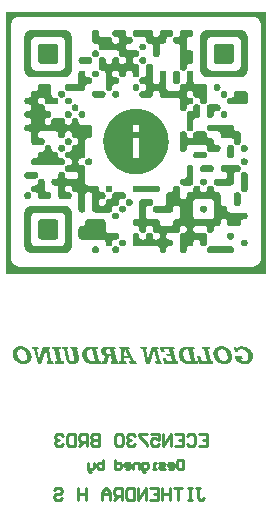
<source format=gbo>
G04*
G04 #@! TF.GenerationSoftware,Altium Limited,Altium Designer,24.2.2 (26)*
G04*
G04 Layer_Color=32896*
%FSLAX44Y44*%
%MOMM*%
G71*
G04*
G04 #@! TF.SameCoordinates,EF5741E1-F204-4FC3-9B2C-2ADE7EA652BA*
G04*
G04*
G04 #@! TF.FilePolarity,Positive*
G04*
G01*
G75*
%ADD11C,0.2540*%
G36*
X450374Y257776D02*
X230665D01*
Y479312D01*
X450374D01*
Y257776D01*
D02*
G37*
G36*
X430491Y196401D02*
X431196Y196330D01*
X431848Y196207D01*
X432501Y196030D01*
X433100Y195836D01*
X433647Y195625D01*
X434175Y195396D01*
X434651Y195166D01*
X435092Y194920D01*
X435462Y194691D01*
X435797Y194479D01*
X436079Y194285D01*
X436291Y194109D01*
X436449Y193986D01*
X436555Y193915D01*
X436590Y193880D01*
X437102Y193386D01*
X437542Y192893D01*
X437930Y192381D01*
X438247Y191870D01*
X438529Y191377D01*
X438759Y190865D01*
X438952Y190389D01*
X439111Y189949D01*
X439217Y189508D01*
X439305Y189120D01*
X439375Y188785D01*
X439411Y188486D01*
X439446Y188239D01*
X439464Y188063D01*
Y187992D01*
Y187939D01*
Y187922D01*
Y187904D01*
X439446Y187410D01*
X439375Y186917D01*
X439287Y186458D01*
X439164Y186035D01*
X439023Y185630D01*
X438864Y185242D01*
X438706Y184890D01*
X438529Y184555D01*
X438353Y184273D01*
X438194Y184008D01*
X438036Y183779D01*
X437895Y183603D01*
X437771Y183444D01*
X437683Y183338D01*
X437613Y183268D01*
X437595Y183250D01*
X437225Y182915D01*
X436837Y182616D01*
X436432Y182351D01*
X436009Y182140D01*
X435586Y181946D01*
X435163Y181805D01*
X434739Y181664D01*
X434352Y181576D01*
X433981Y181488D01*
X433629Y181435D01*
X433312Y181382D01*
X433047Y181364D01*
X432818Y181346D01*
X432659Y181329D01*
X432518D01*
X431884Y181346D01*
X431267Y181417D01*
X430667Y181505D01*
X430121Y181628D01*
X429592Y181770D01*
X429099Y181928D01*
X428658Y182104D01*
X428235Y182281D01*
X427865Y182457D01*
X427530Y182633D01*
X427248Y182792D01*
X427019Y182933D01*
X426825Y183056D01*
X426684Y183144D01*
X426613Y183215D01*
X426578Y183233D01*
X426137Y183603D01*
X425749Y184008D01*
X425379Y184414D01*
X425079Y184837D01*
X424797Y185260D01*
X424551Y185700D01*
X424339Y186106D01*
X424163Y186511D01*
X424022Y186899D01*
X423898Y187234D01*
X423810Y187551D01*
X423740Y187833D01*
X423669Y188045D01*
X423634Y188221D01*
X423616Y188327D01*
Y188362D01*
X430403D01*
X430914Y186053D01*
X428605D01*
X428746Y185700D01*
X428940Y185383D01*
X429169Y185101D01*
X429416Y184872D01*
X429698Y184678D01*
X429998Y184502D01*
X430315Y184378D01*
X430615Y184273D01*
X430914Y184184D01*
X431196Y184114D01*
X431461Y184079D01*
X431690Y184044D01*
X431884Y184026D01*
X432042Y184008D01*
X432166D01*
X432448Y184026D01*
X432695Y184044D01*
X433188Y184167D01*
X433594Y184308D01*
X433946Y184502D01*
X434105Y184590D01*
X434228Y184678D01*
X434352Y184749D01*
X434440Y184819D01*
X434510Y184890D01*
X434563Y184942D01*
X434598Y184960D01*
X434616Y184978D01*
X434775Y185172D01*
X434933Y185366D01*
X435057Y185577D01*
X435163Y185771D01*
X435339Y186194D01*
X435444Y186600D01*
X435515Y186952D01*
X435533Y187093D01*
X435550Y187234D01*
X435568Y187340D01*
Y187410D01*
Y187463D01*
Y187481D01*
X435550Y187957D01*
X435497Y188415D01*
X435409Y188856D01*
X435286Y189279D01*
X435163Y189684D01*
X435004Y190054D01*
X434845Y190389D01*
X434669Y190707D01*
X434510Y190989D01*
X434352Y191253D01*
X434193Y191465D01*
X434070Y191659D01*
X433946Y191800D01*
X433858Y191905D01*
X433805Y191976D01*
X433787Y191994D01*
X433453Y192328D01*
X433100Y192628D01*
X432747Y192893D01*
X432377Y193122D01*
X432025Y193298D01*
X431690Y193457D01*
X431355Y193580D01*
X431038Y193686D01*
X430738Y193774D01*
X430474Y193827D01*
X430227Y193880D01*
X430033Y193897D01*
X429856Y193915D01*
X429733Y193933D01*
X429627D01*
X429151Y193897D01*
X428711Y193827D01*
X428323Y193721D01*
X428006Y193598D01*
X427741Y193457D01*
X427635Y193404D01*
X427547Y193351D01*
X427477Y193316D01*
X427424Y193280D01*
X427406Y193245D01*
X427389D01*
X427230Y193122D01*
X427089Y192981D01*
X426966Y192840D01*
X426860Y192681D01*
X426684Y192399D01*
X426560Y192117D01*
X426490Y191870D01*
X426454Y191659D01*
X426437Y191588D01*
Y191535D01*
Y191500D01*
Y191482D01*
X424075D01*
X422999Y196207D01*
X425344D01*
X425626Y194955D01*
X425943Y195219D01*
X426260Y195449D01*
X426613Y195643D01*
X426948Y195819D01*
X427300Y195960D01*
X427653Y196083D01*
X427988Y196171D01*
X428305Y196259D01*
X428605Y196312D01*
X428887Y196365D01*
X429134Y196383D01*
X429345Y196418D01*
X429522D01*
X429663Y196436D01*
X429768D01*
X430491Y196401D01*
D02*
G37*
G36*
X359593Y193897D02*
X358218D01*
X360510Y183832D01*
X361902D01*
X362449Y181523D01*
X356966D01*
X356420Y183832D01*
X357971D01*
X355838Y193192D01*
X351978Y181399D01*
X348770D01*
X345914Y193897D01*
X344521D01*
X343975Y196207D01*
X349263D01*
X349792Y193897D01*
X348417D01*
X350215Y186018D01*
X353600Y196207D01*
X359064D01*
X359593Y193897D01*
D02*
G37*
G36*
X267753D02*
X266378D01*
X268670Y183832D01*
X270062D01*
X270609Y181523D01*
X265127D01*
X264580Y183832D01*
X266131D01*
X263999Y193192D01*
X260138Y181399D01*
X256930D01*
X254074Y193897D01*
X252682D01*
X252135Y196207D01*
X257423D01*
X257952Y193897D01*
X256577D01*
X258375Y186018D01*
X261760Y196207D01*
X267224D01*
X267753Y193897D01*
D02*
G37*
G36*
X291233D02*
X290123D01*
X291656Y187199D01*
X291727Y186829D01*
X291780Y186476D01*
X291832Y186159D01*
X291850Y185877D01*
X291868Y185648D01*
X291885Y185471D01*
Y185418D01*
Y185366D01*
Y185348D01*
Y185330D01*
X291868Y184942D01*
X291815Y184572D01*
X291744Y184237D01*
X291656Y183920D01*
X291533Y183638D01*
X291409Y183391D01*
X291286Y183162D01*
X291145Y182951D01*
X291004Y182774D01*
X290881Y182633D01*
X290739Y182492D01*
X290634Y182386D01*
X290546Y182316D01*
X290475Y182263D01*
X290422Y182228D01*
X290405Y182210D01*
X290123Y182052D01*
X289823Y181893D01*
X289541Y181770D01*
X289241Y181664D01*
X288659Y181488D01*
X288131Y181382D01*
X287884Y181346D01*
X287672Y181311D01*
X287461Y181294D01*
X287302Y181276D01*
X287161Y181258D01*
X286967D01*
X286509Y181276D01*
X286068Y181311D01*
X285645Y181382D01*
X285275Y181452D01*
X284905Y181558D01*
X284587Y181664D01*
X284270Y181787D01*
X284006Y181911D01*
X283759Y182016D01*
X283547Y182140D01*
X283371Y182246D01*
X283213Y182351D01*
X283107Y182422D01*
X283019Y182492D01*
X282966Y182528D01*
X282948Y182545D01*
X282684Y182810D01*
X282437Y183092D01*
X282208Y183391D01*
X281996Y183709D01*
X281802Y184044D01*
X281626Y184361D01*
X281485Y184696D01*
X281344Y185013D01*
X281221Y185313D01*
X281115Y185595D01*
X281044Y185842D01*
X280974Y186053D01*
X280921Y186247D01*
X280886Y186370D01*
X280850Y186458D01*
Y186494D01*
X279141Y193897D01*
X278012D01*
X277484Y196207D01*
X282543D01*
X283054Y193897D01*
X281679D01*
X283213Y187287D01*
X283283Y186952D01*
X283371Y186652D01*
X283459Y186370D01*
X283565Y186106D01*
X283653Y185859D01*
X283741Y185648D01*
X283847Y185454D01*
X283935Y185278D01*
X284006Y185119D01*
X284094Y184995D01*
X284164Y184890D01*
X284217Y184802D01*
X284270Y184731D01*
X284305Y184678D01*
X284341Y184660D01*
Y184643D01*
X284482Y184502D01*
X284623Y184378D01*
X284940Y184184D01*
X285240Y184044D01*
X285539Y183955D01*
X285804Y183885D01*
X285998Y183867D01*
X286086Y183850D01*
X286192D01*
X286544Y183867D01*
X286861Y183920D01*
X287126Y184008D01*
X287355Y184132D01*
X287567Y184273D01*
X287725Y184414D01*
X287866Y184590D01*
X287972Y184749D01*
X288043Y184925D01*
X288113Y185084D01*
X288148Y185225D01*
X288183Y185366D01*
X288201Y185489D01*
X288219Y185577D01*
Y185630D01*
Y185648D01*
X288201Y185965D01*
X288183Y186124D01*
X288148Y186282D01*
X288131Y186406D01*
X288113Y186494D01*
X288095Y186564D01*
Y186582D01*
X286403Y193897D01*
X284887D01*
X284358Y196207D01*
X290722D01*
X291233Y193897D01*
D02*
G37*
G36*
X403168D02*
X401423D01*
X403750Y183832D01*
X405143D01*
X405654Y181523D01*
X393614D01*
X392028Y188327D01*
X394848D01*
X395888Y183832D01*
X400013D01*
X397704Y193897D01*
X396329D01*
X395782Y196207D01*
X402640D01*
X403168Y193897D01*
D02*
G37*
G36*
X373325D02*
X371950D01*
X374277Y183832D01*
X375687D01*
X376233Y181523D01*
X364194D01*
X363119Y186124D01*
X365763D01*
X366327Y183832D01*
X370575D01*
X369658Y187833D01*
X366186D01*
X365639Y190143D01*
X369112D01*
X368248Y193897D01*
X364106D01*
X364634Y191535D01*
X361884D01*
X360792Y196207D01*
X372814D01*
X373325Y193897D01*
D02*
G37*
G36*
X390089D02*
X388326D01*
X390635Y183832D01*
X392416D01*
X392944Y181523D01*
X384536D01*
X383866Y181540D01*
X383249Y181628D01*
X382650Y181734D01*
X382103Y181875D01*
X381575Y182052D01*
X381099Y182246D01*
X380658Y182457D01*
X380252Y182669D01*
X379900Y182880D01*
X379583Y183092D01*
X379318Y183286D01*
X379089Y183462D01*
X378913Y183603D01*
X378789Y183709D01*
X378701Y183797D01*
X378684Y183814D01*
X378296Y184255D01*
X377943Y184731D01*
X377644Y185225D01*
X377397Y185718D01*
X377168Y186212D01*
X376991Y186705D01*
X376850Y187181D01*
X376727Y187640D01*
X376639Y188063D01*
X376568Y188468D01*
X376515Y188821D01*
X376480Y189120D01*
X376463Y189367D01*
X376445Y189561D01*
Y189632D01*
Y189684D01*
Y189702D01*
Y189720D01*
X376463Y190266D01*
X376515Y190777D01*
X376604Y191271D01*
X376727Y191712D01*
X376868Y192135D01*
X377027Y192522D01*
X377185Y192875D01*
X377344Y193192D01*
X377520Y193492D01*
X377679Y193739D01*
X377837Y193950D01*
X377979Y194126D01*
X378084Y194268D01*
X378190Y194356D01*
X378243Y194426D01*
X378261Y194444D01*
X378613Y194761D01*
X379001Y195026D01*
X379406Y195255D01*
X379847Y195466D01*
X380270Y195643D01*
X380711Y195784D01*
X381152Y195889D01*
X381557Y195995D01*
X381962Y196066D01*
X382332Y196118D01*
X382650Y196154D01*
X382949Y196171D01*
X383179Y196189D01*
X383355Y196207D01*
X389560D01*
X390089Y193897D01*
D02*
G37*
G36*
X334879D02*
X333469D01*
X338986Y183832D01*
X340396D01*
X340943Y181523D01*
X335302D01*
X334756Y183832D01*
X336131D01*
X334897Y186282D01*
X330437D01*
Y183832D01*
X331794D01*
X332341Y181523D01*
X326241D01*
X325695Y183832D01*
X327211D01*
X327634Y193897D01*
X326382D01*
X325871Y196207D01*
X334350D01*
X334879Y193897D01*
D02*
G37*
G36*
X323121D02*
X321676D01*
X324003Y183832D01*
X325448D01*
X325995Y181523D01*
X319455D01*
X318891Y183832D01*
X320301D01*
X319314Y188045D01*
X317287D01*
X315665Y181523D01*
X311928D01*
X311381Y183832D01*
X312862D01*
X314114Y188256D01*
X313814Y188309D01*
X313532Y188380D01*
X313285Y188468D01*
X313038Y188556D01*
X312809Y188662D01*
X312615Y188785D01*
X312421Y188909D01*
X312245Y189032D01*
X312104Y189138D01*
X311981Y189261D01*
X311857Y189349D01*
X311769Y189455D01*
X311699Y189526D01*
X311646Y189579D01*
X311628Y189614D01*
X311611Y189632D01*
X311452Y189861D01*
X311311Y190072D01*
X311205Y190301D01*
X311099Y190530D01*
X310941Y190971D01*
X310835Y191359D01*
X310800Y191553D01*
X310782Y191712D01*
X310747Y191852D01*
Y191976D01*
X310729Y192082D01*
Y192152D01*
Y192205D01*
Y192223D01*
X310747Y192522D01*
X310782Y192822D01*
X310835Y193086D01*
X310905Y193351D01*
X311082Y193827D01*
X311187Y194038D01*
X311293Y194232D01*
X311399Y194409D01*
X311505Y194567D01*
X311593Y194708D01*
X311681Y194814D01*
X311752Y194902D01*
X311805Y194973D01*
X311840Y195008D01*
X311857Y195026D01*
X312087Y195237D01*
X312316Y195413D01*
X312563Y195572D01*
X312827Y195713D01*
X313091Y195819D01*
X313338Y195924D01*
X313849Y196066D01*
X314079Y196101D01*
X314308Y196136D01*
X314501Y196171D01*
X314660Y196189D01*
X314801Y196207D01*
X322610D01*
X323121Y193897D01*
D02*
G37*
G36*
X308385D02*
X306622D01*
X308931Y183832D01*
X310712D01*
X311240Y181523D01*
X302832D01*
X302162Y181540D01*
X301545Y181628D01*
X300946Y181734D01*
X300399Y181875D01*
X299871Y182052D01*
X299395Y182246D01*
X298954Y182457D01*
X298549Y182669D01*
X298196Y182880D01*
X297879Y183092D01*
X297614Y183286D01*
X297385Y183462D01*
X297209Y183603D01*
X297085Y183709D01*
X296997Y183797D01*
X296980Y183814D01*
X296592Y184255D01*
X296239Y184731D01*
X295940Y185225D01*
X295693Y185718D01*
X295464Y186212D01*
X295287Y186705D01*
X295146Y187181D01*
X295023Y187640D01*
X294935Y188063D01*
X294864Y188468D01*
X294811Y188821D01*
X294776Y189120D01*
X294759Y189367D01*
X294741Y189561D01*
Y189632D01*
Y189684D01*
Y189702D01*
Y189720D01*
X294759Y190266D01*
X294811Y190777D01*
X294900Y191271D01*
X295023Y191712D01*
X295164Y192135D01*
X295323Y192522D01*
X295481Y192875D01*
X295640Y193192D01*
X295816Y193492D01*
X295975Y193739D01*
X296134Y193950D01*
X296275Y194126D01*
X296380Y194268D01*
X296486Y194356D01*
X296539Y194426D01*
X296557Y194444D01*
X296909Y194761D01*
X297297Y195026D01*
X297702Y195255D01*
X298143Y195466D01*
X298566Y195643D01*
X299007Y195784D01*
X299448Y195889D01*
X299853Y195995D01*
X300258Y196066D01*
X300629Y196118D01*
X300946Y196154D01*
X301246Y196171D01*
X301475Y196189D01*
X301651Y196207D01*
X307856D01*
X308385Y193897D01*
D02*
G37*
G36*
X276937D02*
X274857D01*
X277184Y183832D01*
X279052D01*
X279564Y181523D01*
X271878D01*
X271332Y183832D01*
X273447D01*
X271120Y193897D01*
X269516D01*
X268987Y196207D01*
X276426D01*
X276937Y193897D01*
D02*
G37*
G36*
X413199Y196436D02*
X413886Y196348D01*
X414556Y196224D01*
X415173Y196048D01*
X415755Y195836D01*
X416301Y195607D01*
X416812Y195360D01*
X417270Y195096D01*
X417693Y194832D01*
X418046Y194585D01*
X418363Y194356D01*
X418628Y194144D01*
X418839Y193968D01*
X418998Y193845D01*
X419086Y193756D01*
X419121Y193721D01*
X419597Y193192D01*
X420003Y192663D01*
X420373Y192117D01*
X420673Y191588D01*
X420937Y191042D01*
X421166Y190530D01*
X421342Y190019D01*
X421483Y189543D01*
X421589Y189103D01*
X421677Y188680D01*
X421730Y188327D01*
X421783Y188010D01*
X421801Y187763D01*
Y187657D01*
X421818Y187569D01*
Y187498D01*
Y187446D01*
Y187428D01*
Y187410D01*
X421801Y186934D01*
X421748Y186476D01*
X421642Y186035D01*
X421536Y185630D01*
X421395Y185242D01*
X421237Y184872D01*
X421078Y184555D01*
X420902Y184255D01*
X420743Y183973D01*
X420584Y183744D01*
X420426Y183532D01*
X420285Y183374D01*
X420161Y183233D01*
X420073Y183144D01*
X420020Y183074D01*
X420003Y183056D01*
X419650Y182757D01*
X419280Y182492D01*
X418892Y182263D01*
X418504Y182052D01*
X418117Y181893D01*
X417746Y181752D01*
X417376Y181628D01*
X417006Y181540D01*
X416689Y181470D01*
X416371Y181417D01*
X416107Y181382D01*
X415860Y181364D01*
X415666Y181346D01*
X415525Y181329D01*
X415402D01*
X414662Y181364D01*
X413956Y181435D01*
X413287Y181576D01*
X412652Y181734D01*
X412053Y181946D01*
X411489Y182157D01*
X410977Y182404D01*
X410501Y182651D01*
X410078Y182880D01*
X409708Y183127D01*
X409391Y183338D01*
X409109Y183550D01*
X408897Y183709D01*
X408739Y183850D01*
X408651Y183920D01*
X408615Y183955D01*
X408122Y184467D01*
X407699Y184978D01*
X407328Y185524D01*
X407011Y186071D01*
X406729Y186600D01*
X406518Y187128D01*
X406324Y187657D01*
X406183Y188133D01*
X406059Y188609D01*
X405971Y189014D01*
X405918Y189402D01*
X405865Y189720D01*
X405848Y189984D01*
Y190090D01*
X405830Y190196D01*
Y190266D01*
Y190319D01*
Y190337D01*
Y190354D01*
X405848Y190830D01*
X405901Y191289D01*
X405989Y191712D01*
X406112Y192117D01*
X406253Y192505D01*
X406412Y192857D01*
X406571Y193192D01*
X406729Y193492D01*
X406905Y193756D01*
X407064Y194003D01*
X407223Y194197D01*
X407364Y194373D01*
X407469Y194514D01*
X407575Y194603D01*
X407628Y194673D01*
X407646Y194691D01*
X407998Y195008D01*
X408368Y195272D01*
X408756Y195519D01*
X409162Y195713D01*
X409567Y195889D01*
X409955Y196030D01*
X410360Y196154D01*
X410731Y196242D01*
X411083Y196330D01*
X411418Y196383D01*
X411718Y196418D01*
X411964Y196436D01*
X412176Y196453D01*
X412335Y196471D01*
X412476D01*
X413199Y196436D01*
D02*
G37*
G36*
X243268D02*
X243956Y196348D01*
X244626Y196224D01*
X245243Y196048D01*
X245824Y195836D01*
X246371Y195607D01*
X246882Y195360D01*
X247340Y195096D01*
X247763Y194832D01*
X248116Y194585D01*
X248433Y194356D01*
X248698Y194144D01*
X248909Y193968D01*
X249068Y193845D01*
X249156Y193756D01*
X249191Y193721D01*
X249667Y193192D01*
X250073Y192663D01*
X250443Y192117D01*
X250742Y191588D01*
X251007Y191042D01*
X251236Y190530D01*
X251412Y190019D01*
X251553Y189543D01*
X251659Y189103D01*
X251747Y188680D01*
X251800Y188327D01*
X251853Y188010D01*
X251871Y187763D01*
Y187657D01*
X251888Y187569D01*
Y187498D01*
Y187446D01*
Y187428D01*
Y187410D01*
X251871Y186934D01*
X251818Y186476D01*
X251712Y186035D01*
X251606Y185630D01*
X251465Y185242D01*
X251307Y184872D01*
X251148Y184555D01*
X250972Y184255D01*
X250813Y183973D01*
X250654Y183744D01*
X250496Y183532D01*
X250355Y183374D01*
X250231Y183233D01*
X250143Y183144D01*
X250090Y183074D01*
X250073Y183056D01*
X249720Y182757D01*
X249350Y182492D01*
X248962Y182263D01*
X248574Y182052D01*
X248186Y181893D01*
X247816Y181752D01*
X247446Y181628D01*
X247076Y181540D01*
X246759Y181470D01*
X246441Y181417D01*
X246177Y181382D01*
X245930Y181364D01*
X245736Y181346D01*
X245595Y181329D01*
X245472D01*
X244732Y181364D01*
X244026Y181435D01*
X243356Y181576D01*
X242722Y181734D01*
X242123Y181946D01*
X241558Y182157D01*
X241047Y182404D01*
X240571Y182651D01*
X240148Y182880D01*
X239778Y183127D01*
X239461Y183338D01*
X239179Y183550D01*
X238967Y183709D01*
X238809Y183850D01*
X238720Y183920D01*
X238685Y183955D01*
X238192Y184467D01*
X237769Y184978D01*
X237398Y185524D01*
X237081Y186071D01*
X236799Y186600D01*
X236588Y187128D01*
X236394Y187657D01*
X236253Y188133D01*
X236129Y188609D01*
X236041Y189014D01*
X235988Y189402D01*
X235935Y189720D01*
X235918Y189984D01*
Y190090D01*
X235900Y190196D01*
Y190266D01*
Y190319D01*
Y190337D01*
Y190354D01*
X235918Y190830D01*
X235971Y191289D01*
X236059Y191712D01*
X236182Y192117D01*
X236323Y192505D01*
X236482Y192857D01*
X236640Y193192D01*
X236799Y193492D01*
X236975Y193756D01*
X237134Y194003D01*
X237293Y194197D01*
X237434Y194373D01*
X237539Y194514D01*
X237645Y194603D01*
X237698Y194673D01*
X237716Y194691D01*
X238068Y195008D01*
X238438Y195272D01*
X238826Y195519D01*
X239232Y195713D01*
X239637Y195889D01*
X240025Y196030D01*
X240430Y196154D01*
X240800Y196242D01*
X241153Y196330D01*
X241488Y196383D01*
X241788Y196418D01*
X242034Y196436D01*
X242246Y196453D01*
X242405Y196471D01*
X242546D01*
X243268Y196436D01*
D02*
G37*
%LPC*%
G36*
X439419Y475573D02*
X241272D01*
Y475486D01*
X240663D01*
Y475399D01*
X240315D01*
Y475312D01*
X239968D01*
Y475225D01*
X239707D01*
Y475139D01*
X239446D01*
Y475052D01*
X239272D01*
Y474965D01*
X239011D01*
Y474878D01*
X238837D01*
Y474791D01*
X238664D01*
Y474704D01*
X238490D01*
Y474617D01*
X238316D01*
Y474530D01*
X238229D01*
Y474443D01*
X238055D01*
Y474356D01*
X237881D01*
Y474269D01*
X237794D01*
Y474182D01*
X237620D01*
Y474095D01*
X237533D01*
Y474008D01*
X237359D01*
Y473921D01*
X237272D01*
Y473834D01*
X237185D01*
Y473747D01*
X237098D01*
Y473661D01*
X237012D01*
Y473574D01*
X236924D01*
Y473487D01*
X236838D01*
Y473400D01*
X236751D01*
Y473313D01*
X236664D01*
Y473226D01*
X236577D01*
Y473139D01*
X236490D01*
Y473052D01*
X236403D01*
Y472965D01*
X236316D01*
Y472878D01*
X236229D01*
Y472791D01*
X236142D01*
Y472704D01*
X236055D01*
Y472617D01*
X235968D01*
Y472443D01*
X235881D01*
Y472356D01*
X235794D01*
Y472269D01*
X235707D01*
Y472095D01*
X235620D01*
Y471922D01*
X235533D01*
Y471748D01*
X235446D01*
Y471661D01*
X235359D01*
Y471487D01*
X235273D01*
Y471313D01*
X235186D01*
Y471139D01*
X235099D01*
Y470965D01*
X235012D01*
Y470704D01*
X234925D01*
Y470531D01*
X234838D01*
Y470270D01*
X234751D01*
Y470009D01*
X234664D01*
Y469661D01*
X234577D01*
Y469226D01*
X234490D01*
Y468705D01*
X234403D01*
Y270644D01*
X234490D01*
Y270122D01*
X234577D01*
Y269688D01*
X234664D01*
Y269427D01*
X234751D01*
Y269079D01*
X234838D01*
Y268905D01*
X234925D01*
Y268644D01*
X235012D01*
Y268383D01*
X235099D01*
Y268209D01*
X235186D01*
Y268036D01*
X235273D01*
Y267862D01*
X235359D01*
Y267775D01*
X235446D01*
Y267601D01*
X235533D01*
Y267427D01*
X235620D01*
Y267340D01*
X235707D01*
Y267166D01*
X235794D01*
Y267079D01*
X235881D01*
Y266905D01*
X235968D01*
Y266818D01*
X236055D01*
Y266731D01*
X236142D01*
Y266644D01*
X236229D01*
Y266471D01*
X236316D01*
Y266384D01*
X236403D01*
Y266297D01*
X236490D01*
Y266210D01*
X236577D01*
Y266123D01*
X236664D01*
Y266036D01*
X236751D01*
Y265949D01*
X236838D01*
Y265862D01*
X236924D01*
Y265775D01*
X237012D01*
Y265688D01*
X237185D01*
Y265601D01*
X237272D01*
Y265514D01*
X237359D01*
Y265427D01*
X237446D01*
Y265340D01*
X237620D01*
Y265253D01*
X237707D01*
Y265166D01*
X237794D01*
Y265079D01*
X237968D01*
Y264993D01*
X238142D01*
Y264906D01*
X238229D01*
Y264819D01*
X238403D01*
Y264732D01*
X238577D01*
Y264645D01*
X238750D01*
Y264558D01*
X238924D01*
Y264471D01*
X239098D01*
Y264384D01*
X239359D01*
Y264297D01*
X239533D01*
Y264210D01*
X239881D01*
Y264123D01*
X240055D01*
Y264036D01*
X240489D01*
Y263949D01*
X240837D01*
Y263862D01*
X241967D01*
Y263775D01*
X438724D01*
Y263862D01*
X439767D01*
Y263949D01*
X440115D01*
Y264036D01*
X440550D01*
Y264123D01*
X440811D01*
Y264210D01*
X441071D01*
Y264297D01*
X441332D01*
Y264384D01*
X441506D01*
Y264471D01*
X441680D01*
Y264558D01*
X441854D01*
Y264645D01*
X442115D01*
Y264732D01*
X442202D01*
Y264819D01*
X442376D01*
Y264906D01*
X442550D01*
Y264993D01*
X442636D01*
Y265079D01*
X442810D01*
Y265166D01*
X442897D01*
Y265253D01*
X443071D01*
Y265340D01*
X443158D01*
Y265427D01*
X443245D01*
Y265514D01*
X443332D01*
Y265601D01*
X443506D01*
Y265688D01*
X443593D01*
Y265775D01*
X443680D01*
Y265862D01*
X443767D01*
Y265949D01*
X443854D01*
Y266036D01*
X443941D01*
Y266123D01*
X444027D01*
Y266210D01*
X444114D01*
Y266297D01*
X444201D01*
Y266384D01*
X444288D01*
Y266471D01*
X444375D01*
Y266558D01*
X444462D01*
Y266731D01*
X444549D01*
Y266818D01*
X444636D01*
Y266905D01*
X444723D01*
Y266992D01*
X444810D01*
Y267166D01*
X444897D01*
Y267340D01*
X444984D01*
Y267427D01*
X445071D01*
Y267601D01*
X445158D01*
Y267688D01*
X445245D01*
Y267862D01*
X445332D01*
Y268036D01*
X445419D01*
Y268209D01*
X445506D01*
Y268383D01*
X445592D01*
Y268644D01*
X445680D01*
Y268818D01*
X445766D01*
Y269079D01*
X445853D01*
Y269340D01*
X445940D01*
Y269601D01*
X446027D01*
Y270122D01*
X446114D01*
Y270470D01*
X446201D01*
Y468879D01*
X446114D01*
Y469313D01*
X446027D01*
Y469748D01*
X445940D01*
Y470009D01*
X445853D01*
Y470270D01*
X445766D01*
Y470531D01*
X445680D01*
Y470791D01*
X445592D01*
Y471052D01*
X445506D01*
Y471139D01*
X445419D01*
Y471313D01*
X445332D01*
Y471487D01*
X445245D01*
Y471661D01*
X445158D01*
Y471835D01*
X445071D01*
Y471922D01*
X444984D01*
Y472095D01*
X444897D01*
Y472183D01*
X444810D01*
Y472356D01*
X444723D01*
Y472443D01*
X444636D01*
Y472617D01*
X444549D01*
Y472704D01*
X444462D01*
Y472791D01*
X444375D01*
Y472878D01*
X444288D01*
Y472965D01*
X444201D01*
Y473052D01*
X444114D01*
Y473226D01*
X444027D01*
Y473313D01*
X443941D01*
Y473400D01*
X443767D01*
Y473487D01*
X443680D01*
Y473574D01*
X443593D01*
Y473661D01*
X443506D01*
Y473747D01*
X443419D01*
Y473834D01*
X443332D01*
Y473921D01*
X443245D01*
Y474008D01*
X443071D01*
Y474095D01*
X442984D01*
Y474182D01*
X442810D01*
Y474269D01*
X442723D01*
Y474356D01*
X442550D01*
Y474443D01*
X442463D01*
Y474530D01*
X442289D01*
Y474617D01*
X442115D01*
Y474704D01*
X441941D01*
Y474791D01*
X441767D01*
Y474878D01*
X441593D01*
Y474965D01*
X441332D01*
Y475052D01*
X441158D01*
Y475139D01*
X440984D01*
Y475225D01*
X440637D01*
Y475312D01*
X440289D01*
Y475399D01*
X439854D01*
Y475486D01*
X439419D01*
Y475573D01*
D02*
G37*
%LPD*%
G36*
X370211Y464010D02*
X370385D01*
Y463923D01*
X370559D01*
Y463836D01*
X370733D01*
Y463749D01*
X370820D01*
Y463662D01*
X370907D01*
Y463575D01*
X370994D01*
Y463488D01*
X371081D01*
Y463401D01*
X371168D01*
Y463314D01*
X371255D01*
Y463227D01*
X371342D01*
Y463140D01*
X371428D01*
Y463053D01*
X371515D01*
Y462792D01*
X371602D01*
Y462705D01*
X371689D01*
Y462271D01*
X371776D01*
Y460358D01*
X371689D01*
Y459923D01*
X371602D01*
Y459749D01*
X371515D01*
Y459488D01*
X371428D01*
Y459402D01*
X371342D01*
Y459315D01*
X371255D01*
Y459141D01*
X371168D01*
Y459054D01*
X371081D01*
Y458967D01*
X370994D01*
Y458880D01*
X370820D01*
Y458793D01*
X370733D01*
Y458706D01*
X370559D01*
Y458619D01*
X370298D01*
Y458532D01*
X370211D01*
Y458445D01*
X368212D01*
Y458358D01*
X367864D01*
Y458271D01*
X367429D01*
Y458184D01*
X367342D01*
Y458097D01*
X367168D01*
Y458010D01*
X366994D01*
Y457924D01*
X366907D01*
Y457836D01*
X366820D01*
Y457750D01*
X366733D01*
Y457663D01*
X366646D01*
Y457576D01*
X366559D01*
Y457489D01*
X366473D01*
Y457315D01*
X366386D01*
Y457228D01*
X366299D01*
Y456967D01*
X366212D01*
Y456793D01*
X366125D01*
Y456272D01*
X366038D01*
Y454359D01*
X365951D01*
Y454185D01*
X365864D01*
Y453924D01*
X365777D01*
Y453837D01*
X365690D01*
Y453663D01*
X365603D01*
Y453576D01*
X365516D01*
Y453402D01*
X365429D01*
Y453315D01*
X365342D01*
Y453228D01*
X365255D01*
Y453142D01*
X365168D01*
Y453055D01*
X364995D01*
Y452968D01*
X364821D01*
Y452881D01*
X364734D01*
Y452794D01*
X364386D01*
Y452707D01*
X363864D01*
Y452620D01*
X361951D01*
Y452533D01*
X361778D01*
Y452446D01*
X361517D01*
Y452359D01*
X361430D01*
Y452272D01*
X361343D01*
Y452185D01*
X361169D01*
Y452098D01*
X361082D01*
Y452011D01*
X360995D01*
Y451924D01*
X360908D01*
Y451837D01*
X360821D01*
Y451664D01*
X360734D01*
Y451576D01*
X360647D01*
Y451403D01*
X360560D01*
Y451229D01*
X360473D01*
Y450968D01*
X360387D01*
Y449925D01*
X360299D01*
Y449229D01*
X360387D01*
Y443578D01*
X360299D01*
Y442969D01*
X360213D01*
Y442621D01*
X360126D01*
Y442534D01*
X360039D01*
Y442360D01*
X359952D01*
Y442186D01*
X359865D01*
Y442099D01*
X359778D01*
Y441926D01*
X359691D01*
Y441839D01*
X359604D01*
Y441752D01*
X359517D01*
Y441665D01*
X359430D01*
Y441578D01*
X359256D01*
Y441491D01*
X359169D01*
Y441404D01*
X358908D01*
Y441317D01*
X358561D01*
Y441230D01*
X356387D01*
Y441317D01*
X355952D01*
Y441404D01*
X355865D01*
Y441491D01*
X355691D01*
Y441578D01*
X355518D01*
Y441752D01*
X355344D01*
Y441839D01*
X355257D01*
Y442013D01*
X355170D01*
Y442099D01*
X355083D01*
Y442186D01*
X354996D01*
Y442360D01*
X354909D01*
Y442447D01*
X354822D01*
Y442708D01*
X354735D01*
Y442969D01*
X354648D01*
Y450533D01*
X354561D01*
Y451055D01*
X354474D01*
Y451229D01*
X354387D01*
Y451490D01*
X354300D01*
Y451576D01*
X354213D01*
Y451750D01*
X354126D01*
Y451837D01*
X354039D01*
Y451924D01*
X353952D01*
Y452011D01*
X353866D01*
Y452098D01*
X353779D01*
Y452185D01*
X353605D01*
Y452272D01*
X353518D01*
Y452359D01*
X353431D01*
Y452446D01*
X353170D01*
Y452533D01*
X352996D01*
Y452620D01*
X350996D01*
Y452707D01*
X350562D01*
Y452794D01*
X350214D01*
Y452881D01*
X350127D01*
Y452968D01*
X349953D01*
Y453055D01*
X349866D01*
Y453142D01*
X349779D01*
Y453228D01*
X349605D01*
Y453402D01*
X349518D01*
Y453489D01*
X349431D01*
Y453576D01*
X349344D01*
Y453663D01*
X349258D01*
Y453750D01*
X349170D01*
Y454011D01*
X349084D01*
Y454185D01*
X348997D01*
Y454533D01*
X348910D01*
Y456445D01*
X348823D01*
Y456793D01*
X348736D01*
Y457054D01*
X348649D01*
Y457141D01*
X348562D01*
Y457315D01*
X348475D01*
Y457489D01*
X348388D01*
Y457576D01*
X348301D01*
Y457663D01*
X348214D01*
Y457750D01*
X348127D01*
Y457836D01*
X348040D01*
Y457924D01*
X347953D01*
Y458010D01*
X347779D01*
Y458097D01*
X347692D01*
Y458184D01*
X347519D01*
Y458271D01*
X347084D01*
Y458358D01*
X346736D01*
Y458445D01*
X339085D01*
Y458532D01*
X338824D01*
Y458619D01*
X338650D01*
Y458706D01*
X338476D01*
Y458793D01*
X338389D01*
Y458880D01*
X338302D01*
Y458967D01*
X338215D01*
Y459054D01*
X338129D01*
Y459141D01*
X338042D01*
Y459228D01*
X337955D01*
Y459315D01*
X337868D01*
Y459488D01*
X337781D01*
Y459576D01*
X337694D01*
Y459836D01*
X337607D01*
Y460010D01*
X337520D01*
Y460619D01*
X337433D01*
Y462097D01*
X337520D01*
Y462618D01*
X337607D01*
Y462792D01*
X337694D01*
Y462966D01*
X337781D01*
Y463053D01*
X337868D01*
Y463227D01*
X337955D01*
Y463314D01*
X338042D01*
Y463401D01*
X338129D01*
Y463488D01*
X338215D01*
Y463575D01*
X338302D01*
Y463662D01*
X338389D01*
Y463749D01*
X338476D01*
Y463836D01*
X338650D01*
Y463923D01*
X338824D01*
Y464010D01*
X339085D01*
Y464097D01*
X352996D01*
Y464010D01*
X353257D01*
Y463923D01*
X353431D01*
Y463836D01*
X353518D01*
Y463749D01*
X353692D01*
Y463662D01*
X353779D01*
Y463575D01*
X353866D01*
Y463488D01*
X353952D01*
Y463401D01*
X354039D01*
Y463314D01*
X354126D01*
Y463227D01*
X354213D01*
Y463053D01*
X354300D01*
Y462879D01*
X354387D01*
Y462705D01*
X354474D01*
Y462532D01*
X354561D01*
Y462184D01*
X354648D01*
Y460184D01*
X354735D01*
Y459923D01*
X354822D01*
Y459662D01*
X354909D01*
Y459576D01*
X354996D01*
Y459402D01*
X355083D01*
Y459315D01*
X355170D01*
Y459228D01*
X355257D01*
Y459054D01*
X355431D01*
Y458880D01*
X355605D01*
Y458793D01*
X355691D01*
Y458706D01*
X355778D01*
Y458619D01*
X356039D01*
Y458532D01*
X356213D01*
Y458445D01*
X358735D01*
Y458532D01*
X358908D01*
Y458619D01*
X359169D01*
Y458706D01*
X359256D01*
Y458793D01*
X359430D01*
Y458880D01*
X359517D01*
Y458967D01*
X359604D01*
Y459054D01*
X359691D01*
Y459141D01*
X359778D01*
Y459228D01*
X359865D01*
Y459402D01*
X359952D01*
Y459488D01*
X360039D01*
Y459749D01*
X360126D01*
Y459836D01*
X360213D01*
Y460097D01*
X360299D01*
Y460793D01*
X360387D01*
Y461662D01*
X360299D01*
Y462010D01*
X360387D01*
Y462445D01*
X360473D01*
Y462792D01*
X360560D01*
Y462879D01*
X360647D01*
Y463053D01*
X360734D01*
Y463140D01*
X360821D01*
Y463314D01*
X360908D01*
Y463401D01*
X360995D01*
Y463488D01*
X361082D01*
Y463575D01*
X361169D01*
Y463662D01*
X361343D01*
Y463749D01*
X361430D01*
Y463836D01*
X361604D01*
Y463923D01*
X361778D01*
Y464010D01*
X361951D01*
Y464097D01*
X370211D01*
Y464010D01*
D02*
G37*
G36*
X330130D02*
X330303D01*
Y463923D01*
X330477D01*
Y463836D01*
X330651D01*
Y463749D01*
X330738D01*
Y463662D01*
X330825D01*
Y463575D01*
X330999D01*
Y463401D01*
X331173D01*
Y463227D01*
X331260D01*
Y463140D01*
X331347D01*
Y463053D01*
X331434D01*
Y462879D01*
X331521D01*
Y462705D01*
X331608D01*
Y462445D01*
X331695D01*
Y460445D01*
X331782D01*
Y460184D01*
X331869D01*
Y459749D01*
X331955D01*
Y459662D01*
X332042D01*
Y459488D01*
X332129D01*
Y459315D01*
X332216D01*
Y459228D01*
X332303D01*
Y459141D01*
X332390D01*
Y459054D01*
X332477D01*
Y458967D01*
X332564D01*
Y458880D01*
X332651D01*
Y458793D01*
X332738D01*
Y458706D01*
X332912D01*
Y458619D01*
X333173D01*
Y458532D01*
X333347D01*
Y458445D01*
X335259D01*
Y458358D01*
X335694D01*
Y458271D01*
X336042D01*
Y458184D01*
X336216D01*
Y458097D01*
X336390D01*
Y458010D01*
X336477D01*
Y457924D01*
X336563D01*
Y457836D01*
X336651D01*
Y457750D01*
X336737D01*
Y457663D01*
X336824D01*
Y457576D01*
X336911D01*
Y457489D01*
X336998D01*
Y457402D01*
X337085D01*
Y457228D01*
X337172D01*
Y457141D01*
X337259D01*
Y456880D01*
X337346D01*
Y456619D01*
X337433D01*
Y454446D01*
X337346D01*
Y454185D01*
X337259D01*
Y453924D01*
X337172D01*
Y453837D01*
X337085D01*
Y453663D01*
X336998D01*
Y453576D01*
X336911D01*
Y453489D01*
X336824D01*
Y453402D01*
X336737D01*
Y453315D01*
X336651D01*
Y453228D01*
X336563D01*
Y453142D01*
X336477D01*
Y453055D01*
X336390D01*
Y452968D01*
X336216D01*
Y452881D01*
X336129D01*
Y452794D01*
X335781D01*
Y452707D01*
X335259D01*
Y452620D01*
X333347D01*
Y452533D01*
X333173D01*
Y452446D01*
X332912D01*
Y452359D01*
X332825D01*
Y452272D01*
X332651D01*
Y452185D01*
X332564D01*
Y452098D01*
X332477D01*
Y452011D01*
X332390D01*
Y451924D01*
X332303D01*
Y451837D01*
X332216D01*
Y451750D01*
X332129D01*
Y451576D01*
X332042D01*
Y451403D01*
X331955D01*
Y451316D01*
X331869D01*
Y450968D01*
X331782D01*
Y450533D01*
X331695D01*
Y448968D01*
X331782D01*
Y448707D01*
X331869D01*
Y448360D01*
X331955D01*
Y448186D01*
X332042D01*
Y448012D01*
X332129D01*
Y447925D01*
X332216D01*
Y447751D01*
X332303D01*
Y447664D01*
X332390D01*
Y447577D01*
X332477D01*
Y447490D01*
X332564D01*
Y447403D01*
X332651D01*
Y447316D01*
X332825D01*
Y447229D01*
X332912D01*
Y447142D01*
X333173D01*
Y447055D01*
X333347D01*
Y446968D01*
X341085D01*
Y446881D01*
X341432D01*
Y446795D01*
X341780D01*
Y446708D01*
X341954D01*
Y446621D01*
X342041D01*
Y446534D01*
X342215D01*
Y446447D01*
X342302D01*
Y446360D01*
X342476D01*
Y446186D01*
X342563D01*
Y446099D01*
X342650D01*
Y446012D01*
X342737D01*
Y445925D01*
X342823D01*
Y445838D01*
X342910D01*
Y445577D01*
X342997D01*
Y445403D01*
X343084D01*
Y445056D01*
X343171D01*
Y443056D01*
X343084D01*
Y442708D01*
X342997D01*
Y442621D01*
X342910D01*
Y442360D01*
X342823D01*
Y442273D01*
X342737D01*
Y442186D01*
X342650D01*
Y442013D01*
X342563D01*
Y441926D01*
X342476D01*
Y441839D01*
X342389D01*
Y441752D01*
X342302D01*
Y441665D01*
X342215D01*
Y441578D01*
X342041D01*
Y441491D01*
X341954D01*
Y441404D01*
X341780D01*
Y441317D01*
X341432D01*
Y441230D01*
X339433D01*
Y441143D01*
X338911D01*
Y441056D01*
X338737D01*
Y440969D01*
X338563D01*
Y440882D01*
X338389D01*
Y440795D01*
X338302D01*
Y440708D01*
X338215D01*
Y440621D01*
X338129D01*
Y440535D01*
X338042D01*
Y440448D01*
X337955D01*
Y440274D01*
X337868D01*
Y440187D01*
X337781D01*
Y440100D01*
X337694D01*
Y439839D01*
X337607D01*
Y439665D01*
X337520D01*
Y439143D01*
X337433D01*
Y437665D01*
X337520D01*
Y437057D01*
X337607D01*
Y436883D01*
X337694D01*
Y436709D01*
X337781D01*
Y436622D01*
X337868D01*
Y436448D01*
X337955D01*
Y436361D01*
X338042D01*
Y436274D01*
X338129D01*
Y436187D01*
X338215D01*
Y436100D01*
X338302D01*
Y435926D01*
X338476D01*
Y435840D01*
X338563D01*
Y435752D01*
X338737D01*
Y435666D01*
X339085D01*
Y435579D01*
X339346D01*
Y435492D01*
X341432D01*
Y435405D01*
X341606D01*
Y435318D01*
X341954D01*
Y435231D01*
X342041D01*
Y435144D01*
X342128D01*
Y435057D01*
X342302D01*
Y434970D01*
X342389D01*
Y434883D01*
X342476D01*
Y434796D01*
X342563D01*
Y434709D01*
X342650D01*
Y434622D01*
X342737D01*
Y434448D01*
X342823D01*
Y434361D01*
X342910D01*
Y434188D01*
X342997D01*
Y433927D01*
X343084D01*
Y433666D01*
X343171D01*
Y425841D01*
X343084D01*
Y425580D01*
X342997D01*
Y425406D01*
X342910D01*
Y425232D01*
X342823D01*
Y425058D01*
X342737D01*
Y424971D01*
X342650D01*
Y424797D01*
X342563D01*
Y424711D01*
X342476D01*
Y424624D01*
X342302D01*
Y424450D01*
X342128D01*
Y424363D01*
X342041D01*
Y424276D01*
X341867D01*
Y424189D01*
X341519D01*
Y424102D01*
X341259D01*
Y424015D01*
X339346D01*
Y424102D01*
X339085D01*
Y424189D01*
X338737D01*
Y424276D01*
X338563D01*
Y424363D01*
X338476D01*
Y424450D01*
X338389D01*
Y424537D01*
X338302D01*
Y424624D01*
X338129D01*
Y424797D01*
X338042D01*
Y424884D01*
X337955D01*
Y424971D01*
X337868D01*
Y425058D01*
X337781D01*
Y425232D01*
X337694D01*
Y425493D01*
X337607D01*
Y425580D01*
X337520D01*
Y426102D01*
X337433D01*
Y427928D01*
X337346D01*
Y428275D01*
X337259D01*
Y428449D01*
X337172D01*
Y428623D01*
X337085D01*
Y428797D01*
X336998D01*
Y428884D01*
X336911D01*
Y428971D01*
X336824D01*
Y429058D01*
X336737D01*
Y429145D01*
X336651D01*
Y429232D01*
X336563D01*
Y429319D01*
X336477D01*
Y429406D01*
X336303D01*
Y429492D01*
X336129D01*
Y429579D01*
X336042D01*
Y429666D01*
X335433D01*
Y429753D01*
X333694D01*
Y429666D01*
X333173D01*
Y429579D01*
X332999D01*
Y429492D01*
X332825D01*
Y429406D01*
X332738D01*
Y429319D01*
X332564D01*
Y429232D01*
X332477D01*
Y429145D01*
X332390D01*
Y429058D01*
X332303D01*
Y428884D01*
X332216D01*
Y428797D01*
X332129D01*
Y428710D01*
X332042D01*
Y428536D01*
X331955D01*
Y428449D01*
X331869D01*
Y428014D01*
X331782D01*
Y427667D01*
X331695D01*
Y425754D01*
X331608D01*
Y425493D01*
X331521D01*
Y425319D01*
X331434D01*
Y425145D01*
X331347D01*
Y425058D01*
X331260D01*
Y424884D01*
X331173D01*
Y424797D01*
X331086D01*
Y424711D01*
X330999D01*
Y424624D01*
X330912D01*
Y424537D01*
X330825D01*
Y424450D01*
X330651D01*
Y424363D01*
X330564D01*
Y424276D01*
X330390D01*
Y424189D01*
X330130D01*
Y424102D01*
X329869D01*
Y424015D01*
X327956D01*
Y424102D01*
X327521D01*
Y424189D01*
X327347D01*
Y424276D01*
X327174D01*
Y424363D01*
X327086D01*
Y424450D01*
X326913D01*
Y424537D01*
X326826D01*
Y424624D01*
X326739D01*
Y424711D01*
X326652D01*
Y424797D01*
X326565D01*
Y424884D01*
X326478D01*
Y424971D01*
X326391D01*
Y425145D01*
X326304D01*
Y425232D01*
X326217D01*
Y425580D01*
X326130D01*
Y425667D01*
X326043D01*
Y427580D01*
X325956D01*
Y428014D01*
X325869D01*
Y428362D01*
X325782D01*
Y428536D01*
X325695D01*
Y428623D01*
X325608D01*
Y428797D01*
X325522D01*
Y428884D01*
X325435D01*
Y428971D01*
X325348D01*
Y429058D01*
X325261D01*
Y429232D01*
X325174D01*
Y429319D01*
X325000D01*
Y429406D01*
X324913D01*
Y429492D01*
X324739D01*
Y429579D01*
X324565D01*
Y429666D01*
X324130D01*
Y429753D01*
X322218D01*
Y429666D01*
X321696D01*
Y429579D01*
X321522D01*
Y429492D01*
X321348D01*
Y429406D01*
X321261D01*
Y429319D01*
X321174D01*
Y429232D01*
X321087D01*
Y429145D01*
X321000D01*
Y429058D01*
X320913D01*
Y428971D01*
X320826D01*
Y428884D01*
X320740D01*
Y428797D01*
X320653D01*
Y428623D01*
X320566D01*
Y428449D01*
X320479D01*
Y428362D01*
X320392D01*
Y427840D01*
X320305D01*
Y425841D01*
X320392D01*
Y425406D01*
X320479D01*
Y425319D01*
X320566D01*
Y425145D01*
X320653D01*
Y425058D01*
X320740D01*
Y424884D01*
X320826D01*
Y424797D01*
X320913D01*
Y424711D01*
X321000D01*
Y424624D01*
X321087D01*
Y424537D01*
X321174D01*
Y424450D01*
X321348D01*
Y424363D01*
X321435D01*
Y424276D01*
X321609D01*
Y424189D01*
X321870D01*
Y424102D01*
X322218D01*
Y424015D01*
X324304D01*
Y423928D01*
X324478D01*
Y423841D01*
X324739D01*
Y423754D01*
X324913D01*
Y423667D01*
X325087D01*
Y423580D01*
X325174D01*
Y423493D01*
X325261D01*
Y423406D01*
X325348D01*
Y423319D01*
X325435D01*
Y423232D01*
X325522D01*
Y423145D01*
X325608D01*
Y422972D01*
X325695D01*
Y422885D01*
X325782D01*
Y422624D01*
X325869D01*
Y422450D01*
X325956D01*
Y422102D01*
X326043D01*
Y420450D01*
X325956D01*
Y420102D01*
X325869D01*
Y419842D01*
X325782D01*
Y419581D01*
X325695D01*
Y419494D01*
X325608D01*
Y419320D01*
X325522D01*
Y419233D01*
X325435D01*
Y419146D01*
X325348D01*
Y418972D01*
X325174D01*
Y418798D01*
X325000D01*
Y418711D01*
X324913D01*
Y418624D01*
X324739D01*
Y418537D01*
X324565D01*
Y418451D01*
X324217D01*
Y418363D01*
X322304D01*
Y418277D01*
X321957D01*
Y418190D01*
X321609D01*
Y418103D01*
X321435D01*
Y418016D01*
X321261D01*
Y417929D01*
X321174D01*
Y417842D01*
X321087D01*
Y417755D01*
X321000D01*
Y417668D01*
X320913D01*
Y417581D01*
X320826D01*
Y417494D01*
X320740D01*
Y417320D01*
X320653D01*
Y417233D01*
X320566D01*
Y417059D01*
X320479D01*
Y416972D01*
X320392D01*
Y416451D01*
X320305D01*
Y414799D01*
X320218D01*
Y414190D01*
X320131D01*
Y414016D01*
X320044D01*
Y413842D01*
X319957D01*
Y413669D01*
X319870D01*
Y413582D01*
X319783D01*
Y413408D01*
X319696D01*
Y413321D01*
X319609D01*
Y413234D01*
X319522D01*
Y413147D01*
X319348D01*
Y413060D01*
X319261D01*
Y412973D01*
X319174D01*
Y412886D01*
X319088D01*
Y412799D01*
X318740D01*
Y412712D01*
X318392D01*
Y412625D01*
X316392D01*
Y412712D01*
X316045D01*
Y412799D01*
X315784D01*
Y412886D01*
X315697D01*
Y412973D01*
X315523D01*
Y413060D01*
X315436D01*
Y413147D01*
X315349D01*
Y413234D01*
X315262D01*
Y413321D01*
X315175D01*
Y413408D01*
X315088D01*
Y413495D01*
X315001D01*
Y413669D01*
X314914D01*
Y413755D01*
X314827D01*
Y413842D01*
X314740D01*
Y414103D01*
X314653D01*
Y414277D01*
X314566D01*
Y427840D01*
X314480D01*
Y428188D01*
X314393D01*
Y428449D01*
X314306D01*
Y428623D01*
X314219D01*
Y428710D01*
X314132D01*
Y428884D01*
X314045D01*
Y428971D01*
X313958D01*
Y429058D01*
X313871D01*
Y429145D01*
X313784D01*
Y429232D01*
X313697D01*
Y429319D01*
X313610D01*
Y429406D01*
X313436D01*
Y429492D01*
X313262D01*
Y429579D01*
X313175D01*
Y429666D01*
X312567D01*
Y429753D01*
X310828D01*
Y429840D01*
X310393D01*
Y429927D01*
X310132D01*
Y430014D01*
X310045D01*
Y430101D01*
X309871D01*
Y430188D01*
X309784D01*
Y430275D01*
X309611D01*
Y430362D01*
X309524D01*
Y430449D01*
X309437D01*
Y430536D01*
X309350D01*
Y430710D01*
X309263D01*
Y430797D01*
X309176D01*
Y430884D01*
X309089D01*
Y431144D01*
X309002D01*
Y431231D01*
X308915D01*
Y431753D01*
X308828D01*
Y439230D01*
X308915D01*
Y439752D01*
X309002D01*
Y439926D01*
X309089D01*
Y440100D01*
X309176D01*
Y440187D01*
X309263D01*
Y440361D01*
X309350D01*
Y440448D01*
X309437D01*
Y440535D01*
X309524D01*
Y440621D01*
X309611D01*
Y440708D01*
X309697D01*
Y440795D01*
X309784D01*
Y440882D01*
X309958D01*
Y440969D01*
X310132D01*
Y441056D01*
X310219D01*
Y441143D01*
X310741D01*
Y441230D01*
X312567D01*
Y441143D01*
X313088D01*
Y441056D01*
X313262D01*
Y440969D01*
X313436D01*
Y440882D01*
X313610D01*
Y440795D01*
X313697D01*
Y440708D01*
X313784D01*
Y440621D01*
X313871D01*
Y440535D01*
X313958D01*
Y440448D01*
X314045D01*
Y440361D01*
X314132D01*
Y440187D01*
X314219D01*
Y440100D01*
X314306D01*
Y439926D01*
X314393D01*
Y439665D01*
X314480D01*
Y439404D01*
X314566D01*
Y437318D01*
X314653D01*
Y437057D01*
X314740D01*
Y436796D01*
X314827D01*
Y436709D01*
X314914D01*
Y436535D01*
X315001D01*
Y436361D01*
X315088D01*
Y436274D01*
X315175D01*
Y436187D01*
X315262D01*
Y436100D01*
X315349D01*
Y436013D01*
X315436D01*
Y435926D01*
X315610D01*
Y435840D01*
X315697D01*
Y435752D01*
X315871D01*
Y435666D01*
X316131D01*
Y435579D01*
X316392D01*
Y435492D01*
X318392D01*
Y435579D01*
X318653D01*
Y435666D01*
X318914D01*
Y435752D01*
X319088D01*
Y435840D01*
X319174D01*
Y435926D01*
X319348D01*
Y436013D01*
X319435D01*
Y436100D01*
X319522D01*
Y436187D01*
X319609D01*
Y436274D01*
X319696D01*
Y436361D01*
X319783D01*
Y436448D01*
X319870D01*
Y436535D01*
X319957D01*
Y436796D01*
X320044D01*
Y436883D01*
X320131D01*
Y437057D01*
X320218D01*
Y437665D01*
X320305D01*
Y439404D01*
X320392D01*
Y439839D01*
X320479D01*
Y439926D01*
X320566D01*
Y440100D01*
X320653D01*
Y440274D01*
X320740D01*
Y440361D01*
X320826D01*
Y440448D01*
X320913D01*
Y440535D01*
X321000D01*
Y440621D01*
X321087D01*
Y440708D01*
X321174D01*
Y440795D01*
X321261D01*
Y440882D01*
X321348D01*
Y440969D01*
X321522D01*
Y441056D01*
X321696D01*
Y441143D01*
X322304D01*
Y441230D01*
X324130D01*
Y441143D01*
X324565D01*
Y441056D01*
X324739D01*
Y440969D01*
X324913D01*
Y440882D01*
X325000D01*
Y440795D01*
X325087D01*
Y440708D01*
X325174D01*
Y440621D01*
X325261D01*
Y440535D01*
X325348D01*
Y440448D01*
X325435D01*
Y440361D01*
X325522D01*
Y440274D01*
X325608D01*
Y440100D01*
X325695D01*
Y440013D01*
X325782D01*
Y439839D01*
X325869D01*
Y439578D01*
X325956D01*
Y439056D01*
X326043D01*
Y437144D01*
X326130D01*
Y436970D01*
X326217D01*
Y436709D01*
X326304D01*
Y436622D01*
X326391D01*
Y436535D01*
X326478D01*
Y436361D01*
X326565D01*
Y436274D01*
X326652D01*
Y436187D01*
X326739D01*
Y436100D01*
X326826D01*
Y436013D01*
X326913D01*
Y435926D01*
X327000D01*
Y435840D01*
X327174D01*
Y435752D01*
X327347D01*
Y435666D01*
X327521D01*
Y435579D01*
X327956D01*
Y435492D01*
X329869D01*
Y435579D01*
X330130D01*
Y435666D01*
X330390D01*
Y435752D01*
X330564D01*
Y435840D01*
X330651D01*
Y435926D01*
X330825D01*
Y436013D01*
X330912D01*
Y436100D01*
X330999D01*
Y436187D01*
X331086D01*
Y436274D01*
X331173D01*
Y436361D01*
X331260D01*
Y436535D01*
X331347D01*
Y436622D01*
X331434D01*
Y436796D01*
X331521D01*
Y436970D01*
X331608D01*
Y437231D01*
X331695D01*
Y439491D01*
X331608D01*
Y439839D01*
X331521D01*
Y439926D01*
X331434D01*
Y440100D01*
X331347D01*
Y440274D01*
X331260D01*
Y440361D01*
X331173D01*
Y440448D01*
X331086D01*
Y440535D01*
X330999D01*
Y440708D01*
X330825D01*
Y440795D01*
X330738D01*
Y440882D01*
X330651D01*
Y440969D01*
X330477D01*
Y441056D01*
X330303D01*
Y441143D01*
X329782D01*
Y441230D01*
X327782D01*
Y441317D01*
X327347D01*
Y441404D01*
X327260D01*
Y441491D01*
X327086D01*
Y441578D01*
X326913D01*
Y441665D01*
X326826D01*
Y441752D01*
X326739D01*
Y441839D01*
X326652D01*
Y441926D01*
X326565D01*
Y442013D01*
X326478D01*
Y442186D01*
X326391D01*
Y442360D01*
X326304D01*
Y442447D01*
X326217D01*
Y442708D01*
X326130D01*
Y442882D01*
X326043D01*
Y444795D01*
X325956D01*
Y445229D01*
X325869D01*
Y445490D01*
X325782D01*
Y445664D01*
X325695D01*
Y445838D01*
X325608D01*
Y446012D01*
X325522D01*
Y446099D01*
X325435D01*
Y446186D01*
X325348D01*
Y446273D01*
X325261D01*
Y446360D01*
X325174D01*
Y446447D01*
X325087D01*
Y446534D01*
X324913D01*
Y446621D01*
X324739D01*
Y446708D01*
X324652D01*
Y446795D01*
X324304D01*
Y446881D01*
X323783D01*
Y446968D01*
X310393D01*
Y447055D01*
X310306D01*
Y447142D01*
X310045D01*
Y447229D01*
X309871D01*
Y447316D01*
X309784D01*
Y447403D01*
X309697D01*
Y447490D01*
X309611D01*
Y447577D01*
X309437D01*
Y447664D01*
X309350D01*
Y447838D01*
X309263D01*
Y447925D01*
X309176D01*
Y448099D01*
X309089D01*
Y448360D01*
X309002D01*
Y448447D01*
X308915D01*
Y448968D01*
X308828D01*
Y450794D01*
X308741D01*
Y451142D01*
X308654D01*
Y451316D01*
X308567D01*
Y451490D01*
X308480D01*
Y451664D01*
X308393D01*
Y451750D01*
X308306D01*
Y451837D01*
X308219D01*
Y451924D01*
X308132D01*
Y452011D01*
X308046D01*
Y452098D01*
X307959D01*
Y452185D01*
X307872D01*
Y452272D01*
X307785D01*
Y452359D01*
X307611D01*
Y452446D01*
X307437D01*
Y452533D01*
X307263D01*
Y452620D01*
X305350D01*
Y452707D01*
X304829D01*
Y452794D01*
X304481D01*
Y452881D01*
X304307D01*
Y452968D01*
X304133D01*
Y453055D01*
X304046D01*
Y453142D01*
X303959D01*
Y453228D01*
X303872D01*
Y453315D01*
X303785D01*
Y453402D01*
X303698D01*
Y453489D01*
X303611D01*
Y453576D01*
X303524D01*
Y453750D01*
X303438D01*
Y453837D01*
X303351D01*
Y454011D01*
X303264D01*
Y454272D01*
X303177D01*
Y454620D01*
X303090D01*
Y462271D01*
X303177D01*
Y462532D01*
X303264D01*
Y462792D01*
X303351D01*
Y462879D01*
X303438D01*
Y463053D01*
X303524D01*
Y463227D01*
X303611D01*
Y463314D01*
X303698D01*
Y463401D01*
X303785D01*
Y463488D01*
X303872D01*
Y463575D01*
X303959D01*
Y463662D01*
X304046D01*
Y463749D01*
X304133D01*
Y463836D01*
X304307D01*
Y463923D01*
X304481D01*
Y464010D01*
X304742D01*
Y464097D01*
X307089D01*
Y464010D01*
X307437D01*
Y463923D01*
X307611D01*
Y463836D01*
X307785D01*
Y463749D01*
X307872D01*
Y463662D01*
X307959D01*
Y463575D01*
X308046D01*
Y463488D01*
X308132D01*
Y463401D01*
X308219D01*
Y463314D01*
X308306D01*
Y463227D01*
X308393D01*
Y463140D01*
X308480D01*
Y462966D01*
X308567D01*
Y462792D01*
X308654D01*
Y462618D01*
X308741D01*
Y462271D01*
X308828D01*
Y460532D01*
X308915D01*
Y459923D01*
X309002D01*
Y459836D01*
X309089D01*
Y459576D01*
X309176D01*
Y459402D01*
X309263D01*
Y459315D01*
X309350D01*
Y459228D01*
X309437D01*
Y459141D01*
X309524D01*
Y459054D01*
X309611D01*
Y458967D01*
X309697D01*
Y458880D01*
X309784D01*
Y458793D01*
X309871D01*
Y458706D01*
X310045D01*
Y458619D01*
X310219D01*
Y458532D01*
X310393D01*
Y458445D01*
X318131D01*
Y458358D01*
X318479D01*
Y458271D01*
X318914D01*
Y458184D01*
X319088D01*
Y458097D01*
X319261D01*
Y458010D01*
X319348D01*
Y457924D01*
X319435D01*
Y457836D01*
X319522D01*
Y457750D01*
X319609D01*
Y457663D01*
X319696D01*
Y457576D01*
X319783D01*
Y457402D01*
X319870D01*
Y457315D01*
X319957D01*
Y457141D01*
X320044D01*
Y457054D01*
X320131D01*
Y456793D01*
X320218D01*
Y456185D01*
X320305D01*
Y454446D01*
X320392D01*
Y454098D01*
X320479D01*
Y453924D01*
X320566D01*
Y453837D01*
X320653D01*
Y453663D01*
X320740D01*
Y453489D01*
X320826D01*
Y453402D01*
X321000D01*
Y453228D01*
X321174D01*
Y453142D01*
X321261D01*
Y453055D01*
X321348D01*
Y452968D01*
X321522D01*
Y452881D01*
X321609D01*
Y452794D01*
X322044D01*
Y452707D01*
X322478D01*
Y452620D01*
X323783D01*
Y452707D01*
X324304D01*
Y452794D01*
X324652D01*
Y452881D01*
X324826D01*
Y452968D01*
X324913D01*
Y453055D01*
X325087D01*
Y453142D01*
X325174D01*
Y453228D01*
X325261D01*
Y453315D01*
X325348D01*
Y453402D01*
X325435D01*
Y453576D01*
X325522D01*
Y453663D01*
X325608D01*
Y453750D01*
X325695D01*
Y453924D01*
X325782D01*
Y454185D01*
X325869D01*
Y454359D01*
X325956D01*
Y454794D01*
X326043D01*
Y456272D01*
X325956D01*
Y456706D01*
X325869D01*
Y456967D01*
X325782D01*
Y457228D01*
X325695D01*
Y457315D01*
X325608D01*
Y457489D01*
X325522D01*
Y457576D01*
X325435D01*
Y457663D01*
X325348D01*
Y457750D01*
X325261D01*
Y457836D01*
X325174D01*
Y457924D01*
X325087D01*
Y458010D01*
X324913D01*
Y458097D01*
X324826D01*
Y458184D01*
X324652D01*
Y458271D01*
X324304D01*
Y458358D01*
X323783D01*
Y458445D01*
X321870D01*
Y458532D01*
X321696D01*
Y458619D01*
X321435D01*
Y458706D01*
X321348D01*
Y458793D01*
X321261D01*
Y458880D01*
X321087D01*
Y458967D01*
X321000D01*
Y459054D01*
X320913D01*
Y459141D01*
X320826D01*
Y459315D01*
X320740D01*
Y459402D01*
X320653D01*
Y459488D01*
X320566D01*
Y459749D01*
X320479D01*
Y459836D01*
X320392D01*
Y460271D01*
X320305D01*
Y460967D01*
X320218D01*
Y461141D01*
X320305D01*
Y462271D01*
X320392D01*
Y462705D01*
X320479D01*
Y462879D01*
X320566D01*
Y463053D01*
X320653D01*
Y463140D01*
X320740D01*
Y463227D01*
X320826D01*
Y463401D01*
X320913D01*
Y463488D01*
X321000D01*
Y463575D01*
X321087D01*
Y463662D01*
X321261D01*
Y463749D01*
X321348D01*
Y463836D01*
X321522D01*
Y463923D01*
X321696D01*
Y464010D01*
X321870D01*
Y464097D01*
X330130D01*
Y464010D01*
D02*
G37*
G36*
X347345Y452533D02*
X347519D01*
Y452446D01*
X347692D01*
Y452359D01*
X347866D01*
Y452272D01*
X347953D01*
Y452185D01*
X348040D01*
Y452098D01*
X348127D01*
Y452011D01*
X348214D01*
Y451924D01*
X348301D01*
Y451837D01*
X348388D01*
Y451750D01*
X348475D01*
Y451664D01*
X348562D01*
Y451403D01*
X348649D01*
Y451316D01*
X348736D01*
Y451055D01*
X348823D01*
Y450794D01*
X348910D01*
Y448881D01*
X348823D01*
Y448620D01*
X348736D01*
Y448273D01*
X348649D01*
Y448186D01*
X348562D01*
Y447925D01*
X348475D01*
Y447838D01*
X348388D01*
Y447751D01*
X348301D01*
Y447577D01*
X348127D01*
Y447490D01*
X348040D01*
Y447403D01*
X347953D01*
Y447316D01*
X347866D01*
Y447229D01*
X347692D01*
Y447142D01*
X347432D01*
Y447055D01*
X347258D01*
Y446968D01*
X344823D01*
Y447055D01*
X344562D01*
Y447142D01*
X344389D01*
Y447229D01*
X344215D01*
Y447316D01*
X344128D01*
Y447403D01*
X344041D01*
Y447490D01*
X343954D01*
Y447577D01*
X343867D01*
Y447664D01*
X343780D01*
Y447751D01*
X343693D01*
Y447838D01*
X343606D01*
Y447925D01*
X343519D01*
Y448186D01*
X343432D01*
Y448273D01*
X343345D01*
Y448533D01*
X343258D01*
Y448794D01*
X343171D01*
Y448968D01*
Y449055D01*
Y450881D01*
X343258D01*
Y451055D01*
X343345D01*
Y451403D01*
X343432D01*
Y451490D01*
X343519D01*
Y451664D01*
X343606D01*
Y451750D01*
X343693D01*
Y451837D01*
X343780D01*
Y452011D01*
X343954D01*
Y452098D01*
X344041D01*
Y452185D01*
X344128D01*
Y452272D01*
X344215D01*
Y452359D01*
X344389D01*
Y452446D01*
X344562D01*
Y452533D01*
X344736D01*
Y452620D01*
X347345D01*
Y452533D01*
D02*
G37*
G36*
X306741Y446881D02*
X307002D01*
Y446795D01*
X307437D01*
Y446708D01*
X307611D01*
Y446621D01*
X307785D01*
Y446534D01*
X307872D01*
Y446447D01*
X307959D01*
Y446360D01*
X308046D01*
Y446273D01*
X308132D01*
Y446186D01*
X308219D01*
Y446099D01*
X308306D01*
Y446012D01*
X308393D01*
Y445925D01*
X308480D01*
Y445751D01*
X308567D01*
Y445577D01*
X308654D01*
Y445403D01*
X308741D01*
Y444969D01*
X308828D01*
Y443143D01*
X308741D01*
Y442708D01*
X308654D01*
Y442534D01*
X308567D01*
Y442447D01*
X308480D01*
Y442273D01*
X308393D01*
Y442186D01*
X308306D01*
Y442013D01*
X308219D01*
Y441926D01*
X308132D01*
Y441839D01*
X308046D01*
Y441752D01*
X307959D01*
Y441665D01*
X307872D01*
Y441578D01*
X307785D01*
Y441491D01*
X307611D01*
Y441404D01*
X307437D01*
Y441317D01*
X307089D01*
Y441230D01*
X304829D01*
Y441317D01*
X304481D01*
Y441404D01*
X304307D01*
Y441491D01*
X304220D01*
Y441578D01*
X304046D01*
Y441665D01*
X303959D01*
Y441752D01*
X303872D01*
Y441839D01*
X303785D01*
Y441926D01*
X303698D01*
Y442099D01*
X303611D01*
Y442186D01*
X303524D01*
Y442273D01*
X303438D01*
Y442447D01*
X303351D01*
Y442534D01*
X303264D01*
Y442882D01*
X303177D01*
Y443056D01*
X303090D01*
Y444708D01*
Y444795D01*
Y445056D01*
X303177D01*
Y445317D01*
X303264D01*
Y445577D01*
X303351D01*
Y445751D01*
X303438D01*
Y445838D01*
X303524D01*
Y446012D01*
X303611D01*
Y446099D01*
X303698D01*
Y446186D01*
X303785D01*
Y446273D01*
X303872D01*
Y446360D01*
X303959D01*
Y446447D01*
X304046D01*
Y446534D01*
X304133D01*
Y446621D01*
X304307D01*
Y446708D01*
X304481D01*
Y446795D01*
X304829D01*
Y446881D01*
X305437D01*
Y446968D01*
X306741D01*
Y446881D01*
D02*
G37*
G36*
X346910Y441143D02*
X347519D01*
Y441056D01*
X347606D01*
Y440969D01*
X347779D01*
Y440882D01*
X347953D01*
Y440795D01*
X348040D01*
Y440708D01*
X348127D01*
Y440621D01*
X348214D01*
Y440535D01*
X348301D01*
Y440448D01*
X348388D01*
Y440274D01*
X348475D01*
Y440187D01*
X348562D01*
Y440013D01*
X348649D01*
Y439926D01*
X348736D01*
Y439665D01*
X348823D01*
Y439317D01*
X348910D01*
Y437491D01*
X348823D01*
Y437144D01*
X348736D01*
Y436883D01*
X348649D01*
Y436709D01*
X348562D01*
Y436535D01*
X348475D01*
Y436448D01*
X348388D01*
Y436361D01*
X348301D01*
Y436187D01*
X348214D01*
Y436100D01*
X348040D01*
Y435926D01*
X347866D01*
Y435840D01*
X347779D01*
Y435752D01*
X347519D01*
Y435666D01*
X347258D01*
Y435579D01*
X346997D01*
Y435492D01*
X344997D01*
Y435579D01*
X344736D01*
Y435666D01*
X344476D01*
Y435752D01*
X344302D01*
Y435840D01*
X344215D01*
Y435926D01*
X344041D01*
Y436013D01*
X343954D01*
Y436100D01*
X343867D01*
Y436187D01*
X343780D01*
Y436361D01*
X343693D01*
Y436448D01*
X343606D01*
Y436535D01*
X343519D01*
Y436709D01*
X343432D01*
Y436796D01*
X343345D01*
Y437144D01*
X343258D01*
Y437318D01*
X343171D01*
Y439317D01*
X343258D01*
Y439665D01*
X343345D01*
Y439926D01*
X343432D01*
Y440013D01*
X343519D01*
Y440187D01*
X343606D01*
Y440274D01*
X343693D01*
Y440361D01*
X343780D01*
Y440535D01*
X343867D01*
Y440621D01*
X343954D01*
Y440708D01*
X344041D01*
Y440795D01*
X344128D01*
Y440882D01*
X344215D01*
Y440969D01*
X344476D01*
Y441056D01*
X344562D01*
Y441143D01*
X345171D01*
Y441230D01*
X346910D01*
Y441143D01*
D02*
G37*
G36*
X301177D02*
X301699D01*
Y441056D01*
X301786D01*
Y440969D01*
X301959D01*
Y440882D01*
X302133D01*
Y440795D01*
X302220D01*
Y440708D01*
X302307D01*
Y440621D01*
X302394D01*
Y440535D01*
X302481D01*
Y440448D01*
X302568D01*
Y440361D01*
X302655D01*
Y440187D01*
X302742D01*
Y440100D01*
X302829D01*
Y439926D01*
X302916D01*
Y439752D01*
X303003D01*
Y439491D01*
X303090D01*
Y437231D01*
X303003D01*
Y437057D01*
X302916D01*
Y436883D01*
X302829D01*
Y436622D01*
X302742D01*
Y436535D01*
X302655D01*
Y436448D01*
X302568D01*
Y436274D01*
X302481D01*
Y436187D01*
X302394D01*
Y436100D01*
X302307D01*
Y436013D01*
X302220D01*
Y435926D01*
X302046D01*
Y435840D01*
X301959D01*
Y435752D01*
X301786D01*
Y435666D01*
X301525D01*
Y435579D01*
X301264D01*
Y435492D01*
X293526D01*
Y435579D01*
X293265D01*
Y435666D01*
X293004D01*
Y435752D01*
X292743D01*
Y435840D01*
X292656D01*
Y435926D01*
X292569D01*
Y436013D01*
X292482D01*
Y436100D01*
X292395D01*
Y436187D01*
X292309D01*
Y436274D01*
X292222D01*
Y436361D01*
X292135D01*
Y436448D01*
X292048D01*
Y436622D01*
X291961D01*
Y436796D01*
X291874D01*
Y436883D01*
X291787D01*
Y437231D01*
X291700D01*
Y437665D01*
X291613D01*
Y439143D01*
X291700D01*
Y439491D01*
X291787D01*
Y439839D01*
X291874D01*
Y440013D01*
X291961D01*
Y440100D01*
X292048D01*
Y440274D01*
X292135D01*
Y440361D01*
X292222D01*
Y440448D01*
X292309D01*
Y440535D01*
X292395D01*
Y440708D01*
X292569D01*
Y440795D01*
X292656D01*
Y440882D01*
X292743D01*
Y440969D01*
X293004D01*
Y441056D01*
X293091D01*
Y441143D01*
X293700D01*
Y441230D01*
X301177D01*
Y441143D01*
D02*
G37*
G36*
X387252Y464010D02*
X387513D01*
Y463923D01*
X387774D01*
Y463836D01*
X387861D01*
Y463749D01*
X387948D01*
Y463662D01*
X388122D01*
Y463575D01*
X388209D01*
Y463488D01*
X388296D01*
Y463401D01*
X388383D01*
Y463314D01*
X388470D01*
Y463227D01*
X388557D01*
Y463053D01*
X388644D01*
Y462879D01*
X388731D01*
Y462792D01*
X388817D01*
Y462445D01*
X388904D01*
Y462184D01*
X388991D01*
Y460358D01*
X388904D01*
Y460184D01*
X388817D01*
Y459749D01*
X388731D01*
Y459662D01*
X388644D01*
Y459488D01*
X388557D01*
Y459315D01*
X388470D01*
Y459228D01*
X388383D01*
Y459141D01*
X388296D01*
Y459054D01*
X388209D01*
Y458967D01*
X388122D01*
Y458880D01*
X388035D01*
Y458793D01*
X387948D01*
Y458706D01*
X387774D01*
Y458619D01*
X387513D01*
Y458532D01*
X387339D01*
Y458445D01*
X385601D01*
Y458358D01*
X384992D01*
Y458271D01*
X384644D01*
Y458184D01*
X384470D01*
Y458097D01*
X384296D01*
Y458010D01*
X384209D01*
Y457924D01*
X384122D01*
Y457836D01*
X384035D01*
Y457750D01*
X383949D01*
Y457663D01*
X383862D01*
Y457576D01*
X383775D01*
Y457489D01*
X383688D01*
Y457402D01*
X383601D01*
Y457228D01*
X383514D01*
Y457141D01*
X383427D01*
Y456880D01*
X383340D01*
Y456619D01*
X383253D01*
Y448707D01*
X383340D01*
Y448447D01*
X383427D01*
Y448186D01*
X383514D01*
Y448099D01*
X383601D01*
Y447925D01*
X383688D01*
Y447838D01*
X383775D01*
Y447751D01*
X383862D01*
Y447577D01*
X384035D01*
Y447403D01*
X384209D01*
Y447316D01*
X384296D01*
Y447229D01*
X384470D01*
Y447142D01*
X384644D01*
Y447055D01*
X384905D01*
Y446968D01*
X386818D01*
Y446881D01*
X387165D01*
Y446795D01*
X387600D01*
Y446708D01*
X387774D01*
Y446621D01*
X387861D01*
Y446534D01*
X388035D01*
Y446447D01*
X388122D01*
Y446360D01*
X388209D01*
Y446273D01*
X388296D01*
Y446186D01*
X388383D01*
Y446099D01*
X388470D01*
Y446012D01*
X388557D01*
Y445838D01*
X388644D01*
Y445664D01*
X388731D01*
Y445577D01*
X388817D01*
Y445229D01*
X388904D01*
Y444969D01*
X388991D01*
Y437491D01*
X388904D01*
Y437231D01*
X388817D01*
Y436883D01*
X388731D01*
Y436796D01*
X388644D01*
Y436622D01*
X388557D01*
Y436448D01*
X388470D01*
Y436361D01*
X388383D01*
Y436187D01*
X388209D01*
Y436100D01*
X388122D01*
Y436013D01*
X388035D01*
Y435926D01*
X387948D01*
Y435840D01*
X387861D01*
Y435752D01*
X387600D01*
Y435666D01*
X387339D01*
Y435579D01*
X387079D01*
Y435492D01*
X384992D01*
Y435405D01*
X384818D01*
Y435318D01*
X384470D01*
Y435231D01*
X384383D01*
Y435144D01*
X384209D01*
Y435057D01*
X384122D01*
Y434970D01*
X384035D01*
Y434883D01*
X383949D01*
Y434796D01*
X383862D01*
Y434709D01*
X383775D01*
Y434622D01*
X383688D01*
Y434535D01*
X383601D01*
Y434361D01*
X383514D01*
Y434274D01*
X383427D01*
Y434014D01*
X383340D01*
Y433666D01*
X383253D01*
Y431927D01*
X383166D01*
Y431318D01*
X383079D01*
Y431144D01*
X382992D01*
Y430970D01*
X382905D01*
Y430884D01*
X382818D01*
Y430710D01*
X382731D01*
Y430623D01*
X382644D01*
Y430536D01*
X382557D01*
Y430362D01*
X382471D01*
Y430275D01*
X382297D01*
Y430188D01*
X382210D01*
Y430101D01*
X382036D01*
Y430014D01*
X381862D01*
Y429927D01*
X381688D01*
Y429840D01*
X381166D01*
Y429753D01*
X379688D01*
Y429840D01*
X378993D01*
Y429927D01*
X378819D01*
Y430014D01*
X378732D01*
Y430101D01*
X378558D01*
Y430188D01*
X378471D01*
Y430275D01*
X378297D01*
Y430362D01*
X378210D01*
Y430449D01*
X378123D01*
Y430536D01*
X378036D01*
Y430710D01*
X377949D01*
Y430797D01*
X377862D01*
Y430884D01*
X377775D01*
Y431144D01*
X377688D01*
Y431318D01*
X377602D01*
Y431579D01*
X377515D01*
Y435579D01*
Y435666D01*
Y450881D01*
X377428D01*
Y451055D01*
X377341D01*
Y451403D01*
X377254D01*
Y451490D01*
X377167D01*
Y451664D01*
X377080D01*
Y451750D01*
X376993D01*
Y451837D01*
X376906D01*
Y451924D01*
X376819D01*
Y452011D01*
X376732D01*
Y452098D01*
X376645D01*
Y452185D01*
X376558D01*
Y452272D01*
X376471D01*
Y452359D01*
X376297D01*
Y452446D01*
X376124D01*
Y452533D01*
X375863D01*
Y452620D01*
X374037D01*
Y452707D01*
X373515D01*
Y452794D01*
X373167D01*
Y452881D01*
X372994D01*
Y452968D01*
X372906D01*
Y453055D01*
X372733D01*
Y453142D01*
X372646D01*
Y453228D01*
X372559D01*
Y453315D01*
X372472D01*
Y453402D01*
X372385D01*
Y453489D01*
X372298D01*
Y453576D01*
X372211D01*
Y453750D01*
X372124D01*
Y453837D01*
X372037D01*
Y454011D01*
X371950D01*
Y454272D01*
X371863D01*
Y454706D01*
X371776D01*
Y456272D01*
X371863D01*
Y456793D01*
X371950D01*
Y457054D01*
X372037D01*
Y457141D01*
X372124D01*
Y457315D01*
X372211D01*
Y457489D01*
X372298D01*
Y457576D01*
X372385D01*
Y457663D01*
X372472D01*
Y457750D01*
X372559D01*
Y457836D01*
X372646D01*
Y457924D01*
X372733D01*
Y458010D01*
X372906D01*
Y458097D01*
X372994D01*
Y458184D01*
X373167D01*
Y458271D01*
X373515D01*
Y458358D01*
X374037D01*
Y458445D01*
X375950D01*
Y458532D01*
X376036D01*
Y458619D01*
X376297D01*
Y458706D01*
X376471D01*
Y458793D01*
X376558D01*
Y458880D01*
X376732D01*
Y459054D01*
X376819D01*
Y459141D01*
X376906D01*
Y459228D01*
X376993D01*
Y459315D01*
X377080D01*
Y459402D01*
X377167D01*
Y459576D01*
X377254D01*
Y459749D01*
X377341D01*
Y460010D01*
X377428D01*
Y460271D01*
X377515D01*
Y462271D01*
X377602D01*
Y462618D01*
X377688D01*
Y462792D01*
X377775D01*
Y462966D01*
X377862D01*
Y463053D01*
X377949D01*
Y463227D01*
X378036D01*
Y463314D01*
X378123D01*
Y463401D01*
X378210D01*
Y463488D01*
X378297D01*
Y463575D01*
X378384D01*
Y463662D01*
X378471D01*
Y463749D01*
X378558D01*
Y463836D01*
X378732D01*
Y463923D01*
X378906D01*
Y464010D01*
X379167D01*
Y464097D01*
X387252D01*
Y464010D01*
D02*
G37*
G36*
X429508D02*
X429942D01*
Y463923D01*
X430290D01*
Y463836D01*
X430551D01*
Y463749D01*
X430899D01*
Y463662D01*
X431160D01*
Y463575D01*
X431247D01*
Y463488D01*
X431421D01*
Y463401D01*
X431594D01*
Y463314D01*
X431768D01*
Y463227D01*
X431942D01*
Y463140D01*
X432029D01*
Y463053D01*
X432203D01*
Y462966D01*
X432290D01*
Y462879D01*
X432464D01*
Y462792D01*
X432551D01*
Y462705D01*
X432638D01*
Y462618D01*
X432812D01*
Y462445D01*
X432985D01*
Y462358D01*
X433073D01*
Y462184D01*
X433159D01*
Y462097D01*
X433246D01*
Y462010D01*
X433333D01*
Y461836D01*
X433420D01*
Y461749D01*
X433507D01*
Y461662D01*
X433594D01*
Y461575D01*
X433681D01*
Y461401D01*
X433768D01*
Y461314D01*
X433855D01*
Y461141D01*
X433942D01*
Y460967D01*
X434029D01*
Y460793D01*
X434116D01*
Y460619D01*
X434203D01*
Y460532D01*
X434290D01*
Y460271D01*
X434377D01*
Y460010D01*
X434464D01*
Y459749D01*
X434551D01*
Y459315D01*
X434637D01*
Y458880D01*
X434724D01*
Y429145D01*
X434637D01*
Y428797D01*
X434551D01*
Y428449D01*
X434464D01*
Y428188D01*
X434377D01*
Y427928D01*
X434290D01*
Y427667D01*
X434203D01*
Y427493D01*
X434116D01*
Y427319D01*
X434029D01*
Y427145D01*
X433942D01*
Y427058D01*
X433855D01*
Y426884D01*
X433768D01*
Y426797D01*
X433681D01*
Y426623D01*
X433594D01*
Y426536D01*
X433507D01*
Y426362D01*
X433420D01*
Y426275D01*
X433333D01*
Y426189D01*
X433246D01*
Y426015D01*
X433159D01*
Y425928D01*
X433073D01*
Y425841D01*
X432985D01*
Y425754D01*
X432899D01*
Y425667D01*
X432725D01*
Y425580D01*
X432638D01*
Y425493D01*
X432551D01*
Y425406D01*
X432464D01*
Y425319D01*
X432290D01*
Y425232D01*
X432203D01*
Y425145D01*
X432029D01*
Y425058D01*
X431942D01*
Y424971D01*
X431855D01*
Y424884D01*
X431594D01*
Y424797D01*
X431507D01*
Y424711D01*
X431334D01*
Y424624D01*
X431160D01*
Y424537D01*
X430986D01*
Y424450D01*
X430638D01*
Y424363D01*
X430464D01*
Y424276D01*
X430029D01*
Y424189D01*
X429595D01*
Y424102D01*
X429073D01*
Y424015D01*
X400381D01*
Y424102D01*
X399860D01*
Y424189D01*
X399338D01*
Y424276D01*
X398990D01*
Y424363D01*
X398816D01*
Y424450D01*
X398468D01*
Y424537D01*
X398294D01*
Y424624D01*
X398121D01*
Y424711D01*
X397947D01*
Y424797D01*
X397860D01*
Y424884D01*
X397599D01*
Y424971D01*
X397512D01*
Y425058D01*
X397338D01*
Y425145D01*
X397251D01*
Y425232D01*
X397164D01*
Y425319D01*
X396990D01*
Y425406D01*
X396903D01*
Y425493D01*
X396816D01*
Y425580D01*
X396730D01*
Y425667D01*
X396556D01*
Y425754D01*
X396469D01*
Y425841D01*
X396382D01*
Y425928D01*
X396295D01*
Y426102D01*
X396121D01*
Y426275D01*
X396034D01*
Y426362D01*
X395947D01*
Y426536D01*
X395860D01*
Y426623D01*
X395773D01*
Y426710D01*
X395686D01*
Y426884D01*
X395599D01*
Y427058D01*
X395512D01*
Y427232D01*
X395425D01*
Y427319D01*
X395338D01*
Y427493D01*
X395251D01*
Y427667D01*
X395164D01*
Y427840D01*
X395078D01*
Y428188D01*
X394991D01*
Y428449D01*
X394904D01*
Y428710D01*
X394817D01*
Y429232D01*
X394730D01*
Y429840D01*
X394643D01*
Y458445D01*
X394730D01*
Y458880D01*
X394817D01*
Y459402D01*
X394904D01*
Y459836D01*
X394991D01*
Y460010D01*
X395078D01*
Y460358D01*
X395164D01*
Y460532D01*
X395251D01*
Y460706D01*
X395338D01*
Y460880D01*
X395425D01*
Y460967D01*
X395512D01*
Y461141D01*
X395599D01*
Y461314D01*
X395686D01*
Y461401D01*
X395773D01*
Y461575D01*
X395860D01*
Y461662D01*
X395947D01*
Y461836D01*
X396034D01*
Y461923D01*
X396121D01*
Y462010D01*
X396208D01*
Y462097D01*
X396295D01*
Y462271D01*
X396382D01*
Y462358D01*
X396469D01*
Y462445D01*
X396556D01*
Y462532D01*
X396642D01*
Y462618D01*
X396816D01*
Y462705D01*
X396903D01*
Y462792D01*
X396990D01*
Y462879D01*
X397164D01*
Y462966D01*
X397251D01*
Y463053D01*
X397425D01*
Y463140D01*
X397512D01*
Y463227D01*
X397686D01*
Y463314D01*
X397860D01*
Y463401D01*
X398034D01*
Y463488D01*
X398208D01*
Y463575D01*
X398294D01*
Y463662D01*
X398642D01*
Y463749D01*
X398816D01*
Y463836D01*
X399164D01*
Y463923D01*
X399512D01*
Y464010D01*
X399860D01*
Y464097D01*
X429508D01*
Y464010D01*
D02*
G37*
G36*
X306915Y429666D02*
X307437D01*
Y429579D01*
X307524D01*
Y429492D01*
X307698D01*
Y429406D01*
X307872D01*
Y429319D01*
X307959D01*
Y429232D01*
X308046D01*
Y429145D01*
X308132D01*
Y429058D01*
X308219D01*
Y428971D01*
X308306D01*
Y428797D01*
X308393D01*
Y428710D01*
X308480D01*
Y428623D01*
X308567D01*
Y428449D01*
X308654D01*
Y428275D01*
X308741D01*
Y427754D01*
X308828D01*
Y425928D01*
X308741D01*
Y425580D01*
X308654D01*
Y425319D01*
X308567D01*
Y425232D01*
X308480D01*
Y425058D01*
X308393D01*
Y424971D01*
X308306D01*
Y424797D01*
X308219D01*
Y424711D01*
X308132D01*
Y424624D01*
X307959D01*
Y424450D01*
X307785D01*
Y424363D01*
X307698D01*
Y424276D01*
X307524D01*
Y424189D01*
X307263D01*
Y424102D01*
X306915D01*
Y424015D01*
X305002D01*
Y424102D01*
X304742D01*
Y424189D01*
X304481D01*
Y424276D01*
X304220D01*
Y424363D01*
X304133D01*
Y424450D01*
X304046D01*
Y424537D01*
X303959D01*
Y424624D01*
X303785D01*
Y424711D01*
X303698D01*
Y424884D01*
X303611D01*
Y424971D01*
X303524D01*
Y425145D01*
X303438D01*
Y425232D01*
X303351D01*
Y425406D01*
X303264D01*
Y425667D01*
X303177D01*
Y425928D01*
X303090D01*
Y427840D01*
X303177D01*
Y428101D01*
X303264D01*
Y428449D01*
X303351D01*
Y428536D01*
X303438D01*
Y428710D01*
X303524D01*
Y428797D01*
X303611D01*
Y428884D01*
X303698D01*
Y429058D01*
X303785D01*
Y429145D01*
X303872D01*
Y429232D01*
X304046D01*
Y429319D01*
X304133D01*
Y429406D01*
X304220D01*
Y429492D01*
X304394D01*
Y429579D01*
X304568D01*
Y429666D01*
X305089D01*
Y429753D01*
X306915D01*
Y429666D01*
D02*
G37*
G36*
X280745Y464010D02*
X281093D01*
Y463923D01*
X281440D01*
Y463836D01*
X281788D01*
Y463749D01*
X282049D01*
Y463662D01*
X282310D01*
Y463575D01*
X282397D01*
Y463488D01*
X282658D01*
Y463401D01*
X282745D01*
Y463314D01*
X282918D01*
Y463227D01*
X283092D01*
Y463140D01*
X283179D01*
Y463053D01*
X283353D01*
Y462966D01*
X283527D01*
Y462879D01*
X283614D01*
Y462792D01*
X283701D01*
Y462705D01*
X283788D01*
Y462618D01*
X283962D01*
Y462532D01*
X284049D01*
Y462445D01*
X284136D01*
Y462358D01*
X284223D01*
Y462271D01*
X284310D01*
Y462097D01*
X284396D01*
Y462010D01*
X284484D01*
Y461923D01*
X284570D01*
Y461749D01*
X284657D01*
Y461662D01*
X284744D01*
Y461575D01*
X284831D01*
Y461488D01*
X284918D01*
Y461314D01*
X285005D01*
Y461227D01*
X285092D01*
Y461054D01*
X285179D01*
Y460880D01*
X285266D01*
Y460706D01*
X285353D01*
Y460532D01*
X285440D01*
Y460358D01*
X285527D01*
Y460097D01*
X285614D01*
Y459836D01*
X285701D01*
Y459488D01*
X285788D01*
Y458967D01*
X285875D01*
Y458532D01*
X285961D01*
Y429666D01*
X285875D01*
Y429145D01*
X285788D01*
Y428623D01*
X285701D01*
Y428362D01*
X285614D01*
Y428188D01*
X285527D01*
Y427754D01*
X285440D01*
Y427667D01*
X285353D01*
Y427493D01*
X285266D01*
Y427319D01*
X285179D01*
Y427145D01*
X285092D01*
Y426971D01*
X285005D01*
Y426884D01*
X284918D01*
Y426710D01*
X284831D01*
Y426623D01*
X284744D01*
Y426449D01*
X284657D01*
Y426362D01*
X284570D01*
Y426275D01*
X284484D01*
Y426102D01*
X284396D01*
Y426015D01*
X284310D01*
Y425928D01*
X284223D01*
Y425841D01*
X284136D01*
Y425754D01*
X284049D01*
Y425667D01*
X283962D01*
Y425580D01*
X283875D01*
Y425493D01*
X283701D01*
Y425406D01*
X283614D01*
Y425319D01*
X283440D01*
Y425232D01*
X283353D01*
Y425145D01*
X283266D01*
Y425058D01*
X283092D01*
Y424971D01*
X283005D01*
Y424884D01*
X282831D01*
Y424797D01*
X282658D01*
Y424711D01*
X282484D01*
Y424624D01*
X282310D01*
Y424537D01*
X282223D01*
Y424450D01*
X281788D01*
Y424363D01*
X281614D01*
Y424276D01*
X281266D01*
Y424189D01*
X280745D01*
Y424102D01*
X280223D01*
Y424015D01*
X251618D01*
Y424102D01*
X251097D01*
Y424189D01*
X250575D01*
Y424276D01*
X250140D01*
Y424363D01*
X249966D01*
Y424450D01*
X249618D01*
Y424537D01*
X249445D01*
Y424624D01*
X249271D01*
Y424711D01*
X249097D01*
Y424797D01*
X249010D01*
Y424884D01*
X248836D01*
Y424971D01*
X248662D01*
Y425058D01*
X248575D01*
Y425145D01*
X248401D01*
Y425232D01*
X248314D01*
Y425319D01*
X248227D01*
Y425406D01*
X248140D01*
Y425493D01*
X247967D01*
Y425580D01*
X247880D01*
Y425667D01*
X247706D01*
Y425754D01*
X247619D01*
Y425841D01*
X247532D01*
Y425928D01*
X247445D01*
Y426015D01*
X247358D01*
Y426189D01*
X247271D01*
Y426275D01*
X247184D01*
Y426362D01*
X247097D01*
Y426536D01*
X247010D01*
Y426623D01*
X246923D01*
Y426797D01*
X246836D01*
Y426884D01*
X246749D01*
Y427058D01*
X246662D01*
Y427232D01*
X246576D01*
Y427406D01*
X246488D01*
Y427580D01*
X246402D01*
Y427667D01*
X246315D01*
Y428014D01*
X246228D01*
Y428188D01*
X246141D01*
Y428623D01*
X246054D01*
Y428884D01*
X245967D01*
Y429232D01*
X245880D01*
Y458793D01*
X245967D01*
Y459315D01*
X246054D01*
Y459662D01*
X246141D01*
Y460010D01*
X246228D01*
Y460184D01*
X246315D01*
Y460532D01*
X246402D01*
Y460619D01*
X246488D01*
Y460793D01*
X246576D01*
Y460967D01*
X246662D01*
Y461054D01*
X246749D01*
Y461227D01*
X246836D01*
Y461401D01*
X246923D01*
Y461488D01*
X247010D01*
Y461662D01*
X247097D01*
Y461749D01*
X247184D01*
Y461836D01*
X247271D01*
Y461923D01*
X247358D01*
Y462097D01*
X247445D01*
Y462184D01*
X247532D01*
Y462358D01*
X247619D01*
Y462445D01*
X247793D01*
Y462532D01*
X247880D01*
Y462618D01*
X247967D01*
Y462705D01*
X248053D01*
Y462792D01*
X248227D01*
Y462879D01*
X248314D01*
Y462966D01*
X248401D01*
Y463053D01*
X248575D01*
Y463140D01*
X248749D01*
Y463227D01*
X248923D01*
Y463314D01*
X249010D01*
Y463401D01*
X249184D01*
Y463488D01*
X249358D01*
Y463575D01*
X249445D01*
Y463662D01*
X249792D01*
Y463749D01*
X249966D01*
Y463836D01*
X250314D01*
Y463923D01*
X250662D01*
Y464010D01*
X251183D01*
Y464097D01*
X280745D01*
Y464010D01*
D02*
G37*
G36*
X375515Y429666D02*
X376124D01*
Y429579D01*
X376210D01*
Y429492D01*
X376384D01*
Y429406D01*
X376558D01*
Y429319D01*
X376645D01*
Y429232D01*
X376732D01*
Y429145D01*
X376819D01*
Y429058D01*
X376906D01*
Y428971D01*
X376993D01*
Y428884D01*
X377080D01*
Y428710D01*
X377167D01*
Y428536D01*
X377254D01*
Y428449D01*
X377341D01*
Y428188D01*
X377428D01*
Y427840D01*
X377515D01*
Y420189D01*
X377428D01*
Y420015D01*
X377341D01*
Y419668D01*
X377254D01*
Y419581D01*
X377167D01*
Y419407D01*
X377080D01*
Y419233D01*
X376993D01*
Y419146D01*
X376906D01*
Y419059D01*
X376819D01*
Y418972D01*
X376732D01*
Y418885D01*
X376645D01*
Y418798D01*
X376471D01*
Y418711D01*
X376384D01*
Y418624D01*
X376210D01*
Y418537D01*
X376036D01*
Y418451D01*
X375776D01*
Y418363D01*
X373515D01*
Y418451D01*
X373254D01*
Y418537D01*
X373080D01*
Y418624D01*
X372906D01*
Y418711D01*
X372820D01*
Y418798D01*
X372646D01*
Y418885D01*
X372559D01*
Y418972D01*
X372472D01*
Y419059D01*
X372385D01*
Y419146D01*
X372298D01*
Y419233D01*
X372211D01*
Y419407D01*
X372124D01*
Y419668D01*
X372037D01*
Y419755D01*
X371950D01*
Y420015D01*
X371863D01*
Y420276D01*
X371776D01*
Y427754D01*
X371863D01*
Y428101D01*
X371950D01*
Y428449D01*
X372037D01*
Y428536D01*
X372124D01*
Y428710D01*
X372211D01*
Y428797D01*
X372298D01*
Y428971D01*
X372385D01*
Y429058D01*
X372472D01*
Y429145D01*
X372559D01*
Y429232D01*
X372646D01*
Y429319D01*
X372733D01*
Y429406D01*
X372906D01*
Y429492D01*
X373080D01*
Y429579D01*
X373167D01*
Y429666D01*
X373776D01*
Y429753D01*
X375515D01*
Y429666D01*
D02*
G37*
G36*
X409858Y418277D02*
X410206D01*
Y418190D01*
X410554D01*
Y418103D01*
X410641D01*
Y418016D01*
X410815D01*
Y417929D01*
X410988D01*
Y417842D01*
X411075D01*
Y417755D01*
X411162D01*
Y417668D01*
X411249D01*
Y417581D01*
X411336D01*
Y417407D01*
X411423D01*
Y417320D01*
X411510D01*
Y417233D01*
X411597D01*
Y416972D01*
X411684D01*
Y416885D01*
X411771D01*
Y416277D01*
X411858D01*
Y414712D01*
X411771D01*
Y414103D01*
X411684D01*
Y414016D01*
X411597D01*
Y413755D01*
X411510D01*
Y413669D01*
X411423D01*
Y413582D01*
X411336D01*
Y413408D01*
X411249D01*
Y413321D01*
X411162D01*
Y413234D01*
X411075D01*
Y413147D01*
X410988D01*
Y413060D01*
X410901D01*
Y412973D01*
X410728D01*
Y412886D01*
X410641D01*
Y412799D01*
X410380D01*
Y412712D01*
X410032D01*
Y412625D01*
X408032D01*
Y412712D01*
X407598D01*
Y412799D01*
X407424D01*
Y412886D01*
X407250D01*
Y412973D01*
X407076D01*
Y413060D01*
X406989D01*
Y413147D01*
X406902D01*
Y413234D01*
X406815D01*
Y413321D01*
X406728D01*
Y413408D01*
X406641D01*
Y413495D01*
X406554D01*
Y413669D01*
X406467D01*
Y413842D01*
X406380D01*
Y414016D01*
X406293D01*
Y414190D01*
X406207D01*
Y414451D01*
X406119D01*
Y416451D01*
X406207D01*
Y416799D01*
X406293D01*
Y416972D01*
X406380D01*
Y417146D01*
X406467D01*
Y417320D01*
X406554D01*
Y417407D01*
X406641D01*
Y417494D01*
X406728D01*
Y417668D01*
X406815D01*
Y417755D01*
X406989D01*
Y417929D01*
X407163D01*
Y418016D01*
X407337D01*
Y418103D01*
X407424D01*
Y418190D01*
X407685D01*
Y418277D01*
X408119D01*
Y418363D01*
X409858D01*
Y418277D01*
D02*
G37*
G36*
X341172D02*
X341606D01*
Y418190D01*
X341867D01*
Y418103D01*
X341954D01*
Y418016D01*
X342128D01*
Y417929D01*
X342302D01*
Y417842D01*
X342389D01*
Y417755D01*
X342476D01*
Y417668D01*
X342563D01*
Y417581D01*
X342650D01*
Y417407D01*
X342737D01*
Y417320D01*
X342823D01*
Y417233D01*
X342910D01*
Y416972D01*
X342997D01*
Y416799D01*
X343084D01*
Y416538D01*
X343171D01*
Y414538D01*
X343084D01*
Y414103D01*
X342997D01*
Y413929D01*
X342910D01*
Y413755D01*
X342823D01*
Y413669D01*
X342737D01*
Y413495D01*
X342650D01*
Y413408D01*
X342563D01*
Y413321D01*
X342476D01*
Y413234D01*
X342389D01*
Y413147D01*
X342302D01*
Y413060D01*
X342215D01*
Y412973D01*
X342041D01*
Y412886D01*
X341954D01*
Y412799D01*
X341693D01*
Y412712D01*
X341345D01*
Y412625D01*
X339259D01*
Y412712D01*
X338998D01*
Y412799D01*
X338650D01*
Y412886D01*
X338563D01*
Y412973D01*
X338389D01*
Y413060D01*
X338302D01*
Y413147D01*
X338215D01*
Y413234D01*
X338129D01*
Y413321D01*
X338042D01*
Y413408D01*
X337955D01*
Y413495D01*
X337868D01*
Y413669D01*
X337781D01*
Y413755D01*
X337694D01*
Y414016D01*
X337607D01*
Y414190D01*
X337520D01*
Y414712D01*
X337433D01*
Y416190D01*
X337520D01*
Y416799D01*
X337607D01*
Y416972D01*
X337694D01*
Y417146D01*
X337781D01*
Y417320D01*
X337868D01*
Y417407D01*
X337955D01*
Y417494D01*
X338042D01*
Y417581D01*
X338129D01*
Y417755D01*
X338302D01*
Y417929D01*
X338476D01*
Y418016D01*
X338650D01*
Y418103D01*
X338737D01*
Y418190D01*
X339085D01*
Y418277D01*
X339346D01*
Y418363D01*
X341172D01*
Y418277D01*
D02*
G37*
G36*
X295352Y429666D02*
X295960D01*
Y429579D01*
X296047D01*
Y429492D01*
X296221D01*
Y429406D01*
X296395D01*
Y429319D01*
X296482D01*
Y429232D01*
X296569D01*
Y429145D01*
X296656D01*
Y429058D01*
X296743D01*
Y428971D01*
X296830D01*
Y428884D01*
X296917D01*
Y428797D01*
X297003D01*
Y428623D01*
X297090D01*
Y428536D01*
X297177D01*
Y428362D01*
X297264D01*
Y428014D01*
X297351D01*
Y427406D01*
X297438D01*
Y425667D01*
X297525D01*
Y425493D01*
X297612D01*
Y425232D01*
X297699D01*
Y425145D01*
X297786D01*
Y424971D01*
X297873D01*
Y424884D01*
X297960D01*
Y424797D01*
X298047D01*
Y424711D01*
X298134D01*
Y424624D01*
X298221D01*
Y424537D01*
X298308D01*
Y424450D01*
X298395D01*
Y424363D01*
X298568D01*
Y424276D01*
X298742D01*
Y424189D01*
X299003D01*
Y424102D01*
X299264D01*
Y424015D01*
X301438D01*
Y423928D01*
X301612D01*
Y423841D01*
X301873D01*
Y423754D01*
X301959D01*
Y423667D01*
X302133D01*
Y423580D01*
X302220D01*
Y423493D01*
X302394D01*
Y423406D01*
X302481D01*
Y423319D01*
X302568D01*
Y423232D01*
X302655D01*
Y423059D01*
X302742D01*
Y422972D01*
X302829D01*
Y422798D01*
X302916D01*
Y422624D01*
X303003D01*
Y422276D01*
X303090D01*
Y420102D01*
X303003D01*
Y419929D01*
X302916D01*
Y419755D01*
X302829D01*
Y419494D01*
X302742D01*
Y419407D01*
X302655D01*
Y419233D01*
X302568D01*
Y419146D01*
X302481D01*
Y419059D01*
X302394D01*
Y418972D01*
X302307D01*
Y418885D01*
X302220D01*
Y418798D01*
X302133D01*
Y418711D01*
X302046D01*
Y418624D01*
X301786D01*
Y418537D01*
X301699D01*
Y418451D01*
X301351D01*
Y418363D01*
X299264D01*
Y418277D01*
X299003D01*
Y418190D01*
X298655D01*
Y418103D01*
X298568D01*
Y418016D01*
X298395D01*
Y417929D01*
X298308D01*
Y417842D01*
X298221D01*
Y417755D01*
X298047D01*
Y417581D01*
X297960D01*
Y417494D01*
X297873D01*
Y417407D01*
X297786D01*
Y417320D01*
X297699D01*
Y417146D01*
X297612D01*
Y416885D01*
X297525D01*
Y416799D01*
X297438D01*
Y414886D01*
X297351D01*
Y414364D01*
X297264D01*
Y414103D01*
X297177D01*
Y413842D01*
X297090D01*
Y413755D01*
X297003D01*
Y413582D01*
X296917D01*
Y413495D01*
X296830D01*
Y413408D01*
X296743D01*
Y413321D01*
X296656D01*
Y413234D01*
X296569D01*
Y413147D01*
X296482D01*
Y413060D01*
X296395D01*
Y412973D01*
X296221D01*
Y412886D01*
X296134D01*
Y412799D01*
X295873D01*
Y412712D01*
X295525D01*
Y412625D01*
X282049D01*
Y412712D01*
X281701D01*
Y412799D01*
X281440D01*
Y412886D01*
X281353D01*
Y412973D01*
X281180D01*
Y413060D01*
X281093D01*
Y413147D01*
X281006D01*
Y413234D01*
X280919D01*
Y413321D01*
X280832D01*
Y413408D01*
X280745D01*
Y413495D01*
X280658D01*
Y413582D01*
X280571D01*
Y413755D01*
X280484D01*
Y413929D01*
X280397D01*
Y414103D01*
X280310D01*
Y414538D01*
X280223D01*
Y416451D01*
X280310D01*
Y416972D01*
X280397D01*
Y417059D01*
X280484D01*
Y417233D01*
X280571D01*
Y417320D01*
X280658D01*
Y417407D01*
X280745D01*
Y417581D01*
X280832D01*
Y417668D01*
X280919D01*
Y417755D01*
X281006D01*
Y417842D01*
X281093D01*
Y417929D01*
X281266D01*
Y418016D01*
X281353D01*
Y418103D01*
X281440D01*
Y418190D01*
X281875D01*
Y418277D01*
X282223D01*
Y418363D01*
X289961D01*
Y418451D01*
X290135D01*
Y418537D01*
X290309D01*
Y418624D01*
X290570D01*
Y418711D01*
X290657D01*
Y418798D01*
X290744D01*
Y418885D01*
X290830D01*
Y418972D01*
X290917D01*
Y419059D01*
X291004D01*
Y419146D01*
X291091D01*
Y419233D01*
X291178D01*
Y419320D01*
X291265D01*
Y419407D01*
X291352D01*
Y419581D01*
X291439D01*
Y419842D01*
X291526D01*
Y420015D01*
X291613D01*
Y427667D01*
X291700D01*
Y427928D01*
X291787D01*
Y428362D01*
X291874D01*
Y428536D01*
X291961D01*
Y428623D01*
X292048D01*
Y428797D01*
X292135D01*
Y428884D01*
X292222D01*
Y428971D01*
X292309D01*
Y429058D01*
X292395D01*
Y429232D01*
X292482D01*
Y429319D01*
X292656D01*
Y429406D01*
X292743D01*
Y429492D01*
X292917D01*
Y429579D01*
X293091D01*
Y429666D01*
X293613D01*
Y429753D01*
X295352D01*
Y429666D01*
D02*
G37*
G36*
X415423Y412538D02*
X416031D01*
Y412451D01*
X416205D01*
Y412364D01*
X416466D01*
Y412277D01*
X416553D01*
Y412190D01*
X416640D01*
Y412104D01*
X416814D01*
Y411930D01*
X416988D01*
Y411756D01*
X417075D01*
Y411669D01*
X417161D01*
Y411582D01*
X417248D01*
Y411408D01*
X417335D01*
Y411321D01*
X417422D01*
Y411060D01*
Y410973D01*
X417509D01*
Y410799D01*
X417596D01*
Y408713D01*
X417509D01*
Y408539D01*
X417422D01*
Y408191D01*
X417335D01*
Y408104D01*
X417248D01*
Y407930D01*
X417161D01*
Y407756D01*
X417075D01*
Y407669D01*
X416988D01*
Y407582D01*
X416901D01*
Y407495D01*
X416814D01*
Y407408D01*
X416727D01*
Y407322D01*
X416553D01*
Y407235D01*
X416466D01*
Y407148D01*
X416205D01*
Y407061D01*
X416118D01*
Y406974D01*
X415684D01*
Y406887D01*
X413684D01*
Y406974D01*
X413336D01*
Y407061D01*
X413162D01*
Y407148D01*
X412901D01*
Y407235D01*
X412814D01*
Y407322D01*
X412727D01*
Y407408D01*
X412640D01*
Y407495D01*
X412553D01*
Y407582D01*
X412467D01*
Y407669D01*
X412379D01*
Y407756D01*
X412293D01*
Y407930D01*
X412206D01*
Y408104D01*
X412119D01*
Y408278D01*
X412032D01*
Y408452D01*
X411945D01*
Y408800D01*
X411858D01*
Y410712D01*
X411945D01*
Y411147D01*
X412032D01*
Y411321D01*
X412119D01*
Y411408D01*
X412206D01*
Y411582D01*
X412293D01*
Y411669D01*
X412379D01*
Y411843D01*
X412467D01*
Y411930D01*
X412553D01*
Y412016D01*
X412640D01*
Y412104D01*
X412727D01*
Y412190D01*
X412901D01*
Y412277D01*
X412988D01*
Y412364D01*
X413249D01*
Y412451D01*
X413423D01*
Y412538D01*
X414031D01*
Y412625D01*
X415423D01*
Y412538D01*
D02*
G37*
G36*
X323783D02*
X324478D01*
Y412451D01*
X324652D01*
Y412364D01*
X324913D01*
Y412277D01*
X325000D01*
Y412190D01*
X325087D01*
Y412104D01*
X325174D01*
Y412016D01*
X325261D01*
Y411930D01*
X325348D01*
Y411843D01*
X325435D01*
Y411756D01*
X325522D01*
Y411669D01*
X325608D01*
Y411495D01*
X325695D01*
Y411408D01*
X325782D01*
Y411234D01*
X325869D01*
Y410886D01*
X325956D01*
Y410452D01*
X326043D01*
Y408974D01*
X325956D01*
Y408626D01*
X325869D01*
Y408365D01*
X325782D01*
Y408104D01*
X325695D01*
Y408017D01*
X325608D01*
Y407843D01*
X325522D01*
Y407756D01*
X325435D01*
Y407669D01*
X325348D01*
Y407495D01*
X325174D01*
Y407408D01*
X325087D01*
Y407322D01*
X325000D01*
Y407235D01*
X324913D01*
Y407148D01*
X324652D01*
Y407061D01*
X324565D01*
Y406974D01*
X324217D01*
Y406887D01*
X322131D01*
Y406974D01*
X321783D01*
Y407061D01*
X321609D01*
Y407148D01*
X321348D01*
Y407235D01*
X321261D01*
Y407322D01*
X321174D01*
Y407408D01*
X321087D01*
Y407495D01*
X321000D01*
Y407582D01*
X320826D01*
Y407756D01*
X320740D01*
Y407843D01*
X320653D01*
Y408017D01*
X320566D01*
Y408191D01*
X320479D01*
Y408278D01*
X320392D01*
Y408713D01*
X320305D01*
Y410886D01*
X320392D01*
Y411234D01*
X320479D01*
Y411321D01*
X320566D01*
Y411495D01*
X320653D01*
Y411582D01*
X320740D01*
Y411756D01*
X320826D01*
Y411843D01*
X320913D01*
Y411930D01*
X321000D01*
Y412016D01*
X321087D01*
Y412104D01*
X321174D01*
Y412190D01*
X321261D01*
Y412277D01*
X321435D01*
Y412364D01*
X321609D01*
Y412451D01*
X321783D01*
Y412538D01*
X322478D01*
Y412625D01*
X323783D01*
Y412538D01*
D02*
G37*
G36*
X312393D02*
X313088D01*
Y412451D01*
X313175D01*
Y412364D01*
X313436D01*
Y412277D01*
X313523D01*
Y412190D01*
X313610D01*
Y412104D01*
X313697D01*
Y412016D01*
X313784D01*
Y411930D01*
X313871D01*
Y411843D01*
X313958D01*
Y411756D01*
X314045D01*
Y411669D01*
X314132D01*
Y411582D01*
X314219D01*
Y411408D01*
X314306D01*
Y411234D01*
X314393D01*
Y410973D01*
X314480D01*
Y410799D01*
X314566D01*
Y408800D01*
X314480D01*
Y408539D01*
X314393D01*
Y408278D01*
X314306D01*
Y408104D01*
X314219D01*
Y407930D01*
X314132D01*
Y407756D01*
X313958D01*
Y407582D01*
X313871D01*
Y407495D01*
X313784D01*
Y407408D01*
X313697D01*
Y407322D01*
X313523D01*
Y407235D01*
X313436D01*
Y407148D01*
X313262D01*
Y407061D01*
X313088D01*
Y406974D01*
X312741D01*
Y406887D01*
X304916D01*
Y406974D01*
X304568D01*
Y407061D01*
X304394D01*
Y407148D01*
X304220D01*
Y407235D01*
X304133D01*
Y407322D01*
X303959D01*
Y407408D01*
X303872D01*
Y407495D01*
X303785D01*
Y407582D01*
X303698D01*
Y407669D01*
X303611D01*
Y407756D01*
X303524D01*
Y407930D01*
X303438D01*
Y408104D01*
X303351D01*
Y408191D01*
X303264D01*
Y408539D01*
X303177D01*
Y408800D01*
X303090D01*
Y410799D01*
X303177D01*
Y410973D01*
X303264D01*
Y411321D01*
X303351D01*
Y411408D01*
X303438D01*
Y411582D01*
X303524D01*
Y411669D01*
X303611D01*
Y411756D01*
X303698D01*
Y411930D01*
X303872D01*
Y412016D01*
X303959D01*
Y412104D01*
X304046D01*
Y412190D01*
X304133D01*
Y412277D01*
X304220D01*
Y412364D01*
X304481D01*
Y412451D01*
X304655D01*
Y412538D01*
X305263D01*
Y412625D01*
X312393D01*
Y412538D01*
D02*
G37*
G36*
X278050D02*
X278658D01*
Y412451D01*
X278832D01*
Y412364D01*
X279093D01*
Y412277D01*
X279180D01*
Y412190D01*
X279267D01*
Y412104D01*
X279441D01*
Y412016D01*
X279528D01*
Y411843D01*
X279615D01*
Y411756D01*
X279701D01*
Y411669D01*
X279788D01*
Y411582D01*
X279875D01*
Y411408D01*
X279962D01*
Y411234D01*
X280049D01*
Y411060D01*
X280136D01*
Y410452D01*
X280223D01*
Y408886D01*
X280136D01*
Y408452D01*
X280049D01*
Y408278D01*
X279962D01*
Y408104D01*
X279875D01*
Y407930D01*
X279788D01*
Y407843D01*
X279701D01*
Y407669D01*
X279615D01*
Y407582D01*
X279528D01*
Y407495D01*
X279441D01*
Y407408D01*
X279354D01*
Y407322D01*
X279180D01*
Y407235D01*
X279093D01*
Y407148D01*
X278919D01*
Y407061D01*
X278745D01*
Y406974D01*
X278484D01*
Y406887D01*
X276224D01*
Y406974D01*
X275963D01*
Y407061D01*
X275789D01*
Y407148D01*
X275615D01*
Y407235D01*
X275528D01*
Y407322D01*
X275354D01*
Y407408D01*
X275267D01*
Y407495D01*
X275180D01*
Y407582D01*
X275093D01*
Y407669D01*
X275007D01*
Y407756D01*
X274919D01*
Y407930D01*
X274833D01*
Y408104D01*
X274746D01*
Y408191D01*
X274659D01*
Y408452D01*
X274572D01*
Y408713D01*
X274485D01*
Y410886D01*
X274572D01*
Y411060D01*
X274659D01*
Y411321D01*
X274746D01*
Y411495D01*
X274833D01*
Y411582D01*
X274919D01*
Y411669D01*
X275007D01*
Y411756D01*
X275093D01*
Y411930D01*
X275267D01*
Y412104D01*
X275441D01*
Y412190D01*
X275528D01*
Y412277D01*
X275615D01*
Y412364D01*
X275789D01*
Y412451D01*
X276050D01*
Y412538D01*
X276658D01*
Y412625D01*
X278050D01*
Y412538D01*
D02*
G37*
G36*
X432638D02*
X433246D01*
Y412451D01*
X433420D01*
Y412364D01*
X433594D01*
Y412277D01*
X433681D01*
Y412190D01*
X433855D01*
Y412104D01*
X433942D01*
Y412016D01*
X434029D01*
Y411930D01*
X434116D01*
Y411843D01*
X434203D01*
Y411756D01*
X434290D01*
Y411582D01*
X434377D01*
Y411495D01*
X434464D01*
Y411321D01*
X434551D01*
Y411147D01*
X434637D01*
Y410973D01*
X434724D01*
Y402800D01*
X434637D01*
Y402626D01*
X434551D01*
Y402366D01*
X434464D01*
Y402279D01*
X434377D01*
Y402105D01*
X434290D01*
Y402018D01*
X434203D01*
Y401931D01*
X434116D01*
Y401757D01*
X433942D01*
Y401670D01*
X433855D01*
Y401583D01*
X433768D01*
Y401496D01*
X433594D01*
Y401409D01*
X433507D01*
Y401322D01*
X433159D01*
Y401235D01*
X432638D01*
Y401148D01*
X419335D01*
Y401235D01*
X419074D01*
Y401322D01*
X418814D01*
Y401409D01*
X418727D01*
Y401496D01*
X418553D01*
Y401583D01*
X418466D01*
Y401670D01*
X418379D01*
Y401757D01*
X418292D01*
Y401844D01*
X418205D01*
Y401931D01*
X418118D01*
Y402018D01*
X418031D01*
Y402192D01*
X417944D01*
Y402279D01*
X417857D01*
Y402453D01*
X417770D01*
Y402626D01*
X417683D01*
Y402887D01*
X417596D01*
Y405148D01*
X417683D01*
Y405322D01*
X417770D01*
Y405583D01*
X417857D01*
Y405756D01*
X417944D01*
Y405843D01*
X418031D01*
Y406017D01*
X418118D01*
Y406104D01*
X418205D01*
Y406191D01*
X418292D01*
Y406278D01*
X418379D01*
Y406365D01*
X418466D01*
Y406452D01*
X418553D01*
Y406539D01*
X418727D01*
Y406626D01*
X418900D01*
Y406713D01*
X419248D01*
Y406800D01*
X419509D01*
Y406887D01*
X421509D01*
Y406974D01*
X421857D01*
Y407061D01*
X421944D01*
Y407148D01*
X422204D01*
Y407235D01*
X422291D01*
Y407322D01*
X422465D01*
Y407408D01*
X422552D01*
Y407495D01*
X422639D01*
Y407582D01*
X422726D01*
Y407756D01*
X422813D01*
Y407843D01*
X422900D01*
Y407930D01*
X422987D01*
Y408104D01*
X423074D01*
Y408365D01*
X423161D01*
Y408539D01*
X423248D01*
Y410365D01*
X423335D01*
Y410886D01*
X423422D01*
Y411234D01*
X423508D01*
Y411321D01*
X423595D01*
Y411495D01*
X423682D01*
Y411669D01*
X423769D01*
Y411756D01*
X423856D01*
Y411843D01*
X423943D01*
Y411930D01*
X424030D01*
Y412016D01*
X424117D01*
Y412104D01*
X424204D01*
Y412190D01*
X424291D01*
Y412277D01*
X424378D01*
Y412364D01*
X424639D01*
Y412451D01*
X424813D01*
Y412538D01*
X425508D01*
Y412625D01*
X432638D01*
Y412538D01*
D02*
G37*
G36*
X352909Y435405D02*
X353083D01*
Y435318D01*
X353344D01*
Y435231D01*
X353518D01*
Y435144D01*
X353605D01*
Y435057D01*
X353779D01*
Y434970D01*
X353866D01*
Y434883D01*
X353952D01*
Y434709D01*
X354039D01*
Y434622D01*
X354213D01*
Y434361D01*
X354300D01*
Y434274D01*
X354387D01*
Y434101D01*
X354474D01*
Y433840D01*
X354561D01*
Y433492D01*
X354648D01*
Y420102D01*
X354735D01*
Y419929D01*
X354822D01*
Y419581D01*
X354909D01*
Y419494D01*
X354996D01*
Y419320D01*
X355083D01*
Y419233D01*
X355170D01*
Y419146D01*
X355257D01*
Y419059D01*
X355344D01*
Y418972D01*
X355431D01*
Y418885D01*
X355518D01*
Y418798D01*
X355605D01*
Y418711D01*
X355691D01*
Y418624D01*
X355865D01*
Y418537D01*
X356126D01*
Y418451D01*
X356387D01*
Y418363D01*
X358561D01*
Y418451D01*
X358821D01*
Y418537D01*
X359082D01*
Y418624D01*
X359256D01*
Y418711D01*
X359343D01*
Y418798D01*
X359517D01*
Y418885D01*
X359604D01*
Y419059D01*
X359778D01*
Y419233D01*
X359865D01*
Y419320D01*
X359952D01*
Y419407D01*
X360039D01*
Y419668D01*
X360126D01*
Y419755D01*
X360213D01*
Y420102D01*
X360299D01*
Y420711D01*
X360387D01*
Y420972D01*
X360299D01*
Y421233D01*
X360387D01*
Y422276D01*
X360299D01*
Y422450D01*
X360387D01*
Y424363D01*
X360299D01*
Y424537D01*
X360387D01*
Y427232D01*
X360299D01*
Y427493D01*
X360387D01*
Y428014D01*
X360473D01*
Y428362D01*
X360560D01*
Y428536D01*
X360647D01*
Y428710D01*
X360734D01*
Y428797D01*
X360821D01*
Y428884D01*
X360908D01*
Y429058D01*
X361082D01*
Y429232D01*
X361256D01*
Y429319D01*
X361343D01*
Y429406D01*
X361430D01*
Y429492D01*
X361604D01*
Y429579D01*
X361778D01*
Y429666D01*
X362212D01*
Y429753D01*
X364212D01*
Y429666D01*
X364647D01*
Y429579D01*
X364821D01*
Y429492D01*
X364908D01*
Y429406D01*
X365081D01*
Y429319D01*
X365168D01*
Y429232D01*
X365255D01*
Y429145D01*
X365342D01*
Y429058D01*
X365429D01*
Y428971D01*
X365516D01*
Y428884D01*
X365603D01*
Y428797D01*
X365690D01*
Y428623D01*
X365777D01*
Y428536D01*
X365864D01*
Y428275D01*
X365951D01*
Y428014D01*
X366038D01*
Y414712D01*
X366125D01*
Y414190D01*
X366212D01*
Y414016D01*
X366299D01*
Y413842D01*
X366386D01*
Y413669D01*
X366473D01*
Y413495D01*
X366559D01*
Y413408D01*
X366646D01*
Y413321D01*
X366733D01*
Y413234D01*
X366820D01*
Y413147D01*
X366907D01*
Y413060D01*
X366994D01*
Y412973D01*
X367255D01*
Y412886D01*
X367342D01*
Y412799D01*
X367516D01*
Y412712D01*
X367951D01*
Y412625D01*
X375689D01*
Y412712D01*
X375950D01*
Y412799D01*
X376297D01*
Y412886D01*
X376384D01*
Y412973D01*
X376558D01*
Y413060D01*
X376645D01*
Y413147D01*
X376732D01*
Y413234D01*
X376819D01*
Y413321D01*
X376906D01*
Y413408D01*
X376993D01*
Y413582D01*
X377080D01*
Y413669D01*
X377167D01*
Y413842D01*
X377254D01*
Y413929D01*
X377341D01*
Y414190D01*
X377428D01*
Y414451D01*
X377515D01*
Y416538D01*
X377602D01*
Y416799D01*
X377688D01*
Y416972D01*
X377775D01*
Y417233D01*
X377862D01*
Y417320D01*
X377949D01*
Y417407D01*
X378036D01*
Y417581D01*
X378123D01*
Y417668D01*
X378210D01*
Y417755D01*
X378297D01*
Y417842D01*
X378384D01*
Y417929D01*
X378558D01*
Y418016D01*
X378732D01*
Y418103D01*
X378819D01*
Y418190D01*
X379167D01*
Y418277D01*
X379427D01*
Y418363D01*
X381514D01*
Y418451D01*
X381775D01*
Y418537D01*
X381949D01*
Y418624D01*
X382123D01*
Y418711D01*
X382297D01*
Y418798D01*
X382383D01*
Y418885D01*
X382471D01*
Y418972D01*
X382557D01*
Y419059D01*
X382644D01*
Y419233D01*
X382731D01*
Y419320D01*
X382818D01*
Y419407D01*
X382905D01*
Y419581D01*
X382992D01*
Y419755D01*
X383079D01*
Y419929D01*
X383166D01*
Y420537D01*
X383253D01*
Y427840D01*
X383340D01*
Y428275D01*
X383427D01*
Y428536D01*
X383514D01*
Y428623D01*
X383601D01*
Y428797D01*
X383688D01*
Y428884D01*
X383775D01*
Y428971D01*
X383862D01*
Y429058D01*
X383949D01*
Y429145D01*
X384035D01*
Y429232D01*
X384122D01*
Y429319D01*
X384209D01*
Y429406D01*
X384296D01*
Y429492D01*
X384557D01*
Y429579D01*
X384644D01*
Y429666D01*
X385253D01*
Y429753D01*
X386992D01*
Y429666D01*
X387513D01*
Y429579D01*
X387687D01*
Y429492D01*
X387861D01*
Y429406D01*
X387948D01*
Y429319D01*
X388122D01*
Y429232D01*
X388209D01*
Y429145D01*
X388296D01*
Y429058D01*
X388383D01*
Y428884D01*
X388470D01*
Y428797D01*
X388557D01*
Y428710D01*
X388644D01*
Y428536D01*
X388731D01*
Y428449D01*
X388817D01*
Y428101D01*
X388904D01*
Y427667D01*
X388991D01*
Y420102D01*
X389078D01*
Y419842D01*
X389165D01*
Y419668D01*
X389252D01*
Y419494D01*
X389339D01*
Y419407D01*
X389426D01*
Y419233D01*
X389513D01*
Y419059D01*
X389687D01*
Y418972D01*
X389774D01*
Y418885D01*
X389861D01*
Y418798D01*
X389948D01*
Y418711D01*
X390035D01*
Y418624D01*
X390295D01*
Y418537D01*
X390469D01*
Y418451D01*
X390643D01*
Y418363D01*
X398381D01*
Y418277D01*
X398729D01*
Y418190D01*
X399164D01*
Y418103D01*
X399251D01*
Y418016D01*
X399425D01*
Y417929D01*
X399512D01*
Y417842D01*
X399599D01*
Y417755D01*
X399686D01*
Y417668D01*
X399772D01*
Y417581D01*
X399860D01*
Y417494D01*
X399946D01*
Y417320D01*
X400033D01*
Y417233D01*
X400120D01*
Y417059D01*
X400207D01*
Y416972D01*
X400294D01*
Y416538D01*
X400381D01*
Y402974D01*
X400294D01*
Y402539D01*
X400207D01*
Y402453D01*
X400120D01*
Y402279D01*
X400033D01*
Y402105D01*
X399946D01*
Y402018D01*
X399860D01*
Y401931D01*
X399772D01*
Y401844D01*
X399686D01*
Y401757D01*
X399599D01*
Y401670D01*
X399512D01*
Y401583D01*
X399425D01*
Y401496D01*
X399251D01*
Y401409D01*
X399164D01*
Y401322D01*
X398903D01*
Y401235D01*
X398381D01*
Y401148D01*
X397251D01*
Y401235D01*
X396816D01*
Y401148D01*
X396730D01*
Y401235D01*
X396208D01*
Y401322D01*
X395947D01*
Y401409D01*
X395860D01*
Y401496D01*
X395686D01*
Y401583D01*
X395599D01*
Y401670D01*
X395512D01*
Y401757D01*
X395338D01*
Y401931D01*
X395251D01*
Y402018D01*
X395164D01*
Y402105D01*
X395078D01*
Y402279D01*
X394991D01*
Y402366D01*
X394904D01*
Y402539D01*
X394817D01*
Y402800D01*
X394730D01*
Y403148D01*
X394643D01*
Y405235D01*
X394556D01*
Y405409D01*
X394469D01*
Y405670D01*
X394382D01*
Y405756D01*
X394295D01*
Y405930D01*
X394208D01*
Y406017D01*
X394121D01*
Y406104D01*
X394034D01*
Y406191D01*
X393947D01*
Y406278D01*
X393860D01*
Y406365D01*
X393773D01*
Y406452D01*
X393686D01*
Y406539D01*
X393512D01*
Y406626D01*
X393426D01*
Y406713D01*
X393078D01*
Y406800D01*
X392643D01*
Y406887D01*
X390730D01*
Y406974D01*
X390469D01*
Y407061D01*
X390209D01*
Y407148D01*
X390035D01*
Y407235D01*
X389948D01*
Y407322D01*
X389861D01*
Y407408D01*
X389774D01*
Y407495D01*
X389687D01*
Y407582D01*
X389513D01*
Y407756D01*
X389426D01*
Y407843D01*
X389339D01*
Y407930D01*
X389252D01*
Y408191D01*
X389165D01*
Y408365D01*
X389078D01*
Y408626D01*
X388991D01*
Y410538D01*
X388904D01*
Y410973D01*
X388817D01*
Y411234D01*
X388731D01*
Y411321D01*
X388644D01*
Y411495D01*
X388557D01*
Y411669D01*
X388470D01*
Y411756D01*
X388383D01*
Y411843D01*
X388296D01*
Y411930D01*
X388209D01*
Y412016D01*
X388122D01*
Y412104D01*
X388035D01*
Y412190D01*
X387948D01*
Y412277D01*
X387861D01*
Y412364D01*
X387600D01*
Y412451D01*
X387513D01*
Y412538D01*
X386731D01*
Y412625D01*
X385514D01*
Y412538D01*
X384731D01*
Y412451D01*
X384644D01*
Y412364D01*
X384383D01*
Y412277D01*
X384209D01*
Y412190D01*
X384122D01*
Y412104D01*
X384035D01*
Y412016D01*
X383949D01*
Y411930D01*
X383862D01*
Y411843D01*
X383775D01*
Y411669D01*
X383601D01*
Y411408D01*
X383514D01*
Y411321D01*
X383427D01*
Y411060D01*
X383340D01*
Y410886D01*
X383253D01*
Y408713D01*
X383340D01*
Y408452D01*
X383427D01*
Y408191D01*
X383514D01*
Y408104D01*
X383601D01*
Y407843D01*
X383688D01*
Y407756D01*
X383775D01*
Y407669D01*
X383862D01*
Y407582D01*
X383949D01*
Y407495D01*
X384035D01*
Y407408D01*
X384122D01*
Y407322D01*
X384209D01*
Y407235D01*
X384296D01*
Y407148D01*
X384557D01*
Y407061D01*
X384731D01*
Y406974D01*
X385079D01*
Y406887D01*
X386992D01*
Y406800D01*
X387339D01*
Y406713D01*
X387687D01*
Y406626D01*
X387774D01*
Y406539D01*
X387948D01*
Y406452D01*
X388035D01*
Y406365D01*
X388122D01*
Y406278D01*
X388209D01*
Y406191D01*
X388296D01*
Y406104D01*
X388383D01*
Y406017D01*
X388470D01*
Y405930D01*
X388557D01*
Y405843D01*
X388644D01*
Y405670D01*
X388731D01*
Y405496D01*
X388817D01*
Y405148D01*
X388904D01*
Y404887D01*
X388991D01*
Y403148D01*
X388904D01*
Y402887D01*
X388817D01*
Y402453D01*
X388731D01*
Y402366D01*
X388644D01*
Y402192D01*
X388557D01*
Y402105D01*
X388470D01*
Y402018D01*
X388383D01*
Y401931D01*
X388296D01*
Y401844D01*
X388209D01*
Y401757D01*
X388122D01*
Y401670D01*
X388035D01*
Y401583D01*
X387948D01*
Y401496D01*
X387861D01*
Y401409D01*
X387687D01*
Y401322D01*
X387426D01*
Y401235D01*
X387079D01*
Y401148D01*
X386644D01*
Y401235D01*
X386209D01*
Y401148D01*
X384992D01*
Y401062D01*
X384644D01*
Y400975D01*
X384470D01*
Y400888D01*
X384296D01*
Y400801D01*
X384209D01*
Y400714D01*
X384122D01*
Y400627D01*
X384035D01*
Y400540D01*
X383949D01*
Y400453D01*
X383862D01*
Y400366D01*
X383775D01*
Y400279D01*
X383688D01*
Y400192D01*
X383601D01*
Y400018D01*
X383514D01*
Y399931D01*
X383427D01*
Y399670D01*
X383340D01*
Y399323D01*
X383253D01*
Y397497D01*
X383166D01*
Y396975D01*
X383079D01*
Y396888D01*
X382992D01*
Y396627D01*
X382905D01*
Y396540D01*
X382818D01*
Y396366D01*
X382731D01*
Y396279D01*
X382644D01*
Y396193D01*
X382557D01*
Y396106D01*
X382471D01*
Y396019D01*
X382383D01*
Y395932D01*
X382297D01*
Y395845D01*
X382123D01*
Y395758D01*
X382036D01*
Y395671D01*
X381775D01*
Y395584D01*
X381601D01*
Y395497D01*
X380732D01*
Y395410D01*
X379862D01*
Y395497D01*
X379167D01*
Y395584D01*
X378993D01*
Y395671D01*
X378732D01*
Y395758D01*
X378558D01*
Y395845D01*
X378471D01*
Y395932D01*
X378384D01*
Y396019D01*
X378297D01*
Y396106D01*
X378210D01*
Y396193D01*
X378123D01*
Y396279D01*
X378036D01*
Y396366D01*
X377949D01*
Y396540D01*
X377862D01*
Y396627D01*
X377775D01*
Y396801D01*
X377688D01*
Y396975D01*
X377602D01*
Y397410D01*
X377515D01*
Y405061D01*
X377428D01*
Y405235D01*
X377341D01*
Y405583D01*
X377254D01*
Y405670D01*
X377167D01*
Y405843D01*
X377080D01*
Y406017D01*
X376906D01*
Y406191D01*
X376819D01*
Y406278D01*
X376732D01*
Y406365D01*
X376645D01*
Y406452D01*
X376471D01*
Y406539D01*
X376297D01*
Y406626D01*
X376210D01*
Y406713D01*
X375863D01*
Y406800D01*
X375515D01*
Y406887D01*
X362212D01*
Y406974D01*
X361865D01*
Y407061D01*
X361691D01*
Y407148D01*
X361430D01*
Y407235D01*
X361343D01*
Y407322D01*
X361256D01*
Y407408D01*
X361082D01*
Y407495D01*
X360995D01*
Y407582D01*
X360908D01*
Y407756D01*
X360821D01*
Y407843D01*
X360734D01*
Y407930D01*
X360647D01*
Y408191D01*
X360560D01*
Y408278D01*
X360473D01*
Y408626D01*
X360387D01*
Y410104D01*
X360299D01*
Y410886D01*
X360213D01*
Y411234D01*
X360126D01*
Y411321D01*
X360039D01*
Y411495D01*
X359952D01*
Y411669D01*
X359865D01*
Y411756D01*
X359778D01*
Y411843D01*
X359691D01*
Y411930D01*
X359604D01*
Y412016D01*
X359517D01*
Y412104D01*
X359430D01*
Y412190D01*
X359343D01*
Y412277D01*
X359256D01*
Y412364D01*
X358995D01*
Y412451D01*
X358821D01*
Y412538D01*
X358126D01*
Y412625D01*
X356822D01*
Y412538D01*
X356126D01*
Y412451D01*
X355952D01*
Y412364D01*
X355778D01*
Y412277D01*
X355605D01*
Y412190D01*
X355518D01*
Y412104D01*
X355431D01*
Y412016D01*
X355344D01*
Y411930D01*
X355257D01*
Y411843D01*
X355170D01*
Y411756D01*
X355083D01*
Y411582D01*
X354996D01*
Y411495D01*
X354909D01*
Y411408D01*
X354822D01*
Y411060D01*
X354735D01*
Y410886D01*
X354648D01*
Y408974D01*
X354561D01*
Y408539D01*
X354474D01*
Y408365D01*
X354387D01*
Y408104D01*
X354300D01*
Y408017D01*
X354213D01*
Y407843D01*
X354126D01*
Y407756D01*
X354039D01*
Y407669D01*
X353952D01*
Y407495D01*
X353866D01*
Y407408D01*
X353692D01*
Y407322D01*
X353605D01*
Y407235D01*
X353518D01*
Y407148D01*
X353344D01*
Y407061D01*
X353170D01*
Y406974D01*
X352822D01*
Y406887D01*
X344997D01*
Y406974D01*
X344649D01*
Y407061D01*
X344476D01*
Y407148D01*
X344215D01*
Y407235D01*
X344128D01*
Y407322D01*
X344041D01*
Y407408D01*
X343954D01*
Y407495D01*
X343867D01*
Y407582D01*
X343780D01*
Y407669D01*
X343693D01*
Y407756D01*
X343606D01*
Y407930D01*
X343519D01*
Y408104D01*
X343432D01*
Y408191D01*
X343345D01*
Y408452D01*
X343258D01*
Y408713D01*
X343171D01*
Y410799D01*
X343258D01*
Y410973D01*
X343345D01*
Y411321D01*
X343432D01*
Y411408D01*
X343519D01*
Y411582D01*
X343606D01*
Y411669D01*
X343693D01*
Y411756D01*
X343780D01*
Y411930D01*
X343867D01*
Y412016D01*
X343954D01*
Y412104D01*
X344128D01*
Y412190D01*
X344215D01*
Y412277D01*
X344302D01*
Y412364D01*
X344562D01*
Y412451D01*
X344649D01*
Y412538D01*
X345345D01*
Y412625D01*
X346997D01*
Y412712D01*
X347432D01*
Y412799D01*
X347692D01*
Y412886D01*
X347779D01*
Y412973D01*
X347866D01*
Y413060D01*
X347953D01*
Y413147D01*
X348127D01*
Y413234D01*
X348214D01*
Y413321D01*
X348301D01*
Y413495D01*
X348388D01*
Y413582D01*
X348475D01*
Y413669D01*
X348562D01*
Y413842D01*
X348649D01*
Y413929D01*
X348736D01*
Y414190D01*
X348823D01*
Y414625D01*
X348910D01*
Y416364D01*
X348823D01*
Y416712D01*
X348736D01*
Y416972D01*
X348649D01*
Y417146D01*
X348562D01*
Y417320D01*
X348475D01*
Y417407D01*
X348388D01*
Y417494D01*
X348301D01*
Y417668D01*
X348214D01*
Y417755D01*
X348040D01*
Y417842D01*
X347953D01*
Y417929D01*
X347866D01*
Y418016D01*
X347692D01*
Y418103D01*
X347606D01*
Y418190D01*
X347171D01*
Y418277D01*
X346910D01*
Y418363D01*
X344997D01*
Y418451D01*
X344649D01*
Y418537D01*
X344476D01*
Y418624D01*
X344215D01*
Y418711D01*
X344128D01*
Y418798D01*
X344041D01*
Y418885D01*
X343954D01*
Y418972D01*
X343867D01*
Y419059D01*
X343780D01*
Y419146D01*
X343693D01*
Y419233D01*
X343606D01*
Y419320D01*
X343519D01*
Y419581D01*
X343432D01*
Y419668D01*
X343345D01*
Y420015D01*
X343258D01*
Y420189D01*
X343171D01*
Y422189D01*
X343258D01*
Y422537D01*
X343345D01*
Y422798D01*
X343432D01*
Y422885D01*
X343519D01*
Y423059D01*
X343606D01*
Y423145D01*
X343693D01*
Y423232D01*
X343780D01*
Y423406D01*
X343954D01*
Y423493D01*
X344041D01*
Y423580D01*
X344128D01*
Y423667D01*
X344302D01*
Y423754D01*
X344389D01*
Y423841D01*
X344736D01*
Y423928D01*
X344910D01*
Y424015D01*
X346997D01*
Y424102D01*
X347345D01*
Y424189D01*
X347519D01*
Y424276D01*
X347779D01*
Y424363D01*
X347866D01*
Y424450D01*
X347953D01*
Y424537D01*
X348040D01*
Y424624D01*
X348127D01*
Y424711D01*
X348301D01*
Y424884D01*
X348388D01*
Y424971D01*
X348475D01*
Y425058D01*
X348562D01*
Y425319D01*
X348649D01*
Y425406D01*
X348736D01*
Y425667D01*
X348823D01*
Y425928D01*
X348910D01*
Y433666D01*
X348997D01*
Y434014D01*
X349084D01*
Y434188D01*
X349170D01*
Y434361D01*
X349258D01*
Y434448D01*
X349344D01*
Y434622D01*
X349431D01*
Y434709D01*
X349518D01*
Y434796D01*
X349605D01*
Y434883D01*
X349692D01*
Y434970D01*
X349779D01*
Y435057D01*
X349866D01*
Y435144D01*
X350040D01*
Y435231D01*
X350127D01*
Y435318D01*
X350388D01*
Y435405D01*
X350649D01*
Y435492D01*
X352909D01*
Y435405D01*
D02*
G37*
G36*
X284049Y406800D02*
X284310D01*
Y406713D01*
X284657D01*
Y406626D01*
X284744D01*
Y406539D01*
X284918D01*
Y406452D01*
X285005D01*
Y406365D01*
X285092D01*
Y406278D01*
X285179D01*
Y406191D01*
X285266D01*
Y406104D01*
X285353D01*
Y406017D01*
X285440D01*
Y405930D01*
X285527D01*
Y405756D01*
X285614D01*
Y405670D01*
X285701D01*
Y405496D01*
X285788D01*
Y405235D01*
X285875D01*
Y404887D01*
X285961D01*
Y403061D01*
X285875D01*
Y402800D01*
X285788D01*
Y402539D01*
X285701D01*
Y402366D01*
X285614D01*
Y402192D01*
X285527D01*
Y402105D01*
X285440D01*
Y402018D01*
X285353D01*
Y401844D01*
X285266D01*
Y401757D01*
X285179D01*
Y401670D01*
X285005D01*
Y401583D01*
X284918D01*
Y401496D01*
X284744D01*
Y401409D01*
X284657D01*
Y401322D01*
X284396D01*
Y401235D01*
X284049D01*
Y401148D01*
X282136D01*
Y401235D01*
X281701D01*
Y401322D01*
X281440D01*
Y401409D01*
X281353D01*
Y401496D01*
X281180D01*
Y401583D01*
X281093D01*
Y401670D01*
X281006D01*
Y401757D01*
X280919D01*
Y401844D01*
X280832D01*
Y401931D01*
X280745D01*
Y402018D01*
X280658D01*
Y402192D01*
X280571D01*
Y402279D01*
X280484D01*
Y402453D01*
X280397D01*
Y402626D01*
X280310D01*
Y403061D01*
X280223D01*
Y404974D01*
X280310D01*
Y405409D01*
X280397D01*
Y405583D01*
X280484D01*
Y405756D01*
X280571D01*
Y405843D01*
X280658D01*
Y405930D01*
X280745D01*
Y406104D01*
X280832D01*
Y406191D01*
X280919D01*
Y406278D01*
X281006D01*
Y406365D01*
X281180D01*
Y406452D01*
X281266D01*
Y406539D01*
X281353D01*
Y406626D01*
X281527D01*
Y406713D01*
X281875D01*
Y406800D01*
X282136D01*
Y406887D01*
X284049D01*
Y406800D01*
D02*
G37*
G36*
X266747Y418277D02*
X267094D01*
Y418190D01*
X267442D01*
Y418103D01*
X267529D01*
Y418016D01*
X267703D01*
Y417929D01*
X267790D01*
Y417842D01*
X267877D01*
Y417755D01*
X268051D01*
Y417668D01*
X268138D01*
Y417581D01*
X268225D01*
Y417407D01*
X268312D01*
Y417320D01*
X268399D01*
Y417146D01*
X268486D01*
Y417059D01*
X268573D01*
Y416885D01*
X268659D01*
Y416451D01*
X268746D01*
Y408974D01*
X268833D01*
Y408452D01*
X268920D01*
Y408278D01*
X269007D01*
Y408104D01*
X269094D01*
Y407930D01*
X269181D01*
Y407843D01*
X269268D01*
Y407669D01*
X269355D01*
Y407582D01*
X269442D01*
Y407495D01*
X269529D01*
Y407408D01*
X269616D01*
Y407322D01*
X269790D01*
Y407235D01*
X269877D01*
Y407148D01*
X270051D01*
Y407061D01*
X270224D01*
Y406974D01*
X270485D01*
Y406887D01*
X272485D01*
Y406800D01*
X272833D01*
Y406713D01*
X273181D01*
Y406626D01*
X273268D01*
Y406539D01*
X273441D01*
Y406452D01*
X273615D01*
Y406365D01*
X273702D01*
Y406278D01*
X273789D01*
Y406191D01*
X273876D01*
Y406104D01*
X273963D01*
Y406017D01*
X274050D01*
Y405843D01*
X274137D01*
Y405670D01*
X274224D01*
Y405583D01*
X274311D01*
Y405322D01*
X274398D01*
Y405061D01*
X274485D01*
Y402974D01*
X274398D01*
Y402713D01*
X274311D01*
Y402453D01*
X274224D01*
Y402279D01*
X274137D01*
Y402192D01*
X274050D01*
Y402018D01*
X273963D01*
Y401931D01*
X273876D01*
Y401844D01*
X273789D01*
Y401757D01*
X273702D01*
Y401670D01*
X273615D01*
Y401583D01*
X273528D01*
Y401496D01*
X273354D01*
Y401409D01*
X273181D01*
Y401322D01*
X272920D01*
Y401235D01*
X272485D01*
Y401148D01*
X265443D01*
Y401235D01*
X265182D01*
Y401148D01*
X264921D01*
Y401235D01*
X264573D01*
Y401322D01*
X264312D01*
Y401409D01*
X264225D01*
Y401496D01*
X264051D01*
Y401583D01*
X263964D01*
Y401670D01*
X263791D01*
Y401757D01*
X263704D01*
Y401844D01*
X263617D01*
Y402018D01*
X263530D01*
Y402105D01*
X263443D01*
Y402192D01*
X263356D01*
Y402366D01*
X263269D01*
Y402539D01*
X263182D01*
Y402800D01*
X263095D01*
Y403061D01*
X263008D01*
Y405235D01*
X262921D01*
Y405409D01*
X262834D01*
Y405583D01*
X262747D01*
Y405756D01*
X262660D01*
Y405843D01*
X262573D01*
Y406017D01*
X262486D01*
Y406104D01*
X262399D01*
Y406191D01*
X262313D01*
Y406278D01*
X262225D01*
Y406365D01*
X262139D01*
Y406452D01*
X262052D01*
Y406539D01*
X261878D01*
Y406626D01*
X261704D01*
Y406713D01*
X261356D01*
Y406800D01*
X261008D01*
Y406887D01*
X259182D01*
Y406800D01*
X258922D01*
Y406713D01*
X258574D01*
Y406626D01*
X258487D01*
Y406539D01*
X258313D01*
Y406452D01*
X258226D01*
Y406365D01*
X258139D01*
Y406278D01*
X258052D01*
Y406191D01*
X257965D01*
Y406104D01*
X257878D01*
Y406017D01*
X257791D01*
Y405930D01*
X257704D01*
Y405843D01*
X257617D01*
Y405583D01*
X257530D01*
Y405409D01*
X257444D01*
Y405235D01*
X257357D01*
Y402713D01*
X257444D01*
Y402539D01*
X257530D01*
Y402366D01*
X257617D01*
Y402192D01*
X257704D01*
Y402105D01*
X257791D01*
Y402018D01*
X257878D01*
Y401931D01*
X257965D01*
Y401844D01*
X258052D01*
Y401757D01*
X258139D01*
Y401670D01*
X258226D01*
Y401583D01*
X258313D01*
Y401496D01*
X258487D01*
Y401409D01*
X258574D01*
Y401322D01*
X258835D01*
Y401235D01*
X259095D01*
Y401148D01*
X261269D01*
Y401062D01*
X261617D01*
Y400975D01*
X261791D01*
Y400888D01*
X261965D01*
Y400801D01*
X262139D01*
Y400714D01*
X262225D01*
Y400627D01*
X262313D01*
Y400540D01*
X262399D01*
Y400366D01*
X262486D01*
Y400279D01*
X262573D01*
Y400192D01*
X262660D01*
Y400105D01*
X262747D01*
Y399931D01*
X262834D01*
Y399670D01*
X262921D01*
Y399496D01*
X263008D01*
Y397497D01*
X263095D01*
Y397149D01*
X263182D01*
Y396888D01*
X263269D01*
Y396714D01*
X263356D01*
Y396540D01*
X263443D01*
Y396453D01*
X263530D01*
Y396279D01*
X263617D01*
Y396193D01*
X263704D01*
Y396106D01*
X263791D01*
Y396019D01*
X263878D01*
Y395932D01*
X263964D01*
Y395845D01*
X264138D01*
Y395758D01*
X264225D01*
Y395671D01*
X264486D01*
Y395584D01*
X264660D01*
Y395497D01*
X265443D01*
Y395410D01*
X266051D01*
Y395497D01*
X266486D01*
Y395410D01*
X267008D01*
Y395323D01*
X267355D01*
Y395236D01*
X267529D01*
Y395149D01*
X267703D01*
Y395062D01*
X267790D01*
Y394975D01*
X267964D01*
Y394888D01*
X268051D01*
Y394801D01*
X268138D01*
Y394715D01*
X268225D01*
Y394541D01*
X268312D01*
Y394454D01*
X268399D01*
Y394367D01*
Y394280D01*
X268486D01*
Y394193D01*
X268573D01*
Y394019D01*
X268659D01*
Y393584D01*
X268746D01*
Y391585D01*
X268659D01*
Y391150D01*
X268573D01*
Y391063D01*
X268486D01*
Y390889D01*
X268399D01*
Y390715D01*
X268312D01*
Y390628D01*
X268225D01*
Y390454D01*
X268051D01*
Y390367D01*
X267964D01*
Y390280D01*
X267877D01*
Y390193D01*
X267790D01*
Y390106D01*
X267703D01*
Y390019D01*
X267529D01*
Y389933D01*
X267442D01*
Y389846D01*
X267008D01*
Y389759D01*
X266399D01*
Y389672D01*
X266051D01*
Y389759D01*
X265790D01*
Y389672D01*
X264747D01*
Y389585D01*
X264399D01*
Y389498D01*
X264312D01*
Y389411D01*
X264051D01*
Y389237D01*
X263878D01*
Y389150D01*
X263791D01*
Y389063D01*
X263704D01*
Y388976D01*
X263617D01*
Y388802D01*
X263443D01*
Y388628D01*
X263356D01*
Y388454D01*
X263269D01*
Y388368D01*
X263182D01*
Y388020D01*
X263095D01*
Y387672D01*
X263008D01*
Y385846D01*
X263095D01*
Y385672D01*
X263182D01*
Y385324D01*
X263269D01*
Y385238D01*
X263356D01*
Y385064D01*
X263443D01*
Y384890D01*
X263530D01*
Y384803D01*
X263617D01*
Y384716D01*
X263704D01*
Y384629D01*
X263791D01*
Y384542D01*
X263878D01*
Y384455D01*
X263964D01*
Y384368D01*
X264138D01*
Y384281D01*
X264225D01*
Y384194D01*
X264486D01*
Y384107D01*
X264747D01*
Y384020D01*
X267008D01*
Y384107D01*
X267355D01*
Y384194D01*
X267529D01*
Y384281D01*
X267703D01*
Y384368D01*
X267790D01*
Y384455D01*
X267877D01*
Y384542D01*
X267964D01*
Y384629D01*
X268138D01*
Y384803D01*
X268225D01*
Y384890D01*
X268312D01*
Y384977D01*
X268399D01*
Y385150D01*
X268486D01*
Y385324D01*
X268573D01*
Y385411D01*
X268659D01*
Y385759D01*
X268746D01*
Y387585D01*
X268833D01*
Y388194D01*
X268920D01*
Y388368D01*
X269007D01*
Y388541D01*
X269094D01*
Y388628D01*
X269181D01*
Y388802D01*
X269268D01*
Y388889D01*
X269355D01*
Y388976D01*
X269442D01*
Y389063D01*
X269529D01*
Y389150D01*
X269616D01*
Y389237D01*
X269703D01*
Y389324D01*
X269790D01*
Y389411D01*
X270051D01*
Y389498D01*
X270138D01*
Y389585D01*
X270485D01*
Y389672D01*
X272311D01*
Y389759D01*
X277702D01*
Y389672D01*
X278484D01*
Y389585D01*
X278832D01*
Y389498D01*
X279006D01*
Y389411D01*
X279180D01*
Y389324D01*
X279267D01*
Y389237D01*
X279354D01*
Y389150D01*
X279441D01*
Y389063D01*
X279528D01*
Y388976D01*
X279615D01*
Y388889D01*
X279701D01*
Y388802D01*
X279788D01*
Y388628D01*
X279875D01*
Y388541D01*
X279962D01*
Y388368D01*
X280049D01*
Y388194D01*
X280136D01*
Y387585D01*
X280223D01*
Y385846D01*
X280310D01*
Y385411D01*
X280397D01*
Y385324D01*
X280484D01*
Y385150D01*
X280571D01*
Y384977D01*
X280658D01*
Y384890D01*
X280745D01*
Y384716D01*
X280832D01*
Y384629D01*
X281006D01*
Y384542D01*
X281093D01*
Y384455D01*
X281180D01*
Y384368D01*
X281266D01*
Y384281D01*
X281440D01*
Y384194D01*
X281701D01*
Y384107D01*
X281875D01*
Y384020D01*
X284310D01*
Y384107D01*
X284484D01*
Y384194D01*
X284744D01*
Y384281D01*
X284831D01*
Y384368D01*
X285005D01*
Y384455D01*
X285092D01*
Y384542D01*
X285179D01*
Y384629D01*
X285266D01*
Y384716D01*
X285353D01*
Y384803D01*
X285440D01*
Y384890D01*
X285527D01*
Y385064D01*
X285614D01*
Y385238D01*
X285701D01*
Y385411D01*
X285788D01*
Y385672D01*
X285875D01*
Y385933D01*
X285961D01*
Y388020D01*
X286049D01*
Y388194D01*
X286135D01*
Y388454D01*
X286222D01*
Y388628D01*
X286309D01*
Y388715D01*
X286396D01*
Y388889D01*
X286483D01*
Y388976D01*
X286570D01*
Y389063D01*
X286657D01*
Y389150D01*
X286744D01*
Y389237D01*
X286918D01*
Y389324D01*
X287005D01*
Y389411D01*
X287179D01*
Y389498D01*
X287266D01*
Y389585D01*
X287700D01*
Y389672D01*
X288222D01*
Y389759D01*
X288744D01*
Y389672D01*
X289874D01*
Y389585D01*
X290309D01*
Y389498D01*
X290396D01*
Y389411D01*
X290657D01*
Y389324D01*
X290744D01*
Y389237D01*
X290830D01*
Y389150D01*
X290917D01*
Y389063D01*
X291004D01*
Y388976D01*
X291091D01*
Y388889D01*
X291178D01*
Y388715D01*
X291265D01*
Y388628D01*
X291352D01*
Y388454D01*
X291439D01*
Y388281D01*
X291526D01*
Y388107D01*
X291613D01*
Y386020D01*
X291700D01*
Y385672D01*
X291787D01*
Y385411D01*
X291874D01*
Y385238D01*
X291961D01*
Y385064D01*
X292048D01*
Y384977D01*
X292135D01*
Y384890D01*
X292222D01*
Y384716D01*
X292309D01*
Y384629D01*
X292395D01*
Y384542D01*
X292482D01*
Y384455D01*
X292569D01*
Y384368D01*
X292743D01*
Y384281D01*
X292830D01*
Y384194D01*
X293091D01*
Y384107D01*
X293352D01*
Y384020D01*
X300916D01*
Y383933D01*
X301525D01*
Y383846D01*
X301699D01*
Y383759D01*
X301959D01*
Y383672D01*
X302046D01*
Y383586D01*
X302133D01*
Y383499D01*
X302220D01*
Y383412D01*
X302307D01*
Y383325D01*
X302481D01*
Y383151D01*
X302568D01*
Y383064D01*
X302655D01*
Y382977D01*
X302742D01*
Y382803D01*
X302829D01*
Y382629D01*
X302916D01*
Y382455D01*
X303003D01*
Y382194D01*
X303090D01*
Y374196D01*
X303003D01*
Y374022D01*
X302916D01*
Y373848D01*
X302829D01*
Y373674D01*
X302742D01*
Y373587D01*
X302655D01*
Y373413D01*
X302568D01*
Y373326D01*
X302481D01*
Y373239D01*
X302394D01*
Y373152D01*
X302307D01*
Y373065D01*
X302220D01*
Y372978D01*
X302046D01*
Y372891D01*
X301959D01*
Y372804D01*
X301786D01*
Y372717D01*
X301438D01*
Y372630D01*
X301177D01*
Y372543D01*
X299090D01*
Y372457D01*
X298829D01*
Y372370D01*
X298655D01*
Y372283D01*
X298482D01*
Y372196D01*
X298395D01*
Y372109D01*
X298308D01*
Y372022D01*
X298134D01*
Y371935D01*
X298047D01*
Y371848D01*
X297960D01*
Y371761D01*
X297873D01*
Y371587D01*
X297786D01*
Y371500D01*
X297699D01*
Y371413D01*
X297612D01*
Y371152D01*
X297525D01*
Y370979D01*
X297438D01*
Y357589D01*
X297351D01*
Y357154D01*
X297264D01*
Y356893D01*
X297177D01*
Y356720D01*
X297090D01*
Y356546D01*
X297003D01*
Y356372D01*
X296917D01*
Y356285D01*
X296830D01*
Y356198D01*
X296743D01*
Y356111D01*
X296656D01*
Y356024D01*
X296569D01*
Y355850D01*
X296395D01*
Y355763D01*
X296221D01*
Y355676D01*
X296134D01*
Y355589D01*
X295873D01*
Y355502D01*
X295699D01*
Y355415D01*
X293526D01*
Y355328D01*
X293265D01*
Y355242D01*
X293004D01*
Y355154D01*
X292830D01*
Y355068D01*
X292656D01*
Y354981D01*
X292569D01*
Y354894D01*
X292482D01*
Y354807D01*
X292395D01*
Y354720D01*
X292309D01*
Y354633D01*
X292222D01*
Y354546D01*
X292135D01*
Y354459D01*
X292048D01*
Y354285D01*
X291961D01*
Y354198D01*
X291874D01*
Y354024D01*
X291787D01*
Y353676D01*
X291700D01*
Y353242D01*
X291613D01*
Y351937D01*
X291700D01*
Y351416D01*
X291787D01*
Y351068D01*
X291874D01*
Y350894D01*
X291961D01*
Y350807D01*
X292048D01*
Y350633D01*
X292135D01*
Y350546D01*
X292222D01*
Y350373D01*
X292309D01*
Y350286D01*
X292395D01*
Y350199D01*
X292569D01*
Y350112D01*
X292656D01*
Y350025D01*
X292743D01*
Y349938D01*
X292917D01*
Y349851D01*
X293091D01*
Y349764D01*
X293613D01*
Y349677D01*
X295265D01*
Y349590D01*
X295873D01*
Y349503D01*
X296047D01*
Y349416D01*
X296221D01*
Y349329D01*
X296395D01*
Y349242D01*
X296482D01*
Y349155D01*
X296569D01*
Y349068D01*
X296656D01*
Y348981D01*
X296743D01*
Y348895D01*
X296830D01*
Y348807D01*
X296917D01*
Y348721D01*
X297003D01*
Y348547D01*
X297090D01*
Y348373D01*
X297177D01*
Y348286D01*
X297264D01*
Y347851D01*
X297351D01*
Y347416D01*
X297438D01*
Y334114D01*
X297525D01*
Y333940D01*
X297612D01*
Y333679D01*
X297699D01*
Y333592D01*
X297786D01*
Y333418D01*
X297873D01*
Y333331D01*
X297960D01*
Y333244D01*
X298047D01*
Y333157D01*
X298134D01*
Y333070D01*
X298221D01*
Y332984D01*
X298308D01*
Y332897D01*
X298482D01*
Y332810D01*
X298568D01*
Y332723D01*
X298742D01*
Y332636D01*
X299090D01*
Y332549D01*
X299612D01*
Y332462D01*
X307263D01*
Y332375D01*
X307437D01*
Y332288D01*
X307611D01*
Y332201D01*
X307785D01*
Y332114D01*
X307872D01*
Y332027D01*
X308046D01*
Y331853D01*
X308219D01*
Y331679D01*
X308306D01*
Y331592D01*
X308393D01*
Y331506D01*
X308480D01*
Y331332D01*
X308567D01*
Y331158D01*
X308654D01*
Y330984D01*
X308741D01*
Y330723D01*
X308828D01*
Y328810D01*
X308915D01*
Y328288D01*
X309002D01*
Y328202D01*
X309089D01*
Y327941D01*
X309176D01*
Y327767D01*
X309263D01*
Y327680D01*
X309350D01*
Y327506D01*
X309437D01*
Y327419D01*
X309611D01*
Y327332D01*
X309697D01*
Y327245D01*
X309784D01*
Y327158D01*
X309871D01*
Y327071D01*
X310045D01*
Y326984D01*
X310306D01*
Y326897D01*
X310393D01*
Y326810D01*
X312393D01*
Y326724D01*
X312827D01*
Y326637D01*
X313175D01*
Y326550D01*
X313349D01*
Y326463D01*
X313523D01*
Y326376D01*
X313610D01*
Y326289D01*
X313697D01*
Y326202D01*
X313784D01*
Y326115D01*
X313871D01*
Y326028D01*
X313958D01*
Y325941D01*
X314045D01*
Y325854D01*
X314132D01*
Y325680D01*
X314219D01*
Y325593D01*
X314306D01*
Y325419D01*
X314393D01*
Y325159D01*
X314480D01*
Y324898D01*
X314566D01*
Y322898D01*
X314480D01*
Y322637D01*
X314393D01*
Y322376D01*
X314306D01*
Y322202D01*
X314219D01*
Y322115D01*
X314132D01*
Y321941D01*
X314045D01*
Y321855D01*
X313958D01*
Y321768D01*
X313871D01*
Y321681D01*
X313784D01*
Y321594D01*
X313697D01*
Y321507D01*
X313610D01*
Y321420D01*
X313436D01*
Y321333D01*
X313349D01*
Y321246D01*
X313175D01*
Y321159D01*
X312741D01*
Y321072D01*
X312480D01*
Y320985D01*
X310393D01*
Y320898D01*
X310219D01*
Y320811D01*
X310045D01*
Y320724D01*
X309871D01*
Y320637D01*
X309784D01*
Y320550D01*
X309611D01*
Y320463D01*
X309524D01*
Y320290D01*
X309437D01*
Y320203D01*
X309350D01*
Y320116D01*
X309263D01*
Y320029D01*
X309176D01*
Y319855D01*
X309089D01*
Y319681D01*
X309002D01*
Y319594D01*
X308915D01*
Y319072D01*
X308828D01*
Y317333D01*
X308915D01*
Y316812D01*
X309002D01*
Y316725D01*
X309089D01*
Y316464D01*
X309176D01*
Y316290D01*
X309263D01*
Y316203D01*
X309350D01*
Y316116D01*
X309437D01*
Y316029D01*
X309524D01*
Y315942D01*
X309611D01*
Y315855D01*
X309697D01*
Y315768D01*
X309784D01*
Y315681D01*
X309871D01*
Y315595D01*
X310045D01*
Y315508D01*
X310306D01*
Y315421D01*
X310480D01*
Y315334D01*
X312915D01*
Y315421D01*
X313088D01*
Y315508D01*
X313262D01*
Y315595D01*
X313436D01*
Y315681D01*
X313610D01*
Y315768D01*
X313697D01*
Y315855D01*
X313784D01*
Y315942D01*
X313871D01*
Y316029D01*
X313958D01*
Y316116D01*
X314045D01*
Y316203D01*
X314132D01*
Y316377D01*
X314219D01*
Y316464D01*
X314306D01*
Y316725D01*
X314393D01*
Y316986D01*
X314480D01*
Y317160D01*
X314566D01*
Y319333D01*
X314653D01*
Y319507D01*
X314740D01*
Y319768D01*
X314827D01*
Y319855D01*
X314914D01*
Y320029D01*
X315001D01*
Y320116D01*
X315088D01*
Y320203D01*
X315175D01*
Y320377D01*
X315349D01*
Y320550D01*
X315523D01*
Y320637D01*
X315610D01*
Y320724D01*
X315697D01*
Y320811D01*
X315958D01*
Y320898D01*
X316131D01*
Y320985D01*
X318044D01*
Y321072D01*
X318479D01*
Y321159D01*
X318914D01*
Y321246D01*
X319088D01*
Y321333D01*
X319174D01*
Y321420D01*
X319348D01*
Y321507D01*
X319435D01*
Y321594D01*
X319522D01*
Y321681D01*
X319609D01*
Y321768D01*
X319696D01*
Y321855D01*
X319783D01*
Y322029D01*
X319870D01*
Y322115D01*
X319957D01*
Y322289D01*
X320044D01*
Y322376D01*
X320131D01*
Y322637D01*
X320218D01*
Y323159D01*
X320305D01*
Y324898D01*
X320392D01*
Y325332D01*
X320479D01*
Y325506D01*
X320566D01*
Y325680D01*
X320653D01*
Y325767D01*
X320740D01*
Y325854D01*
X320826D01*
Y326028D01*
X320913D01*
Y326115D01*
X321000D01*
Y326202D01*
X321174D01*
Y326289D01*
X321261D01*
Y326376D01*
X321348D01*
Y326463D01*
X321522D01*
Y326550D01*
X321609D01*
Y326637D01*
X322044D01*
Y326724D01*
X322392D01*
Y326810D01*
X329608D01*
Y326724D01*
X329956D01*
Y326637D01*
X330390D01*
Y326550D01*
X330477D01*
Y326463D01*
X330651D01*
Y326376D01*
X330825D01*
Y326289D01*
X330912D01*
Y326202D01*
X330999D01*
Y326115D01*
X331086D01*
Y326028D01*
X331173D01*
Y325941D01*
X331260D01*
Y325767D01*
X331347D01*
Y325680D01*
X331434D01*
Y325506D01*
X331521D01*
Y325332D01*
X331608D01*
Y324985D01*
X331695D01*
Y322811D01*
X331608D01*
Y322463D01*
X331521D01*
Y322376D01*
X331434D01*
Y322115D01*
X331347D01*
Y322029D01*
X331260D01*
Y321941D01*
X331173D01*
Y321855D01*
X331086D01*
Y321768D01*
X330999D01*
Y321594D01*
X330825D01*
Y321420D01*
X330651D01*
Y321333D01*
X330477D01*
Y321246D01*
X330390D01*
Y321159D01*
X329956D01*
Y321072D01*
X329608D01*
Y320985D01*
X327521D01*
Y320898D01*
X327434D01*
Y320811D01*
X327174D01*
Y320724D01*
X327000D01*
Y320637D01*
X326913D01*
Y320550D01*
X326826D01*
Y320463D01*
X326739D01*
Y320377D01*
X326652D01*
Y320203D01*
X326565D01*
Y320116D01*
X326478D01*
Y320029D01*
X326391D01*
Y319942D01*
X326304D01*
Y319855D01*
X326217D01*
Y319594D01*
X326130D01*
Y319420D01*
X326043D01*
Y317420D01*
X325956D01*
Y316986D01*
X325869D01*
Y316725D01*
X325782D01*
Y316551D01*
X325695D01*
Y316464D01*
X325608D01*
Y316290D01*
X325522D01*
Y316203D01*
X325435D01*
Y316029D01*
X325348D01*
Y315942D01*
X325261D01*
Y315855D01*
X325174D01*
Y315768D01*
X325087D01*
Y315681D01*
X324913D01*
Y315595D01*
X324739D01*
Y315508D01*
X324565D01*
Y315421D01*
X324391D01*
Y315334D01*
X321957D01*
Y315247D01*
X321783D01*
Y315160D01*
X321522D01*
Y315073D01*
X321435D01*
Y314986D01*
X321261D01*
Y314899D01*
X321174D01*
Y314812D01*
X321087D01*
Y314725D01*
X321000D01*
Y314638D01*
X320826D01*
Y314464D01*
X320740D01*
Y314377D01*
X320653D01*
Y314290D01*
X320566D01*
Y314116D01*
X320479D01*
Y313943D01*
X320392D01*
Y313508D01*
X320305D01*
Y311682D01*
X320218D01*
Y311247D01*
X320131D01*
Y310986D01*
X320044D01*
Y310813D01*
X319957D01*
Y310639D01*
X319870D01*
Y310552D01*
X319783D01*
Y310465D01*
X319696D01*
Y310378D01*
X319609D01*
Y310291D01*
X319522D01*
Y310204D01*
X319435D01*
Y310117D01*
X319348D01*
Y310030D01*
X319261D01*
Y309943D01*
X319088D01*
Y309856D01*
X318914D01*
Y309769D01*
X318740D01*
Y309682D01*
X318218D01*
Y309595D01*
X305176D01*
Y309682D01*
X304655D01*
Y309769D01*
X304481D01*
Y309856D01*
X304307D01*
Y309943D01*
X304133D01*
Y310030D01*
X304046D01*
Y310117D01*
X303959D01*
Y310204D01*
X303872D01*
Y310291D01*
X303785D01*
Y310378D01*
X303698D01*
Y310465D01*
X303611D01*
Y310552D01*
X303524D01*
Y310639D01*
X303438D01*
Y310813D01*
X303351D01*
Y310900D01*
X303264D01*
Y311247D01*
X303177D01*
Y311421D01*
X303090D01*
Y325071D01*
X303003D01*
Y325245D01*
X302916D01*
Y325419D01*
X302829D01*
Y325680D01*
X302742D01*
Y325767D01*
X302655D01*
Y325854D01*
X302568D01*
Y325941D01*
X302481D01*
Y326115D01*
X302394D01*
Y326202D01*
X302220D01*
Y326289D01*
X302133D01*
Y326376D01*
X302046D01*
Y326463D01*
X301873D01*
Y326550D01*
X301786D01*
Y326637D01*
X301351D01*
Y326724D01*
X301003D01*
Y326810D01*
X299612D01*
Y326724D01*
X299090D01*
Y326637D01*
X298742D01*
Y326550D01*
X298568D01*
Y326463D01*
X298482D01*
Y326376D01*
X298308D01*
Y326289D01*
X298221D01*
Y326202D01*
X298134D01*
Y326115D01*
X298047D01*
Y326028D01*
X297960D01*
Y325941D01*
X297873D01*
Y325854D01*
X297786D01*
Y325767D01*
X297699D01*
Y325593D01*
X297612D01*
Y325332D01*
X297525D01*
Y325245D01*
X297438D01*
Y312378D01*
X297351D01*
Y312204D01*
X297438D01*
Y311769D01*
X297351D01*
Y311421D01*
X297264D01*
Y311073D01*
X297177D01*
Y310813D01*
X297090D01*
Y310726D01*
X297003D01*
Y310639D01*
X296917D01*
Y310465D01*
X296830D01*
Y310378D01*
X296743D01*
Y310291D01*
X296656D01*
Y310204D01*
X296569D01*
Y310117D01*
X296395D01*
Y309943D01*
X296221D01*
Y309856D01*
X296047D01*
Y309769D01*
X295786D01*
Y309682D01*
X295265D01*
Y309595D01*
X293700D01*
Y309682D01*
X293178D01*
Y309769D01*
X293004D01*
Y309856D01*
X292830D01*
Y309943D01*
X292656D01*
Y310030D01*
X292569D01*
Y310117D01*
X292482D01*
Y310204D01*
X292395D01*
Y310291D01*
X292309D01*
Y310378D01*
X292222D01*
Y310465D01*
X292135D01*
Y310552D01*
X292048D01*
Y310726D01*
X291961D01*
Y310900D01*
X291874D01*
Y310986D01*
X291787D01*
Y311334D01*
X291700D01*
Y311856D01*
X291613D01*
Y325159D01*
X291526D01*
Y325332D01*
X291439D01*
Y325506D01*
X291352D01*
Y325680D01*
X291265D01*
Y325767D01*
X291178D01*
Y325941D01*
X291091D01*
Y326028D01*
X291004D01*
Y326115D01*
X290917D01*
Y326202D01*
X290830D01*
Y326289D01*
X290744D01*
Y326376D01*
X290570D01*
Y326463D01*
X290483D01*
Y326550D01*
X290309D01*
Y326637D01*
X289874D01*
Y326724D01*
X289526D01*
Y326810D01*
X287526D01*
Y326897D01*
X287353D01*
Y326984D01*
X287179D01*
Y327071D01*
X287005D01*
Y327158D01*
X286918D01*
Y327245D01*
X286831D01*
Y327332D01*
X286657D01*
Y327419D01*
X286570D01*
Y327593D01*
X286483D01*
Y327680D01*
X286396D01*
Y327767D01*
X286309D01*
Y327941D01*
X286222D01*
Y328028D01*
X286135D01*
Y328288D01*
X286049D01*
Y328462D01*
X285961D01*
Y330636D01*
X285875D01*
Y330810D01*
X285788D01*
Y331158D01*
X285701D01*
Y331332D01*
X285614D01*
Y331418D01*
X285527D01*
Y331592D01*
X285440D01*
Y331679D01*
X285353D01*
Y331766D01*
X285266D01*
Y331853D01*
X285179D01*
Y331940D01*
X285092D01*
Y332027D01*
X285005D01*
Y332114D01*
X284918D01*
Y332201D01*
X284744D01*
Y332288D01*
X284484D01*
Y332375D01*
X284310D01*
Y332462D01*
X281788D01*
Y332375D01*
X281614D01*
Y332288D01*
X281440D01*
Y332201D01*
X281266D01*
Y332114D01*
X281180D01*
Y332027D01*
X281006D01*
Y331940D01*
X280919D01*
Y331853D01*
X280832D01*
Y331766D01*
X280745D01*
Y331592D01*
X280658D01*
Y331506D01*
X280571D01*
Y331418D01*
X280484D01*
Y331245D01*
X280397D01*
Y331071D01*
X280310D01*
Y330723D01*
X280223D01*
Y328723D01*
X280310D01*
Y328288D01*
X280397D01*
Y328115D01*
X280484D01*
Y327941D01*
X280571D01*
Y327767D01*
X280658D01*
Y327680D01*
X280745D01*
Y327506D01*
X280832D01*
Y327419D01*
X281006D01*
Y327245D01*
X281180D01*
Y327158D01*
X281266D01*
Y327071D01*
X281440D01*
Y326984D01*
X281614D01*
Y326897D01*
X281788D01*
Y326810D01*
X283962D01*
Y326724D01*
X284223D01*
Y326637D01*
X284570D01*
Y326550D01*
X284744D01*
Y326463D01*
X284831D01*
Y326376D01*
X285005D01*
Y326289D01*
X285092D01*
Y326202D01*
X285179D01*
Y326115D01*
X285266D01*
Y326028D01*
X285353D01*
Y325941D01*
X285440D01*
Y325854D01*
X285527D01*
Y325680D01*
X285614D01*
Y325593D01*
X285701D01*
Y325419D01*
X285788D01*
Y325071D01*
X285875D01*
Y324811D01*
X285961D01*
Y322985D01*
X285875D01*
Y322724D01*
X285788D01*
Y322376D01*
X285701D01*
Y322202D01*
X285614D01*
Y322115D01*
X285527D01*
Y321941D01*
X285440D01*
Y321855D01*
X285353D01*
Y321768D01*
X285266D01*
Y321681D01*
X285179D01*
Y321594D01*
X285092D01*
Y321507D01*
X285005D01*
Y321420D01*
X284831D01*
Y321333D01*
X284744D01*
Y321246D01*
X284570D01*
Y321159D01*
X284223D01*
Y321072D01*
X283614D01*
Y320985D01*
X276658D01*
Y321072D01*
X276224D01*
Y321159D01*
X275876D01*
Y321246D01*
X275702D01*
Y321333D01*
X275615D01*
Y321420D01*
X275441D01*
Y321507D01*
X275354D01*
Y321594D01*
X275267D01*
Y321681D01*
X275180D01*
Y321768D01*
X275093D01*
Y321855D01*
X275007D01*
Y321941D01*
X274919D01*
Y322115D01*
X274833D01*
Y322202D01*
X274746D01*
Y322376D01*
X274659D01*
Y322550D01*
X274572D01*
Y322811D01*
X274485D01*
Y330810D01*
X274398D01*
Y330897D01*
X274311D01*
Y331158D01*
X274224D01*
Y331332D01*
X274137D01*
Y331506D01*
X274050D01*
Y331592D01*
X273963D01*
Y331679D01*
X273876D01*
Y331766D01*
X273789D01*
Y331853D01*
X273702D01*
Y331940D01*
X273615D01*
Y332027D01*
X273528D01*
Y332114D01*
X273441D01*
Y332201D01*
X273268D01*
Y332288D01*
X273094D01*
Y332375D01*
X272920D01*
Y332462D01*
X270833D01*
Y332549D01*
X270485D01*
Y332636D01*
X270138D01*
Y332723D01*
X269964D01*
Y332810D01*
X269877D01*
Y332897D01*
X269703D01*
Y332984D01*
X269616D01*
Y333070D01*
X269529D01*
Y333157D01*
X269442D01*
Y333244D01*
X269355D01*
Y333331D01*
X269268D01*
Y333505D01*
X269181D01*
Y333592D01*
X269094D01*
Y333679D01*
X269007D01*
Y333853D01*
X268920D01*
Y334027D01*
X268833D01*
Y334636D01*
X268746D01*
Y336114D01*
X268833D01*
Y336722D01*
X268920D01*
Y336896D01*
X269007D01*
Y337070D01*
X269094D01*
Y337157D01*
X269181D01*
Y337331D01*
X269268D01*
Y337418D01*
X269355D01*
Y337505D01*
X269442D01*
Y337592D01*
X269529D01*
Y337679D01*
X269616D01*
Y337766D01*
X269703D01*
Y337853D01*
X269877D01*
Y337939D01*
X270051D01*
Y338026D01*
X270224D01*
Y338113D01*
X270746D01*
Y338200D01*
X272572D01*
Y338287D01*
X273094D01*
Y338374D01*
X273181D01*
Y338461D01*
X273354D01*
Y338548D01*
X273528D01*
Y338635D01*
X273615D01*
Y338722D01*
X273702D01*
Y338809D01*
X273789D01*
Y338896D01*
X273876D01*
Y338983D01*
X273963D01*
Y339070D01*
X274050D01*
Y339244D01*
X274137D01*
Y339330D01*
X274224D01*
Y339504D01*
X274311D01*
Y339765D01*
X274398D01*
Y339939D01*
X274485D01*
Y342113D01*
X274572D01*
Y342374D01*
X274659D01*
Y342634D01*
X274746D01*
Y342808D01*
X274833D01*
Y342895D01*
X274919D01*
Y343069D01*
X275007D01*
Y343156D01*
X275093D01*
Y343243D01*
X275180D01*
Y343330D01*
X275267D01*
Y343417D01*
X275354D01*
Y343504D01*
X275528D01*
Y343591D01*
X275615D01*
Y343678D01*
X275789D01*
Y343765D01*
X276050D01*
Y343852D01*
X276311D01*
Y343939D01*
X278310D01*
Y343852D01*
X278658D01*
Y343765D01*
X278919D01*
Y343678D01*
X279093D01*
Y343591D01*
X279180D01*
Y343504D01*
X279267D01*
Y343417D01*
X279441D01*
Y343330D01*
X279528D01*
Y343156D01*
X279615D01*
Y343069D01*
X279701D01*
Y342982D01*
X279788D01*
Y342895D01*
X279875D01*
Y342721D01*
X279962D01*
Y342547D01*
X280049D01*
Y342461D01*
X280136D01*
Y341852D01*
X280223D01*
Y340026D01*
X280310D01*
Y339591D01*
X280397D01*
Y339504D01*
X280484D01*
Y339330D01*
X280571D01*
Y339157D01*
X280658D01*
Y339070D01*
X280745D01*
Y338983D01*
X280832D01*
Y338896D01*
X280919D01*
Y338809D01*
X281006D01*
Y338722D01*
X281093D01*
Y338635D01*
X281180D01*
Y338548D01*
X281353D01*
Y338461D01*
X281527D01*
Y338374D01*
X281614D01*
Y338287D01*
X282136D01*
Y338200D01*
X289700D01*
Y338287D01*
X290222D01*
Y338374D01*
X290396D01*
Y338461D01*
X290570D01*
Y338548D01*
X290744D01*
Y338722D01*
X290917D01*
Y338896D01*
X291004D01*
Y338983D01*
X291178D01*
Y339157D01*
X291265D01*
Y339244D01*
X291352D01*
Y339417D01*
X291439D01*
Y339591D01*
X291526D01*
Y339765D01*
X291613D01*
Y342374D01*
X291526D01*
Y342547D01*
X291439D01*
Y342721D01*
X291352D01*
Y342895D01*
X291178D01*
Y343069D01*
X291091D01*
Y343156D01*
X291004D01*
Y343243D01*
X290917D01*
Y343330D01*
X290830D01*
Y343417D01*
X290744D01*
Y343504D01*
X290657D01*
Y343591D01*
X290483D01*
Y343678D01*
X290309D01*
Y343765D01*
X290048D01*
Y343852D01*
X289787D01*
Y343939D01*
X281962D01*
Y344026D01*
X281788D01*
Y344113D01*
X281440D01*
Y344199D01*
X281353D01*
Y344286D01*
X281180D01*
Y344373D01*
X281093D01*
Y344460D01*
X281006D01*
Y344547D01*
X280919D01*
Y344634D01*
X280832D01*
Y344721D01*
X280745D01*
Y344808D01*
X280658D01*
Y344982D01*
X280571D01*
Y345069D01*
X280484D01*
Y345243D01*
X280397D01*
Y345330D01*
X280310D01*
Y345765D01*
X280223D01*
Y347677D01*
X280310D01*
Y348199D01*
X280397D01*
Y348373D01*
X280484D01*
Y348547D01*
X280571D01*
Y348634D01*
X280658D01*
Y348721D01*
X280745D01*
Y348895D01*
X280832D01*
Y348981D01*
X280919D01*
Y349068D01*
X281006D01*
Y349155D01*
X281093D01*
Y349242D01*
X281180D01*
Y349329D01*
X281353D01*
Y349416D01*
X281527D01*
Y349503D01*
X281788D01*
Y349590D01*
X282397D01*
Y349677D01*
X284049D01*
Y349764D01*
X284484D01*
Y349851D01*
X284657D01*
Y349938D01*
X284831D01*
Y350025D01*
X284918D01*
Y350112D01*
X285005D01*
Y350199D01*
X285179D01*
Y350286D01*
X285266D01*
Y350373D01*
X285353D01*
Y350546D01*
X285440D01*
Y350633D01*
X285527D01*
Y350720D01*
X285614D01*
Y350807D01*
X285701D01*
Y350981D01*
X285788D01*
Y351329D01*
X285875D01*
Y351590D01*
X285961D01*
Y353503D01*
X285875D01*
Y353763D01*
X285788D01*
Y354024D01*
X285701D01*
Y354198D01*
X285614D01*
Y354285D01*
X285527D01*
Y354459D01*
X285440D01*
Y354546D01*
X285353D01*
Y354633D01*
X285266D01*
Y354720D01*
X285179D01*
Y354807D01*
X285092D01*
Y354894D01*
X285005D01*
Y354981D01*
X284918D01*
Y355068D01*
X284744D01*
Y355154D01*
X284570D01*
Y355242D01*
X284396D01*
Y355328D01*
X284049D01*
Y355415D01*
X281962D01*
Y355502D01*
X281788D01*
Y355589D01*
X281440D01*
Y355676D01*
X281353D01*
Y355763D01*
X281180D01*
Y355850D01*
X281093D01*
Y355937D01*
X281006D01*
Y356024D01*
X280919D01*
Y356111D01*
X280832D01*
Y356198D01*
X280745D01*
Y356285D01*
X280658D01*
Y356459D01*
X280571D01*
Y356546D01*
X280484D01*
Y356720D01*
X280397D01*
Y356893D01*
X280310D01*
Y357328D01*
X280223D01*
Y359241D01*
X280310D01*
Y359676D01*
X280397D01*
Y359850D01*
X280484D01*
Y360023D01*
X280571D01*
Y360110D01*
X280658D01*
Y360284D01*
X280745D01*
Y360371D01*
X280832D01*
Y360458D01*
X280919D01*
Y360545D01*
X281006D01*
Y360632D01*
X281180D01*
Y360719D01*
X281266D01*
Y360806D01*
X281440D01*
Y360893D01*
X281701D01*
Y360980D01*
X281962D01*
Y361067D01*
X283962D01*
Y361154D01*
X284310D01*
Y361241D01*
X284657D01*
Y361328D01*
X284744D01*
Y361414D01*
X284918D01*
Y361502D01*
X285005D01*
Y361588D01*
X285092D01*
Y361675D01*
X285266D01*
Y361849D01*
X285353D01*
Y361936D01*
X285440D01*
Y362023D01*
X285527D01*
Y362197D01*
X285614D01*
Y362284D01*
X285701D01*
Y362458D01*
X285788D01*
Y362719D01*
X285875D01*
Y362980D01*
X285961D01*
Y365153D01*
X286049D01*
Y365327D01*
X286135D01*
Y365588D01*
X286222D01*
Y365675D01*
X286309D01*
Y365849D01*
X286396D01*
Y365936D01*
X286483D01*
Y366023D01*
X286570D01*
Y366197D01*
X286657D01*
Y366283D01*
X286831D01*
Y366457D01*
X287092D01*
Y366544D01*
X287179D01*
Y366631D01*
X287353D01*
Y366718D01*
X287787D01*
Y366805D01*
X289526D01*
Y366892D01*
X290135D01*
Y366979D01*
X290309D01*
Y367066D01*
X290483D01*
Y367153D01*
X290657D01*
Y367240D01*
X290744D01*
Y367327D01*
X290830D01*
Y367414D01*
X290917D01*
Y367501D01*
X291004D01*
Y367588D01*
X291091D01*
Y367675D01*
X291178D01*
Y367849D01*
X291265D01*
Y367935D01*
X291352D01*
Y368109D01*
X291439D01*
Y368283D01*
X291526D01*
Y368457D01*
X291613D01*
Y370892D01*
X291526D01*
Y371152D01*
X291439D01*
Y371326D01*
X291352D01*
Y371500D01*
X291265D01*
Y371587D01*
X291178D01*
Y371674D01*
X291091D01*
Y371761D01*
X291004D01*
Y371848D01*
X290917D01*
Y372022D01*
X290744D01*
Y372109D01*
X290657D01*
Y372196D01*
X290570D01*
Y372283D01*
X290309D01*
Y372370D01*
X290135D01*
Y372457D01*
X289961D01*
Y372543D01*
X287961D01*
Y372630D01*
X287526D01*
Y372717D01*
X287179D01*
Y372804D01*
X287092D01*
Y372891D01*
X286918D01*
Y372978D01*
X286831D01*
Y373065D01*
X286744D01*
Y373152D01*
X286657D01*
Y373239D01*
X286570D01*
Y373326D01*
X286483D01*
Y373413D01*
X286396D01*
Y373587D01*
X286309D01*
Y373674D01*
X286222D01*
Y373761D01*
X286135D01*
Y374022D01*
X286049D01*
Y374196D01*
X285961D01*
Y376369D01*
X285875D01*
Y376630D01*
X285788D01*
Y376891D01*
X285701D01*
Y377065D01*
X285614D01*
Y377239D01*
X285527D01*
Y377326D01*
X285440D01*
Y377499D01*
X285353D01*
Y377586D01*
X285266D01*
Y377673D01*
X285179D01*
Y377760D01*
X285092D01*
Y377847D01*
X284918D01*
Y377934D01*
X284831D01*
Y378021D01*
X284744D01*
Y378108D01*
X284396D01*
Y378195D01*
X284136D01*
Y378282D01*
X282049D01*
Y378195D01*
X281701D01*
Y378108D01*
X281440D01*
Y378021D01*
X281353D01*
Y377934D01*
X281180D01*
Y377847D01*
X281093D01*
Y377760D01*
X281006D01*
Y377673D01*
X280919D01*
Y377586D01*
X280832D01*
Y377499D01*
X280745D01*
Y377412D01*
X280658D01*
Y377326D01*
X280571D01*
Y377152D01*
X280484D01*
Y376978D01*
X280397D01*
Y376891D01*
X280310D01*
Y376369D01*
X280223D01*
Y374717D01*
X280136D01*
Y374109D01*
X280049D01*
Y373935D01*
X279962D01*
Y373761D01*
X279875D01*
Y373587D01*
X279788D01*
Y373500D01*
X279701D01*
Y373413D01*
X279615D01*
Y373326D01*
X279528D01*
Y373239D01*
X279441D01*
Y373152D01*
X279354D01*
Y373065D01*
X279267D01*
Y372978D01*
X279180D01*
Y372891D01*
X279093D01*
Y372804D01*
X278919D01*
Y372717D01*
X278571D01*
Y372630D01*
X278310D01*
Y372543D01*
X276485D01*
Y372630D01*
X276137D01*
Y372717D01*
X275789D01*
Y372804D01*
X275702D01*
Y372891D01*
X275528D01*
Y372978D01*
X275354D01*
Y373065D01*
X275267D01*
Y373152D01*
X275180D01*
Y373239D01*
X275093D01*
Y373413D01*
X275007D01*
Y373500D01*
X274919D01*
Y373587D01*
X274833D01*
Y373761D01*
X274746D01*
Y373848D01*
X274659D01*
Y374109D01*
X274572D01*
Y374282D01*
X274485D01*
Y376543D01*
X274398D01*
Y376717D01*
X274311D01*
Y376978D01*
X274224D01*
Y377152D01*
X274137D01*
Y377239D01*
X274050D01*
Y377412D01*
X273963D01*
Y377499D01*
X273876D01*
Y377586D01*
X273789D01*
Y377673D01*
X273702D01*
Y377760D01*
X273615D01*
Y377847D01*
X273528D01*
Y377934D01*
X273354D01*
Y378021D01*
X273268D01*
Y378108D01*
X273007D01*
Y378195D01*
X272572D01*
Y378282D01*
X259095D01*
Y378195D01*
X258835D01*
Y378108D01*
X258574D01*
Y378021D01*
X258487D01*
Y377934D01*
X258226D01*
Y377760D01*
X258052D01*
Y377673D01*
X257965D01*
Y377499D01*
X257878D01*
Y377412D01*
X257791D01*
Y377326D01*
X257704D01*
Y377239D01*
X257617D01*
Y377065D01*
X257530D01*
Y376804D01*
X257444D01*
Y376717D01*
X257357D01*
Y374196D01*
X257444D01*
Y374022D01*
X257530D01*
Y373761D01*
X257617D01*
Y373674D01*
X257704D01*
Y373500D01*
X257791D01*
Y373413D01*
X257878D01*
Y373326D01*
X257965D01*
Y373239D01*
X258052D01*
Y373152D01*
X258139D01*
Y373065D01*
X258226D01*
Y372978D01*
X258313D01*
Y372891D01*
X258487D01*
Y372804D01*
X258574D01*
Y372717D01*
X258922D01*
Y372630D01*
X259269D01*
Y372543D01*
X261269D01*
Y372457D01*
X261617D01*
Y372370D01*
X261704D01*
Y372283D01*
X261965D01*
Y372196D01*
X262052D01*
Y372109D01*
X262139D01*
Y372022D01*
X262225D01*
Y371935D01*
X262313D01*
Y371848D01*
X262399D01*
Y371761D01*
X262486D01*
Y371674D01*
X262573D01*
Y371587D01*
X262660D01*
Y371413D01*
X262747D01*
Y371326D01*
X262834D01*
Y371152D01*
X262921D01*
Y370892D01*
X263008D01*
Y368544D01*
X262921D01*
Y368370D01*
X262834D01*
Y368109D01*
X262747D01*
Y367935D01*
X262660D01*
Y367849D01*
X262573D01*
Y367675D01*
X262486D01*
Y367588D01*
X262399D01*
Y367501D01*
X262313D01*
Y367414D01*
X262225D01*
Y367327D01*
X262139D01*
Y367240D01*
X262052D01*
Y367153D01*
X261878D01*
Y367066D01*
X261704D01*
Y366979D01*
X261530D01*
Y366892D01*
X260921D01*
Y366805D01*
X253792D01*
Y366892D01*
X253183D01*
Y366979D01*
X253009D01*
Y367066D01*
X252749D01*
Y367153D01*
X252662D01*
Y367240D01*
X252488D01*
Y367327D01*
X252401D01*
Y367414D01*
X252314D01*
Y367501D01*
X252227D01*
Y367588D01*
X252140D01*
Y367761D01*
X252053D01*
Y367849D01*
X251966D01*
Y367935D01*
X251879D01*
Y368109D01*
X251792D01*
Y368283D01*
X251705D01*
Y368631D01*
X251618D01*
Y369240D01*
X251531D01*
Y369500D01*
X251618D01*
Y375587D01*
X251531D01*
Y375760D01*
X251618D01*
Y376021D01*
X251531D01*
Y376717D01*
X251444D01*
Y376891D01*
X251357D01*
Y377065D01*
X251271D01*
Y377239D01*
X251183D01*
Y377326D01*
X251097D01*
Y377499D01*
X251010D01*
Y377586D01*
X250923D01*
Y377673D01*
X250836D01*
Y377760D01*
X250749D01*
Y377847D01*
X250662D01*
Y377934D01*
X250488D01*
Y378021D01*
X250314D01*
Y378108D01*
X250053D01*
Y378195D01*
X249706D01*
Y378282D01*
X247706D01*
Y378369D01*
X247271D01*
Y378456D01*
X247097D01*
Y378543D01*
X246923D01*
Y378630D01*
X246836D01*
Y378717D01*
X246749D01*
Y378804D01*
X246576D01*
Y378977D01*
X246488D01*
Y379064D01*
X246402D01*
Y379151D01*
X246315D01*
Y379238D01*
X246228D01*
Y379412D01*
X246141D01*
Y379586D01*
X246054D01*
Y379760D01*
X245967D01*
Y379934D01*
X245880D01*
Y382194D01*
X245967D01*
Y382455D01*
X246054D01*
Y382716D01*
X246141D01*
Y382803D01*
X246228D01*
Y382977D01*
X246315D01*
Y383064D01*
X246402D01*
Y383151D01*
X246488D01*
Y383325D01*
X246662D01*
Y383412D01*
X246749D01*
Y383499D01*
X246836D01*
Y383586D01*
X246923D01*
Y383672D01*
X247010D01*
Y383759D01*
X247271D01*
Y383846D01*
X247445D01*
Y383933D01*
X248053D01*
Y384020D01*
X249879D01*
Y384107D01*
X250140D01*
Y384194D01*
X250401D01*
Y384281D01*
X250488D01*
Y384368D01*
X250662D01*
Y384455D01*
X250749D01*
Y384542D01*
X250836D01*
Y384629D01*
X250923D01*
Y384716D01*
X251010D01*
Y384803D01*
X251097D01*
Y384977D01*
X251183D01*
Y385064D01*
X251271D01*
Y385150D01*
X251357D01*
Y385411D01*
X251444D01*
Y385585D01*
X251531D01*
Y386542D01*
X251618D01*
Y386629D01*
X251531D01*
Y387237D01*
X251618D01*
Y387411D01*
X251531D01*
Y388194D01*
X251444D01*
Y388281D01*
X251357D01*
Y388541D01*
X251271D01*
Y388628D01*
X251183D01*
Y388715D01*
X251097D01*
Y388889D01*
X251010D01*
Y388976D01*
X250923D01*
Y389063D01*
X250836D01*
Y389150D01*
X250749D01*
Y389237D01*
X250662D01*
Y389324D01*
X250575D01*
Y389411D01*
X250314D01*
Y389498D01*
X250227D01*
Y389585D01*
X249879D01*
Y389672D01*
X249184D01*
Y389759D01*
X248575D01*
Y389672D01*
X248227D01*
Y389759D01*
X247706D01*
Y389846D01*
X247184D01*
Y389933D01*
X247097D01*
Y390019D01*
X246923D01*
Y390106D01*
X246836D01*
Y390193D01*
X246749D01*
Y390280D01*
X246576D01*
Y390454D01*
X246488D01*
Y390541D01*
X246402D01*
Y390628D01*
X246315D01*
Y390802D01*
X246228D01*
Y390889D01*
X246141D01*
Y390976D01*
X246054D01*
Y391237D01*
X245967D01*
Y391411D01*
X245880D01*
Y393758D01*
X245967D01*
Y393932D01*
X246054D01*
Y394193D01*
X246141D01*
Y394367D01*
X246228D01*
Y394454D01*
X246315D01*
Y394541D01*
X246402D01*
Y394627D01*
X246488D01*
Y394801D01*
X246662D01*
Y394888D01*
X246749D01*
Y395062D01*
X246923D01*
Y395149D01*
X247097D01*
Y395236D01*
X247358D01*
Y395323D01*
X247532D01*
Y395410D01*
X248401D01*
Y395497D01*
X248488D01*
Y395410D01*
X249271D01*
Y395497D01*
X249879D01*
Y395584D01*
X250140D01*
Y395671D01*
X250401D01*
Y395758D01*
X250488D01*
Y395845D01*
X250662D01*
Y395932D01*
X250749D01*
Y396019D01*
X250836D01*
Y396106D01*
X250923D01*
Y396193D01*
X251010D01*
Y396279D01*
X251097D01*
Y396453D01*
X251183D01*
Y396540D01*
X251271D01*
Y396627D01*
X251357D01*
Y396888D01*
X251444D01*
Y397062D01*
X251531D01*
Y399670D01*
X251444D01*
Y399844D01*
X251357D01*
Y400018D01*
X251271D01*
Y400105D01*
X251183D01*
Y400192D01*
X251097D01*
Y400366D01*
X251010D01*
Y400453D01*
X250923D01*
Y400540D01*
X250836D01*
Y400627D01*
X250749D01*
Y400714D01*
X250662D01*
Y400801D01*
X250575D01*
Y400888D01*
X250314D01*
Y400975D01*
X250227D01*
Y401062D01*
X249792D01*
Y401148D01*
X247880D01*
Y401235D01*
X247358D01*
Y401322D01*
X247097D01*
Y401409D01*
X247010D01*
Y401496D01*
X246836D01*
Y401583D01*
X246749D01*
Y401670D01*
X246662D01*
Y401757D01*
X246576D01*
Y401844D01*
X246488D01*
Y401931D01*
X246402D01*
Y402018D01*
X246315D01*
Y402192D01*
X246228D01*
Y402279D01*
X246141D01*
Y402453D01*
X246054D01*
Y402626D01*
X245967D01*
Y402887D01*
X245880D01*
Y405148D01*
X245967D01*
Y405322D01*
X246054D01*
Y405583D01*
X246141D01*
Y405756D01*
X246228D01*
Y405843D01*
X246315D01*
Y406017D01*
X246402D01*
Y406104D01*
X246488D01*
Y406191D01*
X246576D01*
Y406278D01*
X246662D01*
Y406365D01*
X246749D01*
Y406452D01*
X246836D01*
Y406539D01*
X247097D01*
Y406626D01*
X247184D01*
Y406713D01*
X247445D01*
Y406800D01*
X247880D01*
Y406887D01*
X249879D01*
Y406974D01*
X250140D01*
Y407061D01*
X250227D01*
Y407148D01*
X250488D01*
Y407235D01*
X250575D01*
Y407322D01*
X250749D01*
Y407408D01*
X250836D01*
Y407495D01*
X250923D01*
Y407582D01*
X251010D01*
Y407756D01*
X251097D01*
Y407843D01*
X251183D01*
Y407930D01*
X251271D01*
Y408104D01*
X251357D01*
Y408365D01*
X251444D01*
Y408452D01*
X251531D01*
Y409147D01*
X251618D01*
Y409321D01*
X251531D01*
Y410278D01*
X251618D01*
Y410886D01*
X251705D01*
Y411147D01*
X251792D01*
Y411321D01*
X251879D01*
Y411495D01*
X251966D01*
Y411582D01*
X252053D01*
Y411756D01*
X252140D01*
Y411843D01*
X252227D01*
Y411930D01*
X252314D01*
Y412016D01*
X252401D01*
Y412104D01*
X252488D01*
Y412190D01*
X252662D01*
Y412277D01*
X252749D01*
Y412364D01*
X253009D01*
Y412451D01*
X253096D01*
Y412538D01*
X253792D01*
Y412625D01*
X255444D01*
Y412712D01*
X255792D01*
Y412799D01*
X256052D01*
Y412886D01*
X256139D01*
Y412973D01*
X256313D01*
Y413060D01*
X256400D01*
Y413147D01*
X256487D01*
Y413234D01*
X256574D01*
Y413321D01*
X256661D01*
Y413408D01*
X256748D01*
Y413495D01*
X256835D01*
Y413582D01*
X256922D01*
Y413669D01*
X257009D01*
Y413842D01*
X257096D01*
Y414016D01*
X257183D01*
Y414277D01*
X257270D01*
Y414712D01*
X257357D01*
Y416712D01*
X257444D01*
Y416885D01*
X257530D01*
Y417146D01*
X257617D01*
Y417233D01*
X257704D01*
Y417320D01*
X257791D01*
Y417494D01*
X257878D01*
Y417581D01*
X257965D01*
Y417668D01*
X258052D01*
Y417755D01*
X258139D01*
Y417842D01*
X258226D01*
Y417929D01*
X258313D01*
Y418016D01*
X258487D01*
Y418103D01*
X258574D01*
Y418190D01*
X258922D01*
Y418277D01*
X259182D01*
Y418363D01*
X266747D01*
Y418277D01*
D02*
G37*
G36*
X415249Y395410D02*
X415944D01*
Y395323D01*
X416118D01*
Y395236D01*
X416379D01*
Y395149D01*
X416466D01*
Y395062D01*
X416640D01*
Y394975D01*
X416727D01*
Y394888D01*
X416814D01*
Y394801D01*
X416901D01*
Y394715D01*
X416988D01*
Y394627D01*
X417075D01*
Y394541D01*
X417161D01*
Y394367D01*
X417248D01*
Y394280D01*
X417335D01*
Y394106D01*
X417422D01*
Y393845D01*
X417509D01*
Y393584D01*
X417596D01*
Y391585D01*
X417509D01*
Y391324D01*
X417422D01*
Y390976D01*
X417335D01*
Y390889D01*
X417248D01*
Y390802D01*
X417161D01*
Y390628D01*
X417075D01*
Y390541D01*
X416988D01*
Y390454D01*
X416901D01*
Y390367D01*
X416814D01*
Y390280D01*
X416727D01*
Y390193D01*
X416640D01*
Y390106D01*
X416553D01*
Y390019D01*
X416292D01*
Y389933D01*
X416205D01*
Y389846D01*
X415857D01*
Y389759D01*
X415162D01*
Y389672D01*
X414292D01*
Y389759D01*
X413684D01*
Y389846D01*
X413249D01*
Y389933D01*
X413075D01*
Y390019D01*
X412901D01*
Y390106D01*
X412814D01*
Y390193D01*
X412727D01*
Y390280D01*
X412640D01*
Y390367D01*
X412553D01*
Y390454D01*
X412467D01*
Y390541D01*
X412379D01*
Y390628D01*
X412293D01*
Y390715D01*
X412206D01*
Y390889D01*
X412119D01*
Y390976D01*
X412032D01*
Y391237D01*
X411945D01*
Y391324D01*
Y391411D01*
Y391585D01*
X411858D01*
Y393584D01*
X411945D01*
Y393932D01*
X412032D01*
Y394193D01*
X412119D01*
Y394280D01*
X412206D01*
Y394454D01*
X412293D01*
Y394541D01*
X412379D01*
Y394627D01*
X412467D01*
Y394715D01*
X412553D01*
Y394801D01*
X412640D01*
Y394975D01*
X412814D01*
Y395062D01*
X412988D01*
Y395149D01*
X413075D01*
Y395236D01*
X413336D01*
Y395323D01*
X413510D01*
Y395410D01*
X414118D01*
Y395497D01*
X414379D01*
Y395410D01*
X414553D01*
Y395497D01*
X414901D01*
Y395410D01*
X414988D01*
Y395497D01*
X415249D01*
Y395410D01*
D02*
G37*
G36*
X409510Y401148D02*
X410119D01*
Y401062D01*
X410467D01*
Y400975D01*
X410641D01*
Y400888D01*
X410815D01*
Y400801D01*
X410901D01*
Y400714D01*
X410988D01*
Y400627D01*
X411162D01*
Y400453D01*
X411249D01*
Y400366D01*
X411336D01*
Y400279D01*
X411423D01*
Y400192D01*
X411510D01*
Y400018D01*
X411597D01*
Y399844D01*
X411684D01*
Y399670D01*
X411771D01*
Y399236D01*
X411858D01*
Y397410D01*
X411771D01*
Y396975D01*
X411684D01*
Y396801D01*
X411597D01*
Y396627D01*
X411510D01*
Y396453D01*
X411423D01*
Y396366D01*
X411336D01*
Y396279D01*
X411249D01*
Y396193D01*
X411162D01*
Y396106D01*
X411075D01*
Y396019D01*
X410988D01*
Y395932D01*
X410901D01*
Y395845D01*
X410815D01*
Y395758D01*
X410641D01*
Y395671D01*
X410380D01*
Y395584D01*
X410206D01*
Y395497D01*
X409423D01*
Y395410D01*
X408728D01*
Y395497D01*
X408641D01*
Y395410D01*
X408554D01*
Y395497D01*
X408380D01*
Y395410D01*
X407771D01*
Y395323D01*
X407598D01*
Y395236D01*
X407337D01*
Y395149D01*
X407250D01*
Y395062D01*
X407076D01*
Y394975D01*
X406989D01*
Y394888D01*
X406902D01*
Y394801D01*
X406815D01*
Y394715D01*
X406728D01*
Y394627D01*
X406641D01*
Y394541D01*
X406554D01*
Y394367D01*
X406467D01*
Y394280D01*
X406380D01*
Y394106D01*
X406293D01*
Y393845D01*
X406207D01*
Y393671D01*
X406119D01*
Y391411D01*
X406033D01*
Y391237D01*
X405946D01*
Y390976D01*
X405859D01*
Y390889D01*
X405772D01*
Y390715D01*
X405685D01*
Y390628D01*
X405598D01*
Y390541D01*
X405511D01*
Y390454D01*
X405424D01*
Y390367D01*
X405337D01*
Y390280D01*
X405250D01*
Y390193D01*
X405163D01*
Y390106D01*
X405076D01*
Y390019D01*
X404902D01*
Y389933D01*
X404815D01*
Y389846D01*
X404381D01*
Y389759D01*
X403598D01*
Y389672D01*
X403511D01*
Y389759D01*
X402207D01*
Y389846D01*
X401772D01*
Y389933D01*
X401685D01*
Y390019D01*
X401424D01*
Y390106D01*
X401338D01*
Y390193D01*
X401251D01*
Y390280D01*
X401164D01*
Y390367D01*
X401077D01*
Y390454D01*
X400990D01*
Y390541D01*
X400903D01*
Y390628D01*
X400816D01*
Y390802D01*
X400729D01*
Y390976D01*
X400642D01*
Y391063D01*
X400555D01*
Y391324D01*
X400468D01*
Y391845D01*
Y391932D01*
Y392280D01*
X400381D01*
Y398801D01*
X400468D01*
Y398975D01*
X400381D01*
Y399062D01*
X400468D01*
Y399583D01*
X400555D01*
Y399844D01*
X400642D01*
Y399931D01*
X400729D01*
Y400105D01*
X400816D01*
Y400279D01*
X400903D01*
Y400366D01*
X400990D01*
Y400453D01*
X401077D01*
Y400540D01*
X401164D01*
Y400627D01*
X401251D01*
Y400714D01*
X401338D01*
Y400801D01*
X401424D01*
Y400888D01*
X401685D01*
Y400975D01*
X401772D01*
Y401062D01*
X402207D01*
Y401148D01*
X409249D01*
Y401235D01*
X409510D01*
Y401148D01*
D02*
G37*
G36*
X392991Y401062D02*
X393339D01*
Y400975D01*
X393426D01*
Y400888D01*
X393686D01*
Y400801D01*
X393773D01*
Y400714D01*
X393860D01*
Y400627D01*
X393947D01*
Y400540D01*
X394034D01*
Y400453D01*
X394121D01*
Y400366D01*
X394208D01*
Y400192D01*
X394295D01*
Y400105D01*
X394382D01*
Y399931D01*
X394469D01*
Y399670D01*
X394556D01*
Y399496D01*
X394643D01*
Y391324D01*
X394556D01*
Y391150D01*
X394469D01*
Y390889D01*
X394382D01*
Y390802D01*
X394295D01*
Y390715D01*
X394208D01*
Y390541D01*
X394121D01*
Y390454D01*
X394034D01*
Y390367D01*
X393947D01*
Y390280D01*
X393860D01*
Y390193D01*
X393773D01*
Y390106D01*
X393599D01*
Y390019D01*
X393426D01*
Y389933D01*
X393339D01*
Y389846D01*
X392904D01*
Y389759D01*
X392382D01*
Y389672D01*
X390730D01*
Y389585D01*
X390295D01*
Y389498D01*
X390209D01*
Y389411D01*
X390035D01*
Y389324D01*
X389948D01*
Y389237D01*
X389774D01*
Y389150D01*
X389687D01*
Y389063D01*
X389600D01*
Y388976D01*
X389513D01*
Y388889D01*
X389426D01*
Y388715D01*
X389339D01*
Y388628D01*
X389252D01*
Y388454D01*
X389165D01*
Y388281D01*
X389078D01*
Y388020D01*
X388991D01*
Y380282D01*
X388904D01*
Y379934D01*
X388817D01*
Y379586D01*
X388731D01*
Y379499D01*
X388644D01*
Y379325D01*
X388557D01*
Y379238D01*
X388470D01*
Y379064D01*
X388383D01*
Y378977D01*
X388296D01*
Y378890D01*
X388209D01*
Y378804D01*
X388122D01*
Y378717D01*
X387948D01*
Y378630D01*
X387861D01*
Y378543D01*
X387687D01*
Y378456D01*
X387600D01*
Y378369D01*
X387165D01*
Y378282D01*
X384992D01*
Y378369D01*
X384644D01*
Y378456D01*
X384470D01*
Y378543D01*
X384296D01*
Y378630D01*
X384209D01*
Y378717D01*
X384122D01*
Y378804D01*
X384035D01*
Y378890D01*
X383949D01*
Y378977D01*
X383862D01*
Y379064D01*
X383775D01*
Y379151D01*
X383688D01*
Y379238D01*
X383601D01*
Y379412D01*
X383514D01*
Y379499D01*
X383427D01*
Y379760D01*
X383340D01*
Y380021D01*
X383253D01*
Y393671D01*
X383340D01*
Y393932D01*
X383427D01*
Y394193D01*
X383514D01*
Y394280D01*
X383601D01*
Y394454D01*
X383688D01*
Y394541D01*
X383775D01*
Y394627D01*
X383862D01*
Y394801D01*
X383949D01*
Y394888D01*
X384035D01*
Y394975D01*
X384209D01*
Y395062D01*
X384296D01*
Y395149D01*
X384470D01*
Y395236D01*
X384731D01*
Y395323D01*
X384905D01*
Y395410D01*
X385774D01*
Y395497D01*
X386209D01*
Y395410D01*
X386731D01*
Y395497D01*
X387252D01*
Y395584D01*
X387513D01*
Y395671D01*
X387774D01*
Y395758D01*
X387861D01*
Y395845D01*
X388035D01*
Y395932D01*
X388122D01*
Y396019D01*
X388209D01*
Y396106D01*
X388296D01*
Y396193D01*
X388383D01*
Y396279D01*
X388470D01*
Y396453D01*
X388557D01*
Y396540D01*
X388644D01*
Y396714D01*
X388731D01*
Y396801D01*
X388817D01*
Y397236D01*
X388904D01*
Y397410D01*
X388991D01*
Y399496D01*
X389078D01*
Y399757D01*
X389165D01*
Y399931D01*
X389252D01*
Y400105D01*
X389339D01*
Y400192D01*
X389426D01*
Y400366D01*
X389513D01*
Y400453D01*
X389600D01*
Y400540D01*
X389687D01*
Y400627D01*
X389774D01*
Y400714D01*
X389948D01*
Y400801D01*
X390035D01*
Y400888D01*
X390209D01*
Y400975D01*
X390295D01*
Y401062D01*
X390643D01*
Y401148D01*
X392991D01*
Y401062D01*
D02*
G37*
G36*
X295004Y395410D02*
X295786D01*
Y395323D01*
X295960D01*
Y395236D01*
X296221D01*
Y395149D01*
X296308D01*
Y395062D01*
X296395D01*
Y394975D01*
X296569D01*
Y394888D01*
X296656D01*
Y394801D01*
X296743D01*
Y394715D01*
X296830D01*
Y394541D01*
X296917D01*
Y394454D01*
X297003D01*
Y394280D01*
X297090D01*
Y394193D01*
X297177D01*
Y394019D01*
X297264D01*
Y393932D01*
Y393845D01*
Y393671D01*
X297351D01*
Y393063D01*
X297438D01*
Y392454D01*
X297351D01*
Y392280D01*
X297438D01*
Y391845D01*
X297351D01*
Y391497D01*
X297264D01*
Y391237D01*
X297177D01*
Y390976D01*
X297090D01*
Y390889D01*
X297003D01*
Y390715D01*
X296917D01*
Y390628D01*
X296830D01*
Y390454D01*
X296656D01*
Y390280D01*
X296482D01*
Y390193D01*
X296395D01*
Y390106D01*
X296308D01*
Y390019D01*
X296134D01*
Y389933D01*
X296047D01*
Y389846D01*
X295612D01*
Y389759D01*
X295091D01*
Y389672D01*
X294482D01*
Y389759D01*
X294047D01*
Y389672D01*
X293874D01*
Y389759D01*
X293526D01*
Y389846D01*
X293004D01*
Y389933D01*
X292917D01*
Y390019D01*
X292743D01*
Y390106D01*
X292569D01*
Y390193D01*
X292482D01*
Y390280D01*
X292395D01*
Y390367D01*
X292309D01*
Y390454D01*
X292222D01*
Y390628D01*
X292135D01*
Y390715D01*
X292048D01*
Y390802D01*
X291961D01*
Y390976D01*
X291874D01*
Y391063D01*
X291787D01*
Y391497D01*
X291700D01*
Y392019D01*
X291613D01*
Y393323D01*
X291700D01*
Y393671D01*
X291787D01*
Y394106D01*
X291874D01*
Y394193D01*
X291961D01*
Y394367D01*
X292048D01*
Y394454D01*
X292135D01*
Y394541D01*
X292222D01*
Y394715D01*
X292309D01*
Y394801D01*
X292395D01*
Y394888D01*
X292482D01*
Y394975D01*
X292569D01*
Y395062D01*
X292743D01*
Y395149D01*
X292830D01*
Y395236D01*
X293091D01*
Y395323D01*
X293265D01*
Y395410D01*
X293960D01*
Y395497D01*
X294134D01*
Y395410D01*
X294569D01*
Y395497D01*
X295004D01*
Y395410D01*
D02*
G37*
G36*
X289874Y401062D02*
X290309D01*
Y400975D01*
X290396D01*
Y400888D01*
X290657D01*
Y400801D01*
X290744D01*
Y400714D01*
X290830D01*
Y400627D01*
X290917D01*
Y400540D01*
X291004D01*
Y400453D01*
X291091D01*
Y400366D01*
X291178D01*
Y400192D01*
X291265D01*
Y400105D01*
X291352D01*
Y399931D01*
X291439D01*
Y399757D01*
X291526D01*
Y399583D01*
X291613D01*
Y399236D01*
Y399149D01*
Y397062D01*
X291526D01*
Y396888D01*
X291439D01*
Y396714D01*
X291352D01*
Y396540D01*
X291265D01*
Y396453D01*
X291178D01*
Y396279D01*
X291091D01*
Y396193D01*
X291004D01*
Y396106D01*
X290917D01*
Y396019D01*
X290830D01*
Y395932D01*
X290744D01*
Y395845D01*
X290570D01*
Y395758D01*
X290483D01*
Y395671D01*
X290222D01*
Y395584D01*
X289961D01*
Y395497D01*
X289352D01*
Y395410D01*
X288657D01*
Y395497D01*
X288483D01*
Y395410D01*
X288222D01*
Y395497D01*
X287526D01*
Y395584D01*
X287353D01*
Y395671D01*
X287179D01*
Y395758D01*
X287005D01*
Y395845D01*
X286831D01*
Y395932D01*
X286744D01*
Y396106D01*
X286570D01*
Y396279D01*
X286483D01*
Y396366D01*
X286396D01*
Y396453D01*
X286309D01*
Y396540D01*
X286222D01*
Y396714D01*
X286135D01*
Y396975D01*
X286049D01*
Y397149D01*
X285961D01*
Y399583D01*
X286049D01*
Y399670D01*
X286135D01*
Y399931D01*
X286222D01*
Y400105D01*
X286309D01*
Y400192D01*
X286396D01*
Y400279D01*
X286483D01*
Y400366D01*
X286570D01*
Y400540D01*
X286657D01*
Y400627D01*
X286831D01*
Y400801D01*
X287005D01*
Y400888D01*
X287179D01*
Y400975D01*
X287266D01*
Y401062D01*
X287700D01*
Y401148D01*
X289874D01*
Y401062D01*
D02*
G37*
G36*
X282658Y395410D02*
X284310D01*
Y395323D01*
X284484D01*
Y395236D01*
X284744D01*
Y395149D01*
X284831D01*
Y395062D01*
X285005D01*
Y394975D01*
X285092D01*
Y394888D01*
X285179D01*
Y394801D01*
X285266D01*
Y394715D01*
X285353D01*
Y394627D01*
X285440D01*
Y394541D01*
X285527D01*
Y394367D01*
X285614D01*
Y394280D01*
X285701D01*
Y394106D01*
X285788D01*
Y393758D01*
X285875D01*
Y393584D01*
X285961D01*
Y391671D01*
X285875D01*
Y391411D01*
X285788D01*
Y391063D01*
X285701D01*
Y390889D01*
X285614D01*
Y390802D01*
X285527D01*
Y390628D01*
X285440D01*
Y390541D01*
X285353D01*
Y390454D01*
X285266D01*
Y390367D01*
X285179D01*
Y390280D01*
X285092D01*
Y390193D01*
X285005D01*
Y390106D01*
X284918D01*
Y390019D01*
X284657D01*
Y389933D01*
X284570D01*
Y389846D01*
X284136D01*
Y389759D01*
X281962D01*
Y389846D01*
X281614D01*
Y389933D01*
X281440D01*
Y390019D01*
X281266D01*
Y390106D01*
X281180D01*
Y390193D01*
X281093D01*
Y390280D01*
X280919D01*
Y390454D01*
X280832D01*
Y390541D01*
X280745D01*
Y390628D01*
X280658D01*
Y390715D01*
X280571D01*
Y390889D01*
X280484D01*
Y390976D01*
X280397D01*
Y391150D01*
X280310D01*
Y391585D01*
X280223D01*
Y393584D01*
X280310D01*
Y394019D01*
X280397D01*
Y394193D01*
X280484D01*
Y394280D01*
X280571D01*
Y394454D01*
X280658D01*
Y394541D01*
X280745D01*
Y394715D01*
X280832D01*
Y394801D01*
X281006D01*
Y394888D01*
X281093D01*
Y394975D01*
X281180D01*
Y395062D01*
X281266D01*
Y395149D01*
X281440D01*
Y395236D01*
X281701D01*
Y395323D01*
X281875D01*
Y395410D01*
X282484D01*
Y395497D01*
X282658D01*
Y395410D01*
D02*
G37*
G36*
X398468Y378195D02*
X398903D01*
Y378108D01*
X399164D01*
Y378021D01*
X399338D01*
Y377934D01*
X399425D01*
Y377847D01*
X399512D01*
Y377760D01*
X399599D01*
Y377673D01*
X399686D01*
Y377586D01*
X399772D01*
Y377499D01*
X399860D01*
Y377412D01*
X399946D01*
Y377326D01*
X400033D01*
Y377152D01*
X400120D01*
Y376978D01*
X400207D01*
Y376891D01*
X400294D01*
Y376456D01*
X400381D01*
Y375760D01*
X400468D01*
Y375587D01*
X400381D01*
Y374804D01*
X400468D01*
Y374196D01*
X400555D01*
Y373935D01*
X400642D01*
Y373848D01*
X400729D01*
Y373587D01*
X400816D01*
Y373500D01*
X400903D01*
Y373413D01*
X400990D01*
Y373326D01*
X401077D01*
Y373239D01*
X401164D01*
Y373152D01*
X401251D01*
Y373065D01*
X401338D01*
Y372978D01*
X401424D01*
Y372891D01*
X401598D01*
Y372804D01*
X401685D01*
Y372717D01*
X402033D01*
Y372630D01*
X402381D01*
Y372543D01*
X404381D01*
Y372457D01*
X404641D01*
Y372370D01*
X404815D01*
Y372283D01*
X405076D01*
Y372196D01*
X405163D01*
Y372109D01*
X405250D01*
Y372022D01*
X405337D01*
Y371935D01*
X405424D01*
Y371848D01*
X405511D01*
Y371761D01*
X405598D01*
Y371674D01*
X405685D01*
Y371587D01*
X405772D01*
Y371413D01*
X405859D01*
Y371326D01*
X405946D01*
Y370979D01*
X406033D01*
Y370805D01*
X406119D01*
Y368718D01*
X406207D01*
Y368457D01*
X406293D01*
Y368196D01*
X406380D01*
Y368022D01*
X406467D01*
Y367935D01*
X406554D01*
Y367761D01*
X406641D01*
Y367675D01*
X406728D01*
Y367588D01*
X406815D01*
Y367501D01*
X406902D01*
Y367414D01*
X406989D01*
Y367327D01*
X407076D01*
Y367240D01*
X407163D01*
Y367153D01*
X407250D01*
Y367066D01*
X407511D01*
Y366979D01*
X407598D01*
Y366892D01*
X408293D01*
Y366805D01*
X410032D01*
Y366718D01*
X410380D01*
Y366631D01*
X410641D01*
Y366544D01*
X410728D01*
Y366457D01*
X410901D01*
Y366370D01*
X410988D01*
Y366283D01*
X411075D01*
Y366197D01*
X411162D01*
Y366110D01*
X411249D01*
Y366023D01*
X411336D01*
Y365936D01*
X411423D01*
Y365849D01*
X411510D01*
Y365675D01*
X411597D01*
Y365501D01*
X411684D01*
Y365327D01*
X411771D01*
Y364805D01*
X411858D01*
Y363066D01*
X411771D01*
Y362545D01*
X411684D01*
Y362458D01*
X411597D01*
Y362197D01*
X411510D01*
Y362110D01*
X411423D01*
Y362023D01*
X411336D01*
Y361936D01*
X411249D01*
Y361849D01*
X411162D01*
Y361675D01*
X411075D01*
Y361588D01*
X410988D01*
Y361502D01*
X410815D01*
Y361414D01*
X410641D01*
Y361328D01*
X410554D01*
Y361241D01*
X410206D01*
Y361154D01*
X409858D01*
Y361067D01*
X402381D01*
Y361154D01*
X402120D01*
Y361241D01*
X401685D01*
Y361328D01*
X401598D01*
Y361414D01*
X401424D01*
Y361502D01*
X401338D01*
Y361588D01*
X401251D01*
Y361675D01*
X401164D01*
Y361762D01*
X401077D01*
Y361849D01*
X400990D01*
Y361936D01*
X400903D01*
Y362023D01*
X400816D01*
Y362197D01*
X400729D01*
Y362371D01*
X400642D01*
Y362458D01*
X400555D01*
Y362632D01*
X400468D01*
Y363240D01*
X400381D01*
Y364979D01*
X400294D01*
Y365414D01*
X400207D01*
Y365501D01*
X400120D01*
Y365762D01*
X400033D01*
Y365849D01*
X399946D01*
Y365936D01*
X399860D01*
Y366023D01*
X399772D01*
Y366110D01*
X399686D01*
Y366197D01*
X399599D01*
Y366283D01*
X399512D01*
Y366370D01*
X399425D01*
Y366457D01*
X399338D01*
Y366544D01*
X399164D01*
Y366631D01*
X398903D01*
Y366718D01*
X398555D01*
Y366805D01*
X384992D01*
Y366718D01*
X384731D01*
Y366631D01*
X384470D01*
Y366544D01*
X384383D01*
Y366457D01*
X384209D01*
Y366370D01*
X384122D01*
Y366283D01*
X384035D01*
Y366197D01*
X383949D01*
Y366110D01*
X383862D01*
Y366023D01*
X383775D01*
Y365936D01*
X383688D01*
Y365849D01*
X383601D01*
Y365675D01*
X383514D01*
Y365501D01*
X383427D01*
Y365240D01*
X383340D01*
Y364979D01*
X383253D01*
Y363240D01*
X383166D01*
Y362632D01*
X383079D01*
Y362458D01*
X382992D01*
Y362284D01*
X382905D01*
Y362197D01*
X382818D01*
Y362023D01*
X382731D01*
Y361936D01*
X382644D01*
Y361849D01*
X382557D01*
Y361675D01*
X382383D01*
Y361588D01*
X382297D01*
Y361502D01*
X382210D01*
Y361414D01*
X382036D01*
Y361328D01*
X381949D01*
Y361241D01*
X381601D01*
Y361154D01*
X381340D01*
Y361067D01*
X379601D01*
Y361154D01*
X379167D01*
Y361241D01*
X378819D01*
Y361328D01*
X378732D01*
Y361414D01*
X378558D01*
Y361502D01*
X378384D01*
Y361588D01*
X378297D01*
Y361675D01*
X378210D01*
Y361762D01*
X378123D01*
Y361849D01*
X378036D01*
Y362023D01*
X377949D01*
Y362110D01*
X377862D01*
Y362197D01*
X377775D01*
Y362458D01*
X377688D01*
Y362545D01*
X377602D01*
Y362980D01*
X377515D01*
Y376456D01*
X377602D01*
Y376804D01*
X377688D01*
Y376891D01*
X377775D01*
Y377152D01*
X377862D01*
Y377239D01*
X377949D01*
Y377412D01*
X378036D01*
Y377499D01*
X378123D01*
Y377586D01*
X378210D01*
Y377673D01*
X378297D01*
Y377760D01*
X378384D01*
Y377847D01*
X378471D01*
Y377934D01*
X378645D01*
Y378021D01*
X378732D01*
Y378108D01*
X378993D01*
Y378195D01*
X379254D01*
Y378282D01*
X381514D01*
Y378195D01*
X381775D01*
Y378108D01*
X381949D01*
Y378021D01*
X382123D01*
Y377934D01*
X382297D01*
Y377847D01*
X382383D01*
Y377760D01*
X382471D01*
Y377673D01*
X382557D01*
Y377586D01*
X382644D01*
Y377499D01*
X382731D01*
Y377326D01*
X382818D01*
Y377239D01*
X382905D01*
Y377152D01*
X382992D01*
Y376891D01*
X383079D01*
Y376717D01*
X383166D01*
Y376108D01*
X383253D01*
Y374282D01*
X383340D01*
Y374109D01*
X383427D01*
Y373848D01*
X383514D01*
Y373761D01*
X383601D01*
Y373587D01*
X383688D01*
Y373500D01*
X383775D01*
Y373326D01*
X383862D01*
Y373239D01*
X383949D01*
Y373152D01*
X384035D01*
Y373065D01*
X384122D01*
Y372978D01*
X384209D01*
Y372891D01*
X384383D01*
Y372804D01*
X384557D01*
Y372717D01*
X384905D01*
Y372630D01*
X385166D01*
Y372543D01*
X386992D01*
Y372630D01*
X387252D01*
Y372717D01*
X387687D01*
Y372804D01*
X387774D01*
Y372891D01*
X387948D01*
Y372978D01*
X388035D01*
Y373065D01*
X388122D01*
Y373152D01*
X388209D01*
Y373239D01*
X388296D01*
Y373326D01*
X388383D01*
Y373413D01*
X388470D01*
Y373500D01*
X388557D01*
Y373674D01*
X388644D01*
Y373848D01*
X388731D01*
Y373935D01*
X388817D01*
Y374196D01*
X388904D01*
Y374630D01*
X388991D01*
Y376630D01*
X389078D01*
Y376891D01*
X389165D01*
Y376978D01*
X389252D01*
Y377239D01*
X389339D01*
Y377326D01*
X389426D01*
Y377412D01*
X389513D01*
Y377499D01*
X389600D01*
Y377586D01*
X389687D01*
Y377673D01*
X389774D01*
Y377760D01*
X389861D01*
Y377847D01*
X389948D01*
Y377934D01*
X390122D01*
Y378021D01*
X390209D01*
Y378108D01*
X390469D01*
Y378195D01*
X390817D01*
Y378282D01*
X398468D01*
Y378195D01*
D02*
G37*
G36*
X421161Y383933D02*
X421683D01*
Y383846D01*
X421857D01*
Y383759D01*
X422117D01*
Y383672D01*
X422204D01*
Y383586D01*
X422378D01*
Y383499D01*
X422465D01*
Y383412D01*
X422552D01*
Y383325D01*
X422639D01*
Y383238D01*
X422726D01*
Y383151D01*
X422813D01*
Y383064D01*
X422900D01*
Y382890D01*
X422987D01*
Y382803D01*
X423074D01*
Y382542D01*
X423161D01*
Y382455D01*
X423248D01*
Y380629D01*
X423335D01*
Y379934D01*
X423422D01*
Y379673D01*
X423508D01*
Y379499D01*
X423595D01*
Y379412D01*
X423682D01*
Y379238D01*
X423769D01*
Y379151D01*
X423856D01*
Y378977D01*
X423943D01*
Y378890D01*
X424030D01*
Y378804D01*
X424117D01*
Y378717D01*
X424291D01*
Y378630D01*
X424378D01*
Y378543D01*
X424552D01*
Y378456D01*
X424726D01*
Y378369D01*
X425160D01*
Y378282D01*
X427160D01*
Y378195D01*
X427595D01*
Y378108D01*
X427769D01*
Y378021D01*
X427856D01*
Y377934D01*
X428030D01*
Y377847D01*
X428117D01*
Y377760D01*
X428204D01*
Y377673D01*
X428377D01*
Y377586D01*
X428464D01*
Y377412D01*
X428551D01*
Y377326D01*
X428638D01*
Y377152D01*
X428725D01*
Y377065D01*
X428812D01*
Y376891D01*
X428899D01*
Y376543D01*
X428986D01*
Y376108D01*
X429073D01*
Y368892D01*
X428986D01*
Y368631D01*
X428899D01*
Y368283D01*
X428812D01*
Y368109D01*
X428725D01*
Y367935D01*
X428638D01*
Y367761D01*
X428551D01*
Y367675D01*
X428464D01*
Y367588D01*
X428377D01*
Y367501D01*
X428290D01*
Y367414D01*
X428204D01*
Y367327D01*
X428117D01*
Y367240D01*
X428030D01*
Y367153D01*
X427856D01*
Y367066D01*
X427682D01*
Y366979D01*
X427508D01*
Y366892D01*
X426812D01*
Y366805D01*
X425421D01*
Y366892D01*
X424813D01*
Y366979D01*
X424639D01*
Y367066D01*
X424465D01*
Y367153D01*
X424291D01*
Y367240D01*
X424204D01*
Y367327D01*
X424117D01*
Y367414D01*
X424030D01*
Y367501D01*
X423943D01*
Y367588D01*
X423856D01*
Y367675D01*
X423769D01*
Y367761D01*
X423682D01*
Y367935D01*
X423595D01*
Y368109D01*
X423508D01*
Y368283D01*
X423422D01*
Y368631D01*
X423335D01*
Y369240D01*
X423248D01*
Y369413D01*
X423335D01*
Y370109D01*
X423248D01*
Y370979D01*
X423161D01*
Y371152D01*
X423074D01*
Y371326D01*
X422987D01*
Y371500D01*
X422900D01*
Y371587D01*
X422813D01*
Y371674D01*
X422726D01*
Y371848D01*
X422639D01*
Y371935D01*
X422552D01*
Y372022D01*
X422465D01*
Y372109D01*
X422291D01*
Y372196D01*
X422204D01*
Y372283D01*
X421944D01*
Y372370D01*
X421857D01*
Y372457D01*
X421596D01*
Y372543D01*
X413771D01*
Y372630D01*
X413510D01*
Y372717D01*
X413162D01*
Y372804D01*
X413075D01*
Y372891D01*
X412901D01*
Y372978D01*
X412814D01*
Y373065D01*
X412640D01*
Y373152D01*
X412553D01*
Y373239D01*
X412467D01*
Y373326D01*
X412379D01*
Y373500D01*
X412293D01*
Y373587D01*
X412206D01*
Y373761D01*
X412119D01*
Y373848D01*
X412032D01*
Y374109D01*
X411945D01*
Y374543D01*
X411858D01*
Y376195D01*
X411771D01*
Y376804D01*
X411684D01*
Y376978D01*
X411597D01*
Y377152D01*
X411510D01*
Y377239D01*
X411423D01*
Y377412D01*
X411336D01*
Y377499D01*
X411249D01*
Y377586D01*
X411162D01*
Y377673D01*
X411075D01*
Y377760D01*
X410988D01*
Y377847D01*
X410901D01*
Y377934D01*
X410728D01*
Y378021D01*
X410641D01*
Y378108D01*
X410380D01*
Y378195D01*
X409945D01*
Y378282D01*
X402120D01*
Y378369D01*
X401772D01*
Y378456D01*
X401685D01*
Y378543D01*
X401424D01*
Y378630D01*
X401338D01*
Y378717D01*
X401251D01*
Y378804D01*
X401164D01*
Y378890D01*
X401077D01*
Y378977D01*
X400990D01*
Y379064D01*
X400903D01*
Y379238D01*
X400816D01*
Y379325D01*
X400729D01*
Y379499D01*
X400642D01*
Y379586D01*
X400555D01*
Y379847D01*
X400468D01*
Y380456D01*
X400381D01*
Y381760D01*
X400468D01*
Y382368D01*
X400555D01*
Y382629D01*
X400642D01*
Y382716D01*
X400729D01*
Y382890D01*
X400816D01*
Y383064D01*
X400903D01*
Y383151D01*
X400990D01*
Y383238D01*
X401077D01*
Y383325D01*
X401164D01*
Y383412D01*
X401251D01*
Y383499D01*
X401338D01*
Y383586D01*
X401511D01*
Y383672D01*
X401598D01*
Y383759D01*
X401859D01*
Y383846D01*
X402033D01*
Y383933D01*
X402555D01*
Y384020D01*
X421161D01*
Y383933D01*
D02*
G37*
G36*
X284136Y372457D02*
X284484D01*
Y372370D01*
X284657D01*
Y372283D01*
X284831D01*
Y372196D01*
X284918D01*
Y372109D01*
X285092D01*
Y372022D01*
X285179D01*
Y371935D01*
X285266D01*
Y371848D01*
X285353D01*
Y371674D01*
X285440D01*
Y371587D01*
X285527D01*
Y371500D01*
X285614D01*
Y371326D01*
X285701D01*
Y371239D01*
X285788D01*
Y370892D01*
X285875D01*
Y370718D01*
X285961D01*
Y368805D01*
X285875D01*
Y368544D01*
X285788D01*
Y368196D01*
X285701D01*
Y368022D01*
X285614D01*
Y367935D01*
X285527D01*
Y367761D01*
X285440D01*
Y367675D01*
X285353D01*
Y367588D01*
X285266D01*
Y367501D01*
X285179D01*
Y367414D01*
X285092D01*
Y367327D01*
X285005D01*
Y367240D01*
X284918D01*
Y367153D01*
X284744D01*
Y367066D01*
X284570D01*
Y366979D01*
X284396D01*
Y366892D01*
X283614D01*
Y366805D01*
X282310D01*
Y366892D01*
X281701D01*
Y366979D01*
X281614D01*
Y367066D01*
X281353D01*
Y367153D01*
X281266D01*
Y367240D01*
X281093D01*
Y367327D01*
X281006D01*
Y367414D01*
X280919D01*
Y367501D01*
X280832D01*
Y367588D01*
X280745D01*
Y367761D01*
X280658D01*
Y367849D01*
X280571D01*
Y368022D01*
X280484D01*
Y368196D01*
X280397D01*
Y368283D01*
X280310D01*
Y368718D01*
X280223D01*
Y370805D01*
X280310D01*
Y371065D01*
X280397D01*
Y371239D01*
X280484D01*
Y371413D01*
X280571D01*
Y371587D01*
X280658D01*
Y371674D01*
X280745D01*
Y371761D01*
X280832D01*
Y371848D01*
X280919D01*
Y371935D01*
X281006D01*
Y372022D01*
X281093D01*
Y372109D01*
X281180D01*
Y372196D01*
X281266D01*
Y372283D01*
X281527D01*
Y372370D01*
X281701D01*
Y372457D01*
X281962D01*
Y372543D01*
X284136D01*
Y372457D01*
D02*
G37*
G36*
X432899Y366718D02*
X433333D01*
Y366631D01*
X433507D01*
Y366544D01*
X433594D01*
Y366457D01*
X433768D01*
Y366370D01*
X433855D01*
Y366283D01*
X434029D01*
Y366197D01*
X434116D01*
Y366023D01*
X434203D01*
Y365936D01*
X434290D01*
Y365849D01*
X434377D01*
Y365675D01*
X434464D01*
Y365588D01*
X434551D01*
Y365327D01*
X434637D01*
Y365153D01*
X434724D01*
Y362806D01*
X434637D01*
Y362545D01*
X434551D01*
Y362371D01*
X434464D01*
Y362197D01*
X434377D01*
Y362110D01*
X434290D01*
Y361936D01*
X434203D01*
Y361849D01*
X434116D01*
Y361762D01*
X434029D01*
Y361675D01*
X433942D01*
Y361588D01*
X433855D01*
Y361502D01*
X433768D01*
Y361414D01*
X433594D01*
Y361328D01*
X433420D01*
Y361241D01*
X432985D01*
Y361154D01*
X432812D01*
Y361067D01*
X430986D01*
Y361154D01*
X430725D01*
Y361241D01*
X430290D01*
Y361328D01*
X430203D01*
Y361414D01*
X430029D01*
Y361502D01*
X429942D01*
Y361588D01*
X429855D01*
Y361675D01*
X429769D01*
Y361762D01*
X429682D01*
Y361849D01*
X429595D01*
Y361936D01*
X429508D01*
Y362110D01*
X429421D01*
Y362197D01*
X429334D01*
Y362371D01*
X429247D01*
Y362545D01*
X429160D01*
Y362719D01*
X429073D01*
Y365240D01*
X429160D01*
Y365414D01*
X429247D01*
Y365588D01*
X429334D01*
Y365762D01*
X429421D01*
Y365849D01*
X429508D01*
Y365936D01*
X429595D01*
Y366023D01*
X429682D01*
Y366197D01*
X429769D01*
Y366283D01*
X429942D01*
Y366457D01*
X430203D01*
Y366544D01*
X430290D01*
Y366631D01*
X430464D01*
Y366718D01*
X430812D01*
Y366805D01*
X432899D01*
Y366718D01*
D02*
G37*
G36*
X278397D02*
X278658D01*
Y366631D01*
X279006D01*
Y366544D01*
X279093D01*
Y366457D01*
X279267D01*
Y366283D01*
X279441D01*
Y366197D01*
X279528D01*
Y366110D01*
X279615D01*
Y366023D01*
X279701D01*
Y365849D01*
X279788D01*
Y365762D01*
X279875D01*
Y365675D01*
X279962D01*
Y365501D01*
X280049D01*
Y365240D01*
X280136D01*
Y364718D01*
X280223D01*
Y363153D01*
X280136D01*
Y362632D01*
X280049D01*
Y362458D01*
X279962D01*
Y362284D01*
X279875D01*
Y362110D01*
X279788D01*
Y362023D01*
X279701D01*
Y361936D01*
X279615D01*
Y361849D01*
X279528D01*
Y361762D01*
X279441D01*
Y361675D01*
X279354D01*
Y361588D01*
X279267D01*
Y361502D01*
X279180D01*
Y361414D01*
X279093D01*
Y361328D01*
X278919D01*
Y361241D01*
X278571D01*
Y361154D01*
X278223D01*
Y361067D01*
X276485D01*
Y361154D01*
X276137D01*
Y361241D01*
X275789D01*
Y361328D01*
X275702D01*
Y361414D01*
X275528D01*
Y361502D01*
X275441D01*
Y361588D01*
X275267D01*
Y361675D01*
X275180D01*
Y361762D01*
X275093D01*
Y361936D01*
X275007D01*
Y362023D01*
X274919D01*
Y362197D01*
X274833D01*
Y362284D01*
X274746D01*
Y362371D01*
X274659D01*
Y362632D01*
X274572D01*
Y362893D01*
X274485D01*
Y365066D01*
X274572D01*
Y365240D01*
X274659D01*
Y365501D01*
X274746D01*
Y365675D01*
X274833D01*
Y365762D01*
X274919D01*
Y365936D01*
X275007D01*
Y366023D01*
X275093D01*
Y366110D01*
X275180D01*
Y366197D01*
X275267D01*
Y366283D01*
X275354D01*
Y366370D01*
X275441D01*
Y366457D01*
X275615D01*
Y366544D01*
X275702D01*
Y366631D01*
X275963D01*
Y366718D01*
X276311D01*
Y366805D01*
X278397D01*
Y366718D01*
D02*
G37*
G36*
X421509D02*
X421857D01*
Y366631D01*
X422030D01*
Y366544D01*
X422204D01*
Y366457D01*
X422378D01*
Y366283D01*
X422552D01*
Y366197D01*
X422639D01*
Y366110D01*
X422726D01*
Y366023D01*
X422813D01*
Y365849D01*
X422900D01*
Y365762D01*
X422987D01*
Y365588D01*
X423074D01*
Y365414D01*
X423161D01*
Y365327D01*
Y365240D01*
X423248D01*
Y357763D01*
X423335D01*
Y357589D01*
X423248D01*
Y356980D01*
X423161D01*
Y356806D01*
X423074D01*
Y356633D01*
X422987D01*
Y356459D01*
X422900D01*
Y356372D01*
X422813D01*
Y356285D01*
X422726D01*
Y356111D01*
X422639D01*
Y356024D01*
X422465D01*
Y355937D01*
X422378D01*
Y355763D01*
X422204D01*
Y355676D01*
X422030D01*
Y355589D01*
X421770D01*
Y355502D01*
X421596D01*
Y355415D01*
X419335D01*
Y355502D01*
X419074D01*
Y355589D01*
X418814D01*
Y355676D01*
X418727D01*
Y355763D01*
X418553D01*
Y355850D01*
X418466D01*
Y355937D01*
X418379D01*
Y356024D01*
X418292D01*
Y356111D01*
X418205D01*
Y356198D01*
X418118D01*
Y356285D01*
X418031D01*
Y356459D01*
X417944D01*
Y356546D01*
X417857D01*
Y356720D01*
X417770D01*
Y356893D01*
X417683D01*
Y357154D01*
X417596D01*
Y365066D01*
X417683D01*
Y365327D01*
X417770D01*
Y365501D01*
X417857D01*
Y365675D01*
X417944D01*
Y365762D01*
X418031D01*
Y365936D01*
X418118D01*
Y366023D01*
X418205D01*
Y366110D01*
X418292D01*
Y366197D01*
X418379D01*
Y366283D01*
X418466D01*
Y366370D01*
X418553D01*
Y366457D01*
X418727D01*
Y366544D01*
X418814D01*
Y366631D01*
X419074D01*
Y366718D01*
X419335D01*
Y366805D01*
X421509D01*
Y366718D01*
D02*
G37*
G36*
X398642Y360980D02*
X398903D01*
Y360893D01*
X399077D01*
Y360806D01*
X399338D01*
Y360719D01*
X399425D01*
Y360632D01*
X399599D01*
Y360545D01*
X399686D01*
Y360458D01*
X399772D01*
Y360371D01*
X399860D01*
Y360284D01*
X399946D01*
Y360110D01*
X400033D01*
Y360023D01*
X400120D01*
Y359850D01*
X400207D01*
Y359676D01*
X400294D01*
Y359328D01*
X400381D01*
Y357241D01*
X400294D01*
Y356806D01*
X400207D01*
Y356720D01*
X400120D01*
Y356546D01*
X400033D01*
Y356372D01*
X399946D01*
Y356285D01*
X399860D01*
Y356198D01*
X399772D01*
Y356111D01*
X399686D01*
Y356024D01*
X399599D01*
Y355937D01*
X399512D01*
Y355850D01*
X399425D01*
Y355763D01*
X399251D01*
Y355676D01*
X399164D01*
Y355589D01*
X398816D01*
Y355502D01*
X398642D01*
Y355415D01*
X390730D01*
Y355502D01*
X390469D01*
Y355589D01*
X390209D01*
Y355676D01*
X390122D01*
Y355763D01*
X389948D01*
Y355850D01*
X389861D01*
Y355937D01*
X389774D01*
Y356024D01*
X389687D01*
Y356111D01*
X389600D01*
Y356198D01*
X389513D01*
Y356285D01*
X389426D01*
Y356372D01*
X389339D01*
Y356546D01*
X389252D01*
Y356720D01*
X389165D01*
Y356893D01*
X389078D01*
Y357067D01*
X388991D01*
Y359415D01*
X389078D01*
Y359676D01*
X389165D01*
Y359850D01*
X389252D01*
Y360023D01*
X389339D01*
Y360110D01*
X389426D01*
Y360284D01*
X389513D01*
Y360371D01*
X389600D01*
Y360458D01*
X389687D01*
Y360545D01*
X389774D01*
Y360632D01*
X389948D01*
Y360719D01*
X390035D01*
Y360806D01*
X390209D01*
Y360893D01*
X390469D01*
Y360980D01*
X390730D01*
Y361067D01*
X398642D01*
Y360980D01*
D02*
G37*
G36*
X432812Y355328D02*
X433159D01*
Y355242D01*
X433420D01*
Y355154D01*
X433594D01*
Y355068D01*
X433681D01*
Y354981D01*
X433855D01*
Y354894D01*
X433942D01*
Y354807D01*
X434029D01*
Y354720D01*
X434116D01*
Y354633D01*
X434203D01*
Y354546D01*
X434290D01*
Y354459D01*
X434377D01*
Y354285D01*
X434464D01*
Y354111D01*
X434551D01*
Y353937D01*
X434637D01*
Y353763D01*
X434724D01*
Y351329D01*
X434637D01*
Y351155D01*
X434551D01*
Y350894D01*
X434464D01*
Y350807D01*
X434377D01*
Y350720D01*
X434290D01*
Y350546D01*
X434203D01*
Y350460D01*
X434116D01*
Y350373D01*
X434029D01*
Y350286D01*
X433942D01*
Y350199D01*
X433855D01*
Y350112D01*
X433768D01*
Y350025D01*
X433681D01*
Y349938D01*
X433420D01*
Y349851D01*
X433333D01*
Y349764D01*
X432812D01*
Y349677D01*
X430899D01*
Y349764D01*
X430464D01*
Y349851D01*
X430290D01*
Y349938D01*
X430116D01*
Y350025D01*
X430029D01*
Y350112D01*
X429942D01*
Y350199D01*
X429769D01*
Y350286D01*
X429682D01*
Y350373D01*
X429595D01*
Y350460D01*
X429508D01*
Y350633D01*
X429421D01*
Y350720D01*
X429334D01*
Y350894D01*
X429247D01*
Y351068D01*
X429160D01*
Y351242D01*
X429073D01*
Y353763D01*
X429160D01*
Y354024D01*
X429247D01*
Y354198D01*
X429334D01*
Y354372D01*
X429421D01*
Y354459D01*
X429508D01*
Y354546D01*
X429595D01*
Y354633D01*
X429682D01*
Y354720D01*
X429769D01*
Y354807D01*
X429855D01*
Y354894D01*
X429942D01*
Y354981D01*
X430116D01*
Y355068D01*
X430203D01*
Y355154D01*
X430377D01*
Y355242D01*
X430638D01*
Y355328D01*
X430899D01*
Y355415D01*
X432812D01*
Y355328D01*
D02*
G37*
G36*
X301177D02*
X301525D01*
Y355242D01*
X301786D01*
Y355154D01*
X301959D01*
Y355068D01*
X302046D01*
Y354981D01*
X302220D01*
Y354894D01*
X302307D01*
Y354807D01*
X302394D01*
Y354720D01*
X302481D01*
Y354633D01*
X302568D01*
Y354546D01*
X302655D01*
Y354372D01*
X302742D01*
Y354285D01*
X302829D01*
Y354111D01*
X302916D01*
Y353850D01*
X303003D01*
Y353676D01*
X303090D01*
Y351329D01*
X303003D01*
Y351155D01*
X302916D01*
Y350981D01*
X302829D01*
Y350807D01*
X302742D01*
Y350720D01*
X302655D01*
Y350546D01*
X302568D01*
Y350460D01*
X302481D01*
Y350373D01*
X302394D01*
Y350199D01*
X302220D01*
Y350112D01*
X302133D01*
Y350025D01*
X302046D01*
Y349938D01*
X301786D01*
Y349851D01*
X301699D01*
Y349764D01*
X301177D01*
Y349677D01*
X299351D01*
Y349764D01*
X298742D01*
Y349851D01*
X298655D01*
Y349938D01*
X298482D01*
Y350025D01*
X298395D01*
Y350112D01*
X298308D01*
Y350199D01*
X298134D01*
Y350286D01*
X298047D01*
Y350373D01*
X297960D01*
Y350460D01*
X297873D01*
Y350633D01*
X297786D01*
Y350720D01*
X297699D01*
Y350894D01*
X297612D01*
Y351068D01*
X297525D01*
Y351242D01*
X297438D01*
Y352807D01*
X297351D01*
Y352981D01*
X297438D01*
Y353763D01*
X297525D01*
Y354024D01*
X297612D01*
Y354198D01*
X297699D01*
Y354372D01*
X297786D01*
Y354459D01*
X297873D01*
Y354546D01*
X297960D01*
Y354633D01*
X298047D01*
Y354720D01*
X298134D01*
Y354807D01*
X298221D01*
Y354894D01*
X298308D01*
Y354981D01*
X298395D01*
Y355068D01*
X298482D01*
Y355154D01*
X298742D01*
Y355242D01*
X298916D01*
Y355328D01*
X299264D01*
Y355415D01*
X301177D01*
Y355328D01*
D02*
G37*
G36*
X266921Y366718D02*
X267355D01*
Y366631D01*
X267529D01*
Y366544D01*
X267616D01*
Y366457D01*
X267790D01*
Y366370D01*
X267877D01*
Y366283D01*
X267964D01*
Y366197D01*
X268051D01*
Y366110D01*
X268138D01*
Y366023D01*
X268225D01*
Y365936D01*
X268312D01*
Y365849D01*
X268399D01*
Y365675D01*
X268486D01*
Y365501D01*
X268573D01*
Y365414D01*
X268659D01*
Y364892D01*
X268746D01*
Y363240D01*
X268833D01*
Y362632D01*
X268920D01*
Y362458D01*
X269007D01*
Y362284D01*
X269094D01*
Y362110D01*
X269181D01*
Y362023D01*
X269268D01*
Y361936D01*
X269355D01*
Y361849D01*
X269442D01*
Y361675D01*
X269616D01*
Y361588D01*
X269703D01*
Y361502D01*
X269790D01*
Y361414D01*
X269964D01*
Y361328D01*
X270051D01*
Y361241D01*
X270398D01*
Y361154D01*
X270746D01*
Y361067D01*
X272746D01*
Y360980D01*
X273007D01*
Y360893D01*
X273181D01*
Y360806D01*
X273441D01*
Y360719D01*
X273528D01*
Y360632D01*
X273615D01*
Y360545D01*
X273789D01*
Y360458D01*
X273876D01*
Y360284D01*
X273963D01*
Y360197D01*
X274050D01*
Y360110D01*
X274137D01*
Y359936D01*
X274224D01*
Y359850D01*
X274311D01*
Y359589D01*
X274398D01*
Y359328D01*
X274485D01*
Y357241D01*
X274572D01*
Y356980D01*
X274659D01*
Y356720D01*
X274746D01*
Y356546D01*
X274833D01*
Y356459D01*
X274919D01*
Y356285D01*
X275007D01*
Y356198D01*
X275093D01*
Y356111D01*
X275180D01*
Y356024D01*
X275267D01*
Y355937D01*
X275354D01*
Y355850D01*
X275441D01*
Y355763D01*
X275615D01*
Y355676D01*
X275702D01*
Y355589D01*
X276050D01*
Y355502D01*
X276224D01*
Y355415D01*
X278310D01*
Y355328D01*
X278658D01*
Y355242D01*
X278832D01*
Y355154D01*
X279093D01*
Y355068D01*
X279180D01*
Y354981D01*
X279267D01*
Y354894D01*
X279354D01*
Y354807D01*
X279441D01*
Y354720D01*
X279528D01*
Y354633D01*
X279615D01*
Y354546D01*
X279701D01*
Y354459D01*
X279788D01*
Y354372D01*
X279875D01*
Y354198D01*
X279962D01*
Y354024D01*
X280049D01*
Y353850D01*
X280136D01*
Y353329D01*
X280223D01*
Y351677D01*
X280136D01*
Y351242D01*
X280049D01*
Y351068D01*
X279962D01*
Y350807D01*
X279875D01*
Y350720D01*
X279788D01*
Y350633D01*
X279701D01*
Y350460D01*
X279615D01*
Y350373D01*
X279528D01*
Y350286D01*
X279441D01*
Y350199D01*
X279354D01*
Y350112D01*
X279267D01*
Y350025D01*
X279093D01*
Y349938D01*
X278919D01*
Y349851D01*
X278745D01*
Y349764D01*
X278310D01*
Y349677D01*
X253531D01*
Y349764D01*
X253009D01*
Y349851D01*
X252922D01*
Y349938D01*
X252749D01*
Y350025D01*
X252575D01*
Y350112D01*
X252488D01*
Y350199D01*
X252401D01*
Y350286D01*
X252227D01*
Y350460D01*
X252140D01*
Y350546D01*
X252053D01*
Y350633D01*
X251966D01*
Y350807D01*
X251879D01*
Y350894D01*
X251792D01*
Y351155D01*
X251705D01*
Y351416D01*
X251618D01*
Y352024D01*
X251531D01*
Y352372D01*
X251618D01*
Y352807D01*
X251531D01*
Y353068D01*
X251618D01*
Y353590D01*
X251705D01*
Y354024D01*
X251792D01*
Y354111D01*
X251879D01*
Y354285D01*
X251966D01*
Y354372D01*
X252053D01*
Y354546D01*
X252140D01*
Y354633D01*
X252227D01*
Y354720D01*
X252314D01*
Y354807D01*
X252401D01*
Y354894D01*
X252488D01*
Y354981D01*
X252662D01*
Y355068D01*
X252749D01*
Y355154D01*
X252922D01*
Y355242D01*
X253183D01*
Y355328D01*
X253444D01*
Y355415D01*
X255618D01*
Y355502D01*
X255792D01*
Y355589D01*
X256052D01*
Y355676D01*
X256226D01*
Y355763D01*
X256313D01*
Y355850D01*
X256487D01*
Y355937D01*
X256574D01*
Y356024D01*
X256661D01*
Y356111D01*
X256748D01*
Y356285D01*
X256835D01*
Y356372D01*
X256922D01*
Y356546D01*
X257009D01*
Y356633D01*
X257096D01*
Y356806D01*
X257183D01*
Y357154D01*
X257270D01*
Y357415D01*
X257357D01*
Y359502D01*
X257444D01*
Y359676D01*
X257530D01*
Y359936D01*
X257617D01*
Y360023D01*
X257704D01*
Y360197D01*
X257791D01*
Y360284D01*
X257878D01*
Y360371D01*
X257965D01*
Y360458D01*
X258052D01*
Y360545D01*
X258139D01*
Y360632D01*
X258313D01*
Y360719D01*
X258400D01*
Y360806D01*
X258574D01*
Y360893D01*
X258748D01*
Y360980D01*
X259009D01*
Y361067D01*
X261008D01*
Y361154D01*
X261443D01*
Y361241D01*
X261704D01*
Y361328D01*
X261878D01*
Y361414D01*
X261965D01*
Y361502D01*
X262139D01*
Y361588D01*
X262225D01*
Y361675D01*
X262313D01*
Y361762D01*
X262399D01*
Y361849D01*
X262486D01*
Y361936D01*
X262573D01*
Y362110D01*
X262660D01*
Y362197D01*
X262747D01*
Y362371D01*
X262834D01*
Y362545D01*
X262921D01*
Y362806D01*
X263008D01*
Y364892D01*
X263095D01*
Y365153D01*
X263182D01*
Y365414D01*
X263269D01*
Y365588D01*
X263356D01*
Y365762D01*
X263443D01*
Y365849D01*
X263530D01*
Y365936D01*
X263617D01*
Y366110D01*
X263704D01*
Y366197D01*
X263791D01*
Y366283D01*
X263878D01*
Y366370D01*
X263964D01*
Y366457D01*
X264138D01*
Y366544D01*
X264312D01*
Y366631D01*
X264573D01*
Y366718D01*
X264834D01*
Y366805D01*
X266921D01*
Y366718D01*
D02*
G37*
G36*
X404120Y349590D02*
X404641D01*
Y349503D01*
X404815D01*
Y349416D01*
X404902D01*
Y349329D01*
X405163D01*
Y349242D01*
X405250D01*
Y349155D01*
X405337D01*
Y349068D01*
X405424D01*
Y348981D01*
X405511D01*
Y348895D01*
X405598D01*
Y348807D01*
X405685D01*
Y348634D01*
X405772D01*
Y348547D01*
X405859D01*
Y348373D01*
X405946D01*
Y348112D01*
X406033D01*
Y347938D01*
X406119D01*
Y345677D01*
X406033D01*
Y345504D01*
X405946D01*
Y345243D01*
X405859D01*
Y345069D01*
X405772D01*
Y344982D01*
X405685D01*
Y344808D01*
X405598D01*
Y344721D01*
X405511D01*
Y344634D01*
X405424D01*
Y344547D01*
X405337D01*
Y344460D01*
X405250D01*
Y344373D01*
X405163D01*
Y344286D01*
X404989D01*
Y344199D01*
X404902D01*
Y344113D01*
X404641D01*
Y344026D01*
X404381D01*
Y343939D01*
X396469D01*
Y344026D01*
X396208D01*
Y344113D01*
X395860D01*
Y344199D01*
X395773D01*
Y344286D01*
X395686D01*
Y344373D01*
X395512D01*
Y344547D01*
X395338D01*
Y344721D01*
X395251D01*
Y344808D01*
X395164D01*
Y344895D01*
X395078D01*
Y345069D01*
X394991D01*
Y345156D01*
X394904D01*
Y345417D01*
X394817D01*
Y345591D01*
X394730D01*
Y345938D01*
X394643D01*
Y347503D01*
X394730D01*
Y348025D01*
X394817D01*
Y348199D01*
X394904D01*
Y348460D01*
X394991D01*
Y348547D01*
X395078D01*
Y348721D01*
X395164D01*
Y348807D01*
X395251D01*
Y348895D01*
X395338D01*
Y348981D01*
X395425D01*
Y349068D01*
X395512D01*
Y349155D01*
X395599D01*
Y349242D01*
X395686D01*
Y349329D01*
X395860D01*
Y349416D01*
X395947D01*
Y349503D01*
X396208D01*
Y349590D01*
X396816D01*
Y349677D01*
X404120D01*
Y349590D01*
D02*
G37*
G36*
X342041Y397236D02*
X342476D01*
Y397149D01*
X343084D01*
Y397062D01*
X343954D01*
Y396975D01*
X344649D01*
Y396888D01*
X345084D01*
Y396801D01*
X345345D01*
Y396714D01*
X346128D01*
Y396627D01*
X346475D01*
Y396540D01*
X346910D01*
Y396453D01*
X347171D01*
Y396366D01*
X347519D01*
Y396279D01*
X347866D01*
Y396193D01*
X348040D01*
Y396106D01*
X348388D01*
Y396019D01*
X348649D01*
Y395932D01*
X348823D01*
Y395845D01*
X349170D01*
Y395758D01*
X349344D01*
Y395671D01*
X349692D01*
Y395584D01*
X349953D01*
Y395497D01*
X350127D01*
Y395410D01*
X350388D01*
Y395323D01*
X350649D01*
Y395236D01*
X350996D01*
Y395149D01*
X351083D01*
Y395062D01*
X351344D01*
Y394975D01*
X351518D01*
Y394888D01*
X351692D01*
Y394801D01*
X351866D01*
Y394715D01*
X352040D01*
Y394627D01*
X352214D01*
Y394541D01*
X352388D01*
Y394454D01*
X352561D01*
Y394367D01*
X352735D01*
Y394280D01*
X352909D01*
Y394193D01*
X353083D01*
Y394106D01*
X353170D01*
Y394019D01*
X353431D01*
Y393932D01*
X353605D01*
Y393845D01*
X353692D01*
Y393758D01*
X353866D01*
Y393671D01*
X353952D01*
Y393584D01*
X354213D01*
Y393497D01*
X354300D01*
Y393410D01*
X354474D01*
Y393323D01*
X354561D01*
Y393236D01*
X354735D01*
Y393149D01*
X354909D01*
Y393063D01*
X354996D01*
Y392976D01*
X355170D01*
Y392889D01*
X355344D01*
Y392802D01*
X355431D01*
Y392715D01*
X355605D01*
Y392628D01*
X355691D01*
Y392541D01*
X355865D01*
Y392454D01*
X355952D01*
Y392367D01*
X356126D01*
Y392280D01*
X356300D01*
Y392193D01*
X356387D01*
Y392106D01*
X356474D01*
Y392019D01*
X356561D01*
Y391932D01*
X356735D01*
Y391845D01*
X356822D01*
Y391758D01*
X356909D01*
Y391671D01*
X357082D01*
Y391585D01*
X357169D01*
Y391497D01*
X357256D01*
Y391411D01*
X357343D01*
Y391324D01*
X357517D01*
Y391237D01*
X357604D01*
Y391150D01*
X357691D01*
Y391063D01*
X357778D01*
Y390976D01*
X357865D01*
Y390889D01*
X358039D01*
Y390802D01*
X358126D01*
Y390715D01*
X358213D01*
Y390628D01*
X358300D01*
Y390541D01*
X358387D01*
Y390454D01*
X358561D01*
Y390280D01*
X358735D01*
Y390193D01*
X358821D01*
Y390106D01*
X358908D01*
Y390019D01*
X358995D01*
Y389933D01*
X359082D01*
Y389846D01*
X359169D01*
Y389759D01*
X359256D01*
Y389672D01*
X359343D01*
Y389585D01*
X359430D01*
Y389498D01*
X359517D01*
Y389411D01*
X359604D01*
Y389324D01*
X359691D01*
Y389237D01*
X359778D01*
Y389150D01*
X359865D01*
Y389063D01*
X359952D01*
Y388976D01*
X360039D01*
Y388889D01*
X360126D01*
Y388802D01*
X360213D01*
Y388715D01*
X360299D01*
Y388628D01*
X360387D01*
Y388541D01*
X360473D01*
Y388454D01*
X360560D01*
Y388368D01*
X360647D01*
Y388281D01*
X360734D01*
Y388194D01*
X360821D01*
Y388107D01*
X360908D01*
Y387933D01*
X360995D01*
Y387846D01*
X361082D01*
Y387759D01*
X361169D01*
Y387672D01*
X361256D01*
Y387585D01*
X361343D01*
Y387498D01*
X361430D01*
Y387411D01*
X361517D01*
Y387237D01*
X361604D01*
Y387150D01*
X361691D01*
Y386976D01*
X361778D01*
Y386889D01*
X361865D01*
Y386802D01*
X361951D01*
Y386716D01*
X362038D01*
Y386629D01*
X362125D01*
Y386455D01*
X362212D01*
Y386368D01*
X362299D01*
Y386194D01*
X362386D01*
Y386107D01*
X362473D01*
Y386020D01*
X362560D01*
Y385846D01*
X362647D01*
Y385759D01*
X362734D01*
Y385672D01*
X362821D01*
Y385498D01*
X362908D01*
Y385411D01*
X362995D01*
Y385238D01*
X363082D01*
Y385150D01*
X363169D01*
Y384977D01*
X363256D01*
Y384890D01*
X363343D01*
Y384716D01*
X363429D01*
Y384629D01*
X363517D01*
Y384455D01*
X363603D01*
Y384368D01*
X363690D01*
Y384194D01*
X363777D01*
Y384020D01*
X363864D01*
Y383933D01*
X363951D01*
Y383759D01*
X364038D01*
Y383586D01*
X364125D01*
Y383412D01*
X364212D01*
Y383325D01*
X364299D01*
Y383151D01*
X364386D01*
Y382977D01*
X364473D01*
Y382803D01*
X364560D01*
Y382716D01*
X364647D01*
Y382542D01*
X364734D01*
Y382368D01*
X364821D01*
Y382108D01*
X364908D01*
Y382020D01*
X364995D01*
Y381847D01*
X365081D01*
Y381673D01*
X365168D01*
Y381499D01*
X365255D01*
Y381238D01*
X365342D01*
Y381151D01*
X365429D01*
Y380890D01*
X365516D01*
Y380629D01*
X365603D01*
Y380456D01*
X365690D01*
Y380282D01*
X365777D01*
Y380108D01*
X365864D01*
Y379760D01*
X365951D01*
Y379586D01*
X366038D01*
Y379412D01*
X366125D01*
Y379151D01*
X366212D01*
Y378977D01*
X366299D01*
Y378630D01*
X366386D01*
Y378456D01*
X366473D01*
Y378108D01*
X366559D01*
Y377847D01*
X366646D01*
Y377586D01*
X366733D01*
Y377239D01*
X366820D01*
Y376978D01*
X366907D01*
Y376630D01*
X366994D01*
Y376369D01*
X367081D01*
Y376021D01*
X367168D01*
Y375413D01*
X367255D01*
Y375065D01*
X367342D01*
Y374630D01*
X367429D01*
Y374282D01*
X367516D01*
Y373326D01*
X367603D01*
Y372717D01*
X367690D01*
Y372196D01*
X367777D01*
Y371065D01*
X367864D01*
Y369935D01*
X367951D01*
Y369500D01*
X367864D01*
Y369240D01*
X367951D01*
Y368805D01*
X367864D01*
Y367327D01*
X367777D01*
Y366370D01*
X367690D01*
Y365936D01*
X367603D01*
Y365327D01*
X367516D01*
Y364632D01*
X367429D01*
Y364197D01*
X367342D01*
Y363849D01*
X367255D01*
Y363501D01*
X367168D01*
Y363066D01*
X367081D01*
Y362719D01*
X366994D01*
Y362545D01*
X366907D01*
Y362110D01*
X366820D01*
Y361849D01*
X366733D01*
Y361502D01*
X366646D01*
Y361328D01*
X366559D01*
Y361067D01*
X366473D01*
Y360719D01*
X366386D01*
Y360545D01*
X366299D01*
Y360284D01*
X366212D01*
Y360023D01*
X366125D01*
Y359763D01*
X366038D01*
Y359589D01*
X365951D01*
Y359415D01*
X365864D01*
Y359154D01*
X365777D01*
Y358980D01*
X365690D01*
Y358719D01*
X365603D01*
Y358632D01*
X365516D01*
Y358372D01*
X365429D01*
Y358111D01*
X365342D01*
Y357937D01*
X365255D01*
Y357763D01*
X365168D01*
Y357589D01*
X365081D01*
Y357415D01*
X364995D01*
Y357241D01*
X364908D01*
Y357154D01*
X364821D01*
Y356893D01*
X364734D01*
Y356806D01*
Y356720D01*
X364647D01*
Y356633D01*
X364560D01*
Y356459D01*
X364473D01*
Y356285D01*
X364386D01*
Y356111D01*
X364299D01*
Y356024D01*
X364212D01*
Y355763D01*
X364125D01*
Y355676D01*
X364038D01*
Y355502D01*
X363951D01*
Y355328D01*
X363864D01*
Y355242D01*
X363777D01*
Y355068D01*
X363690D01*
Y354981D01*
X363603D01*
Y354807D01*
X363517D01*
Y354720D01*
X363429D01*
Y354546D01*
X363343D01*
Y354372D01*
X363256D01*
Y354285D01*
X363169D01*
Y354111D01*
X363082D01*
Y354024D01*
X362995D01*
Y353937D01*
X362908D01*
Y353763D01*
X362821D01*
Y353676D01*
X362734D01*
Y353503D01*
X362647D01*
Y353416D01*
X362560D01*
Y353242D01*
X362473D01*
Y353155D01*
X362386D01*
Y352981D01*
X362299D01*
Y352894D01*
X362125D01*
Y352720D01*
X362038D01*
Y352633D01*
X361951D01*
Y352546D01*
X361865D01*
Y352372D01*
X361778D01*
Y352285D01*
X361691D01*
Y352198D01*
X361604D01*
Y352111D01*
X361517D01*
Y351937D01*
X361430D01*
Y351851D01*
X361343D01*
Y351764D01*
X361256D01*
Y351677D01*
X361169D01*
Y351590D01*
X361082D01*
Y351416D01*
X360995D01*
Y351329D01*
X360908D01*
Y351242D01*
X360821D01*
Y351068D01*
X360647D01*
Y350981D01*
X360560D01*
Y350894D01*
X360473D01*
Y350807D01*
X360387D01*
Y350720D01*
X360299D01*
Y350633D01*
X360213D01*
Y350546D01*
X360126D01*
Y350460D01*
X360039D01*
Y350373D01*
X359952D01*
Y350286D01*
X359865D01*
Y350199D01*
X359778D01*
Y350025D01*
X359604D01*
Y349938D01*
X359517D01*
Y349851D01*
X359430D01*
Y349764D01*
X359343D01*
Y349677D01*
X359256D01*
Y349590D01*
X359169D01*
Y349503D01*
X359082D01*
Y349416D01*
X358995D01*
Y349329D01*
X358908D01*
Y349242D01*
X358821D01*
Y349155D01*
X358735D01*
Y349068D01*
X358647D01*
Y348981D01*
X358561D01*
Y348895D01*
X358387D01*
Y348807D01*
X358300D01*
Y348721D01*
X358213D01*
Y348634D01*
X358126D01*
Y348547D01*
X357952D01*
Y348460D01*
X357865D01*
Y348373D01*
X357778D01*
Y348286D01*
X357691D01*
Y348199D01*
X357604D01*
Y348112D01*
X357430D01*
Y348025D01*
X357343D01*
Y347938D01*
X357256D01*
Y347851D01*
X357169D01*
Y347764D01*
X357082D01*
Y347677D01*
X356909D01*
Y347590D01*
X356822D01*
Y347503D01*
X356735D01*
Y347416D01*
X356648D01*
Y347329D01*
X356474D01*
Y347243D01*
X356300D01*
Y347156D01*
X356213D01*
Y347069D01*
X356126D01*
Y346982D01*
X355952D01*
Y346895D01*
X355865D01*
Y346808D01*
X355691D01*
Y346721D01*
X355605D01*
Y346634D01*
X355431D01*
Y346547D01*
X355344D01*
Y346460D01*
X355170D01*
Y346373D01*
X354996D01*
Y346286D01*
X354909D01*
Y346199D01*
X354735D01*
Y346112D01*
X354648D01*
Y346025D01*
X354474D01*
Y345938D01*
X354300D01*
Y345851D01*
X354126D01*
Y345765D01*
X353952D01*
Y345677D01*
X353866D01*
Y345591D01*
X353692D01*
Y345504D01*
X353518D01*
Y345417D01*
X353344D01*
Y345330D01*
X353257D01*
Y345243D01*
X353083D01*
Y345156D01*
X352822D01*
Y345069D01*
X352735D01*
Y344982D01*
X352561D01*
Y344895D01*
X352388D01*
Y344808D01*
X352127D01*
Y344721D01*
X352040D01*
Y344634D01*
X351866D01*
Y344547D01*
X351605D01*
Y344460D01*
X351518D01*
Y344373D01*
X351257D01*
Y344286D01*
X351083D01*
Y344199D01*
X350909D01*
Y344113D01*
X350562D01*
Y344026D01*
X350475D01*
Y343939D01*
X350127D01*
Y343852D01*
X349866D01*
Y343765D01*
X349605D01*
Y343678D01*
X349344D01*
Y343591D01*
X349170D01*
Y343504D01*
X348736D01*
Y343417D01*
X348562D01*
Y343330D01*
X348301D01*
Y343243D01*
X348040D01*
Y343156D01*
X347779D01*
Y343069D01*
X347432D01*
Y342982D01*
X347258D01*
Y342895D01*
X346736D01*
Y342808D01*
X346301D01*
Y342721D01*
X345867D01*
Y342634D01*
X345519D01*
Y342547D01*
X345171D01*
Y342461D01*
X344302D01*
Y342374D01*
X343780D01*
Y342287D01*
X343258D01*
Y342200D01*
X342476D01*
Y342113D01*
X338042D01*
Y342200D01*
X337172D01*
Y342287D01*
X336563D01*
Y342374D01*
X336216D01*
Y342461D01*
X335346D01*
Y342547D01*
X334911D01*
Y342634D01*
X334564D01*
Y342721D01*
X334129D01*
Y342808D01*
X333694D01*
Y342895D01*
X333173D01*
Y342982D01*
X332999D01*
Y343069D01*
X332564D01*
Y343156D01*
X332390D01*
Y343243D01*
X332129D01*
Y343330D01*
X331869D01*
Y343417D01*
X331695D01*
Y343504D01*
X331260D01*
Y343591D01*
X331086D01*
Y343678D01*
X330912D01*
Y343765D01*
X330651D01*
Y343852D01*
X330390D01*
Y343939D01*
X330043D01*
Y344026D01*
X329869D01*
Y344113D01*
X329608D01*
Y344199D01*
X329347D01*
Y344286D01*
X329173D01*
Y344373D01*
X328999D01*
Y344460D01*
X328825D01*
Y344547D01*
X328565D01*
Y344634D01*
X328478D01*
Y344721D01*
X328304D01*
Y344808D01*
X328130D01*
Y344895D01*
X327956D01*
Y344982D01*
X327782D01*
Y345069D01*
X327608D01*
Y345156D01*
X327434D01*
Y345243D01*
X327260D01*
Y345330D01*
X327086D01*
Y345417D01*
X327000D01*
Y345504D01*
X326826D01*
Y345591D01*
X326652D01*
Y345677D01*
X326478D01*
Y345765D01*
X326391D01*
Y345851D01*
X326217D01*
Y345938D01*
X326043D01*
Y346025D01*
X325869D01*
Y346112D01*
X325782D01*
Y346199D01*
X325608D01*
Y346286D01*
X325435D01*
Y346373D01*
X325348D01*
Y346460D01*
X325174D01*
Y346547D01*
X325087D01*
Y346634D01*
X324913D01*
Y346721D01*
X324826D01*
Y346808D01*
X324652D01*
Y346895D01*
X324478D01*
Y346982D01*
X324391D01*
Y347069D01*
X324304D01*
Y347156D01*
X324130D01*
Y347243D01*
X324043D01*
Y347329D01*
X323870D01*
Y347416D01*
X323783D01*
Y347503D01*
X323696D01*
Y347590D01*
X323609D01*
Y347677D01*
X323435D01*
Y347764D01*
X323348D01*
Y347851D01*
X323261D01*
Y347938D01*
X323174D01*
Y348025D01*
X323087D01*
Y348112D01*
X322913D01*
Y348199D01*
X322826D01*
Y348286D01*
X322739D01*
Y348373D01*
X322652D01*
Y348460D01*
X322478D01*
Y348547D01*
X322392D01*
Y348634D01*
X322304D01*
Y348721D01*
X322218D01*
Y348807D01*
X322131D01*
Y348895D01*
X322044D01*
Y348981D01*
X321870D01*
Y349068D01*
X321783D01*
Y349155D01*
X321696D01*
Y349242D01*
X321609D01*
Y349329D01*
X321522D01*
Y349416D01*
X321435D01*
Y349503D01*
X321348D01*
Y349590D01*
X321261D01*
Y349677D01*
X321174D01*
Y349764D01*
X321087D01*
Y349851D01*
X321000D01*
Y349938D01*
X320913D01*
Y350025D01*
X320740D01*
Y350199D01*
X320653D01*
Y350286D01*
X320566D01*
Y350373D01*
X320479D01*
Y350460D01*
X320392D01*
Y350546D01*
X320305D01*
Y350633D01*
X320218D01*
Y350720D01*
X320131D01*
Y350807D01*
X320044D01*
Y350894D01*
X319957D01*
Y350981D01*
X319870D01*
Y351068D01*
X319783D01*
Y351155D01*
X319696D01*
Y351242D01*
X319609D01*
Y351416D01*
X319522D01*
Y351503D01*
X319435D01*
Y351590D01*
X319348D01*
Y351677D01*
X319261D01*
Y351764D01*
X319174D01*
Y351851D01*
X319088D01*
Y352024D01*
X319001D01*
Y352111D01*
X318914D01*
Y352198D01*
X318827D01*
Y352285D01*
X318740D01*
Y352459D01*
X318653D01*
Y352546D01*
X318566D01*
Y352633D01*
X318479D01*
Y352720D01*
X318392D01*
Y352807D01*
X318305D01*
Y352981D01*
X318218D01*
Y353068D01*
X318131D01*
Y353242D01*
X318044D01*
Y353329D01*
X317957D01*
Y353503D01*
X317870D01*
Y353590D01*
X317783D01*
Y353676D01*
X317696D01*
Y353850D01*
X317610D01*
Y353937D01*
X317523D01*
Y354024D01*
X317436D01*
Y354198D01*
X317349D01*
Y354285D01*
X317262D01*
Y354459D01*
X317175D01*
Y354633D01*
X317088D01*
Y354720D01*
X317001D01*
Y354894D01*
X316914D01*
Y354981D01*
X316827D01*
Y355154D01*
X316740D01*
Y355242D01*
X316653D01*
Y355502D01*
X316566D01*
Y355589D01*
X316479D01*
Y355676D01*
X316392D01*
Y355850D01*
X316305D01*
Y356024D01*
X316218D01*
Y356198D01*
X316131D01*
Y356372D01*
X316045D01*
Y356546D01*
X315958D01*
Y356720D01*
X315871D01*
Y356806D01*
X315784D01*
Y357067D01*
X315697D01*
Y357241D01*
X315610D01*
Y357415D01*
X315523D01*
Y357502D01*
X315436D01*
Y357763D01*
X315349D01*
Y357937D01*
X315262D01*
Y358111D01*
X315175D01*
Y358284D01*
X315088D01*
Y358458D01*
X315001D01*
Y358632D01*
X314914D01*
Y358893D01*
X314827D01*
Y359067D01*
X314740D01*
Y359328D01*
X314653D01*
Y359502D01*
X314566D01*
Y359763D01*
X314480D01*
Y359936D01*
X314393D01*
Y360197D01*
X314306D01*
Y360545D01*
X314219D01*
Y360719D01*
X314132D01*
Y360980D01*
X314045D01*
Y361154D01*
X313958D01*
Y361502D01*
X313871D01*
Y361762D01*
X313784D01*
Y361936D01*
X313697D01*
Y362458D01*
X313610D01*
Y362719D01*
X313523D01*
Y363066D01*
X313436D01*
Y363327D01*
X313349D01*
Y363762D01*
X313262D01*
Y364458D01*
X313175D01*
Y364718D01*
X313088D01*
Y365240D01*
X313001D01*
Y365849D01*
X312915D01*
Y366892D01*
X312827D01*
Y367327D01*
X312741D01*
Y368370D01*
X312654D01*
Y371935D01*
X312741D01*
Y372543D01*
X312827D01*
Y373065D01*
X312915D01*
Y373848D01*
X313001D01*
Y374369D01*
X313088D01*
Y374891D01*
X313175D01*
Y375152D01*
X313262D01*
Y375760D01*
X313349D01*
Y376195D01*
X313436D01*
Y376456D01*
X313523D01*
Y376804D01*
X313610D01*
Y377065D01*
X313697D01*
Y377499D01*
X313784D01*
Y377673D01*
X313871D01*
Y377934D01*
X313958D01*
Y378282D01*
X314045D01*
Y378456D01*
X314132D01*
Y378717D01*
X314219D01*
Y378890D01*
X314306D01*
Y379325D01*
X314393D01*
Y379499D01*
X314480D01*
Y379673D01*
X314566D01*
Y379934D01*
X314653D01*
Y380108D01*
X314740D01*
Y380369D01*
X314827D01*
Y380542D01*
X314914D01*
Y380716D01*
X315001D01*
Y380977D01*
X315088D01*
Y381064D01*
X315175D01*
Y381325D01*
X315262D01*
Y381499D01*
X315349D01*
Y381673D01*
X315436D01*
Y381847D01*
X315523D01*
Y381934D01*
X315610D01*
Y382194D01*
X315697D01*
Y382281D01*
X315784D01*
Y382542D01*
X315871D01*
Y382629D01*
X315958D01*
Y382803D01*
X316045D01*
Y382977D01*
X316131D01*
Y383151D01*
X316218D01*
Y383325D01*
X316305D01*
Y383412D01*
X316392D01*
Y383586D01*
X316479D01*
Y383759D01*
X316566D01*
Y383933D01*
X316653D01*
Y384107D01*
X316740D01*
Y384194D01*
X316827D01*
Y384368D01*
X316914D01*
Y384455D01*
X317001D01*
Y384629D01*
X317088D01*
Y384803D01*
X317175D01*
Y384890D01*
X317262D01*
Y384977D01*
X317349D01*
Y385150D01*
X317436D01*
Y385238D01*
X317523D01*
Y385411D01*
X317610D01*
Y385498D01*
X317696D01*
Y385672D01*
X317783D01*
Y385759D01*
X317870D01*
Y385933D01*
X317957D01*
Y386020D01*
X318044D01*
Y386107D01*
X318131D01*
Y386281D01*
X318218D01*
Y386368D01*
X318305D01*
Y386455D01*
X318392D01*
Y386542D01*
X318479D01*
Y386716D01*
X318566D01*
Y386802D01*
X318653D01*
Y386889D01*
X318740D01*
Y387063D01*
X318827D01*
Y387150D01*
X318914D01*
Y387237D01*
X319001D01*
Y387324D01*
X319088D01*
Y387498D01*
X319174D01*
Y387585D01*
X319261D01*
Y387672D01*
X319348D01*
Y387759D01*
X319435D01*
Y387846D01*
X319522D01*
Y387933D01*
X319609D01*
Y388020D01*
X319696D01*
Y388107D01*
X319783D01*
Y388194D01*
X319870D01*
Y388281D01*
X319957D01*
Y388454D01*
X320044D01*
Y388541D01*
X320131D01*
Y388628D01*
X320218D01*
Y388715D01*
X320305D01*
Y388802D01*
X320392D01*
Y388889D01*
X320479D01*
Y388976D01*
X320566D01*
Y389063D01*
X320653D01*
Y389150D01*
X320740D01*
Y389237D01*
X320826D01*
Y389324D01*
X320913D01*
Y389411D01*
X321000D01*
Y389498D01*
X321087D01*
Y389585D01*
X321174D01*
Y389672D01*
X321261D01*
Y389759D01*
X321348D01*
Y389846D01*
X321522D01*
Y389933D01*
X321609D01*
Y390019D01*
X321696D01*
Y390106D01*
X321783D01*
Y390193D01*
X321870D01*
Y390280D01*
X321957D01*
Y390367D01*
X322044D01*
Y390454D01*
X322131D01*
Y390541D01*
X322218D01*
Y390628D01*
X322392D01*
Y390715D01*
X322478D01*
Y390802D01*
X322565D01*
Y390889D01*
X322652D01*
Y390976D01*
X322739D01*
Y391063D01*
X322913D01*
Y391150D01*
X323000D01*
Y391237D01*
X323087D01*
Y391324D01*
X323174D01*
Y391411D01*
X323261D01*
Y391497D01*
X323435D01*
Y391585D01*
X323522D01*
Y391671D01*
X323609D01*
Y391758D01*
X323696D01*
Y391845D01*
X323783D01*
Y391932D01*
X323956D01*
Y392019D01*
X324043D01*
Y392106D01*
X324217D01*
Y392193D01*
X324304D01*
Y392280D01*
X324478D01*
Y392367D01*
X324565D01*
Y392454D01*
X324652D01*
Y392541D01*
X324826D01*
Y392628D01*
X325000D01*
Y392715D01*
X325087D01*
Y392802D01*
X325261D01*
Y392889D01*
X325348D01*
Y392976D01*
X325522D01*
Y393063D01*
X325608D01*
Y393149D01*
X325782D01*
Y393236D01*
X325956D01*
Y393323D01*
X326130D01*
Y393410D01*
X326304D01*
Y393497D01*
X326391D01*
Y393584D01*
X326652D01*
Y393671D01*
X326739D01*
Y393758D01*
X326826D01*
Y393845D01*
X327000D01*
Y393932D01*
X327174D01*
Y394019D01*
X327434D01*
Y394106D01*
X327521D01*
Y394193D01*
X327695D01*
Y394280D01*
X327869D01*
Y394367D01*
X328043D01*
Y394454D01*
X328217D01*
Y394541D01*
X328304D01*
Y394627D01*
X328565D01*
Y394715D01*
X328739D01*
Y394801D01*
X328912D01*
Y394888D01*
X329086D01*
Y394975D01*
X329260D01*
Y395062D01*
X329434D01*
Y395149D01*
X329608D01*
Y395236D01*
X329956D01*
Y395323D01*
X330130D01*
Y395410D01*
X330477D01*
Y395497D01*
X330738D01*
Y395584D01*
X330825D01*
Y395671D01*
X331260D01*
Y395758D01*
X331434D01*
Y395845D01*
X331695D01*
Y395932D01*
X331955D01*
Y396019D01*
X332216D01*
Y396106D01*
X332564D01*
Y396193D01*
X332738D01*
Y396279D01*
X333086D01*
Y396366D01*
X333347D01*
Y396453D01*
X333781D01*
Y396540D01*
X334042D01*
Y396627D01*
X334564D01*
Y396714D01*
X335259D01*
Y396801D01*
X335520D01*
Y396888D01*
X335955D01*
Y396975D01*
X336563D01*
Y397062D01*
X337520D01*
Y397149D01*
X338215D01*
Y397236D01*
X338563D01*
Y397323D01*
X342041D01*
Y397236D01*
D02*
G37*
G36*
X255444Y343852D02*
X255705D01*
Y343765D01*
X255965D01*
Y343678D01*
X256139D01*
Y343591D01*
X256313D01*
Y343504D01*
X256400D01*
Y343417D01*
X256487D01*
Y343330D01*
X256574D01*
Y343243D01*
X256661D01*
Y343156D01*
X256748D01*
Y343069D01*
X256835D01*
Y342895D01*
X256922D01*
Y342808D01*
X257009D01*
Y342721D01*
X257096D01*
Y342547D01*
X257183D01*
Y342200D01*
X257270D01*
Y341939D01*
X257357D01*
Y340287D01*
X257270D01*
Y339939D01*
X257183D01*
Y339591D01*
X257096D01*
Y339417D01*
X257009D01*
Y339330D01*
X256922D01*
Y339157D01*
X256835D01*
Y339070D01*
X256748D01*
Y338983D01*
X256661D01*
Y338896D01*
X256574D01*
Y338809D01*
X256487D01*
Y338722D01*
X256400D01*
Y338635D01*
X256313D01*
Y338548D01*
X256226D01*
Y338461D01*
X255965D01*
Y338374D01*
X255879D01*
Y338287D01*
X255270D01*
Y338200D01*
X247880D01*
Y338287D01*
X247271D01*
Y338374D01*
X247184D01*
Y338461D01*
X247010D01*
Y338548D01*
X246836D01*
Y338635D01*
X246749D01*
Y338722D01*
X246662D01*
Y338809D01*
X246576D01*
Y338896D01*
X246488D01*
Y338983D01*
X246402D01*
Y339070D01*
X246315D01*
Y339244D01*
X246228D01*
Y339330D01*
X246141D01*
Y339504D01*
X246054D01*
Y339678D01*
X245967D01*
Y339939D01*
X245880D01*
Y342200D01*
X245967D01*
Y342461D01*
X246054D01*
Y342634D01*
X246141D01*
Y342808D01*
X246228D01*
Y342895D01*
X246315D01*
Y343069D01*
X246402D01*
Y343156D01*
X246488D01*
Y343243D01*
X246576D01*
Y343330D01*
X246662D01*
Y343417D01*
X246749D01*
Y343504D01*
X246923D01*
Y343591D01*
X247010D01*
Y343678D01*
X247184D01*
Y343765D01*
X247445D01*
Y343852D01*
X247793D01*
Y343939D01*
X255444D01*
Y343852D01*
D02*
G37*
G36*
X426899Y349590D02*
X427508D01*
Y349503D01*
X427682D01*
Y349416D01*
X427856D01*
Y349329D01*
X428030D01*
Y349242D01*
X428117D01*
Y349155D01*
X428204D01*
Y349068D01*
X428290D01*
Y348981D01*
X428377D01*
Y348895D01*
X428464D01*
Y348807D01*
X428551D01*
Y348721D01*
X428638D01*
Y348547D01*
X428725D01*
Y348460D01*
X428812D01*
Y348286D01*
X428899D01*
Y347938D01*
X428986D01*
Y347503D01*
X429073D01*
Y345938D01*
X428986D01*
Y345677D01*
X428899D01*
Y345330D01*
X428812D01*
Y345243D01*
X428725D01*
Y345069D01*
X428638D01*
Y344895D01*
X428551D01*
Y344808D01*
X428464D01*
Y344634D01*
X428377D01*
Y344547D01*
X428204D01*
Y344460D01*
X428117D01*
Y344373D01*
X428030D01*
Y344286D01*
X427943D01*
Y344199D01*
X427769D01*
Y344113D01*
X427508D01*
Y344026D01*
X427247D01*
Y343939D01*
X425160D01*
Y343852D01*
X424900D01*
Y343765D01*
X424639D01*
Y343678D01*
X424465D01*
Y343591D01*
X424291D01*
Y343504D01*
X424204D01*
Y343417D01*
X424117D01*
Y343330D01*
X424030D01*
Y343243D01*
X423943D01*
Y343156D01*
X423856D01*
Y343069D01*
X423769D01*
Y342982D01*
X423682D01*
Y342721D01*
X423595D01*
Y342634D01*
X423508D01*
Y342461D01*
X423422D01*
Y342113D01*
X423335D01*
Y341243D01*
X423248D01*
Y335331D01*
X423335D01*
Y334896D01*
X423248D01*
Y334027D01*
X423161D01*
Y333940D01*
X423074D01*
Y333766D01*
X422987D01*
Y333592D01*
X422900D01*
Y333505D01*
X422813D01*
Y333331D01*
X422726D01*
Y333244D01*
X422639D01*
Y333157D01*
X422552D01*
Y333070D01*
X422465D01*
Y332984D01*
X422378D01*
Y332897D01*
X422204D01*
Y332810D01*
X422117D01*
Y332723D01*
X421944D01*
Y332636D01*
X421596D01*
Y332549D01*
X421161D01*
Y332462D01*
X408293D01*
Y332549D01*
X407945D01*
Y332636D01*
X407511D01*
Y332723D01*
X407337D01*
Y332810D01*
X407250D01*
Y332897D01*
X407076D01*
Y332984D01*
X406989D01*
Y333070D01*
X406902D01*
Y333157D01*
X406815D01*
Y333244D01*
X406728D01*
Y333331D01*
X406641D01*
Y333418D01*
X406554D01*
Y333592D01*
X406467D01*
Y333679D01*
X406380D01*
Y333940D01*
X406293D01*
Y334114D01*
X406207D01*
Y334375D01*
X406119D01*
Y336374D01*
X406207D01*
Y336635D01*
X406293D01*
Y336896D01*
X406380D01*
Y337070D01*
X406467D01*
Y337157D01*
X406554D01*
Y337331D01*
X406641D01*
Y337418D01*
X406728D01*
Y337505D01*
X406815D01*
Y337592D01*
X406902D01*
Y337679D01*
X406989D01*
Y337766D01*
X407076D01*
Y337853D01*
X407337D01*
Y337939D01*
X407424D01*
Y338026D01*
X407598D01*
Y338113D01*
X408206D01*
Y338200D01*
X415510D01*
Y338287D01*
X416118D01*
Y338374D01*
X416292D01*
Y338461D01*
X416466D01*
Y338548D01*
X416553D01*
Y338635D01*
X416640D01*
Y338722D01*
X416814D01*
Y338809D01*
X416901D01*
Y338896D01*
X416988D01*
Y339070D01*
X417075D01*
Y339157D01*
X417161D01*
Y339244D01*
X417248D01*
Y339417D01*
X417335D01*
Y339504D01*
X417422D01*
Y339852D01*
X417509D01*
Y340026D01*
X417596D01*
Y342026D01*
X417509D01*
Y342287D01*
X417422D01*
Y342634D01*
X417335D01*
Y342721D01*
X417248D01*
Y342895D01*
X417161D01*
Y343069D01*
X416988D01*
Y343243D01*
X416901D01*
Y343330D01*
X416814D01*
Y343417D01*
X41672
... [99646 chars truncated]
</source>
